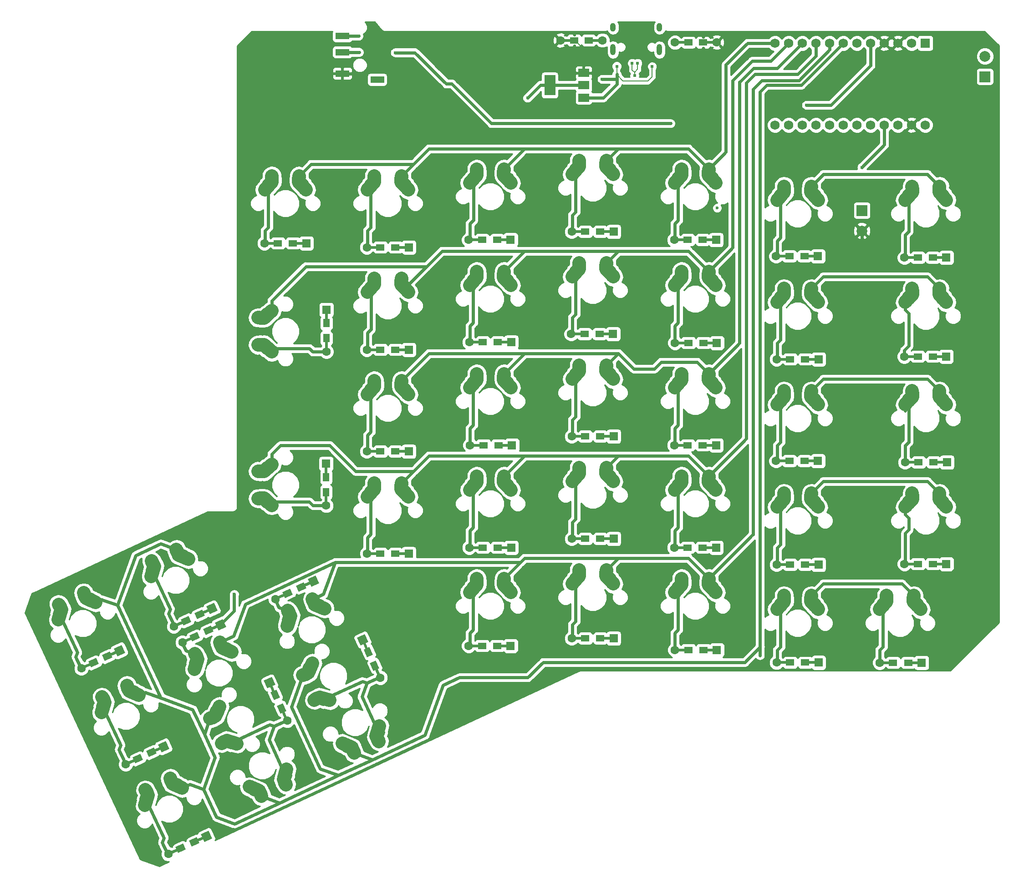
<source format=gbl>
G04 #@! TF.GenerationSoftware,KiCad,Pcbnew,(5.0.2)-1*
G04 #@! TF.CreationDate,2019-03-30T19:47:43+05:30*
G04 #@! TF.ProjectId,ErgodoxBle,4572676f-646f-4784-926c-652e6b696361,rev?*
G04 #@! TF.SameCoordinates,Original*
G04 #@! TF.FileFunction,Copper,L2,Bot*
G04 #@! TF.FilePolarity,Positive*
%FSLAX46Y46*%
G04 Gerber Fmt 4.6, Leading zero omitted, Abs format (unit mm)*
G04 Created by KiCad (PCBNEW (5.0.2)-1) date 3/30/2019 7:47:43 PM*
%MOMM*%
%LPD*%
G01*
G04 APERTURE LIST*
G04 #@! TA.AperFunction,ViaPad*
%ADD10C,0.600000*%
G04 #@! TD*
G04 #@! TA.AperFunction,ComponentPad*
%ADD11R,1.752600X1.752600*%
G04 #@! TD*
G04 #@! TA.AperFunction,ComponentPad*
%ADD12C,1.752600*%
G04 #@! TD*
G04 #@! TA.AperFunction,ComponentPad*
%ADD13O,1.000000X1.600000*%
G04 #@! TD*
G04 #@! TA.AperFunction,ComponentPad*
%ADD14O,1.000000X2.100000*%
G04 #@! TD*
G04 #@! TA.AperFunction,ComponentPad*
%ADD15C,2.000000*%
G04 #@! TD*
G04 #@! TA.AperFunction,SMDPad,CuDef*
%ADD16C,2.500000*%
G04 #@! TD*
G04 #@! TA.AperFunction,Conductor*
%ADD17C,2.500000*%
G04 #@! TD*
G04 #@! TA.AperFunction,ComponentPad*
%ADD18C,1.600000*%
G04 #@! TD*
G04 #@! TA.AperFunction,Conductor*
%ADD19C,0.100000*%
G04 #@! TD*
G04 #@! TA.AperFunction,Conductor*
%ADD20C,0.500000*%
G04 #@! TD*
G04 #@! TA.AperFunction,SMDPad,CuDef*
%ADD21C,1.200000*%
G04 #@! TD*
G04 #@! TA.AperFunction,Conductor*
%ADD22R,2.900000X0.500000*%
G04 #@! TD*
G04 #@! TA.AperFunction,SMDPad,CuDef*
%ADD23R,1.600000X1.200000*%
G04 #@! TD*
G04 #@! TA.AperFunction,ComponentPad*
%ADD24R,1.600000X1.600000*%
G04 #@! TD*
G04 #@! TA.AperFunction,Conductor*
%ADD25R,0.500000X2.900000*%
G04 #@! TD*
G04 #@! TA.AperFunction,SMDPad,CuDef*
%ADD26R,1.200000X1.600000*%
G04 #@! TD*
G04 #@! TA.AperFunction,SMDPad,CuDef*
%ADD27R,1.500000X1.200000*%
G04 #@! TD*
G04 #@! TA.AperFunction,ComponentPad*
%ADD28R,1.998980X1.998980*%
G04 #@! TD*
G04 #@! TA.AperFunction,ComponentPad*
%ADD29C,1.998980*%
G04 #@! TD*
G04 #@! TA.AperFunction,SMDPad,CuDef*
%ADD30R,2.000000X3.800000*%
G04 #@! TD*
G04 #@! TA.AperFunction,SMDPad,CuDef*
%ADD31R,2.000000X1.500000*%
G04 #@! TD*
G04 #@! TA.AperFunction,SMDPad,CuDef*
%ADD32R,2.500000X1.200000*%
G04 #@! TD*
G04 #@! TA.AperFunction,ViaPad*
%ADD33C,0.609600*%
G04 #@! TD*
G04 #@! TA.AperFunction,Conductor*
%ADD34C,0.600000*%
G04 #@! TD*
G04 #@! TA.AperFunction,Conductor*
%ADD35C,0.609600*%
G04 #@! TD*
G04 #@! TA.AperFunction,Conductor*
%ADD36C,1.016000*%
G04 #@! TD*
G04 #@! TA.AperFunction,Conductor*
%ADD37C,0.203200*%
G04 #@! TD*
G04 #@! TA.AperFunction,Conductor*
%ADD38C,0.254000*%
G04 #@! TD*
G04 APERTURE END LIST*
D10*
G04 #@! TO.N,GND*
G04 #@! TO.C,REF\002A\002A*
X132923280Y-38506400D03*
G04 #@! TD*
G04 #@! TO.N,GND*
G04 #@! TO.C,REF\002A\002A*
X168402000Y-37812980D03*
G04 #@! TD*
G04 #@! TO.N,GND*
G04 #@! TO.C,REF\002A\002A*
X141691360Y-38696900D03*
G04 #@! TD*
G04 #@! TO.N,GND*
G04 #@! TO.C,REF\002A\002A*
X176969420Y-47391320D03*
G04 #@! TD*
G04 #@! TO.N,GND*
G04 #@! TO.C,REF\002A\002A*
X166062660Y-48323500D03*
G04 #@! TD*
G04 #@! TO.N,GND*
G04 #@! TO.C,REF\002A\002A*
X162072320Y-48828960D03*
G04 #@! TD*
G04 #@! TO.N,GND*
G04 #@! TO.C,REF\002A\002A*
X159763460Y-36936680D03*
G04 #@! TD*
G04 #@! TO.N,GND*
G04 #@! TO.C,REF\002A\002A*
X164782500Y-44704000D03*
G04 #@! TD*
G04 #@! TO.N,GND*
G04 #@! TO.C,REF\002A\002A*
X195455540Y-35750500D03*
G04 #@! TD*
G04 #@! TO.N,GND*
G04 #@! TO.C,REF\002A\002A*
X171917360Y-57558940D03*
G04 #@! TD*
G04 #@! TO.N,GND*
G04 #@! TO.C,REF\002A\002A*
X150329900Y-49222660D03*
G04 #@! TD*
G04 #@! TO.N,GND*
G04 #@! TO.C,REF\002A\002A*
X135061960Y-86997540D03*
G04 #@! TD*
G04 #@! TO.N,GND*
G04 #@! TO.C,REF\002A\002A*
X142529560Y-60672980D03*
G04 #@! TD*
G04 #@! TO.N,GND*
G04 #@! TO.C,REF\002A\002A*
X61645800Y-175115220D03*
G04 #@! TD*
G04 #@! TO.N,GND*
G04 #@! TO.C,REF\002A\002A*
X91511120Y-145577560D03*
G04 #@! TD*
G04 #@! TO.N,GND*
G04 #@! TO.C,REF\002A\002A*
X162575240Y-136880600D03*
G04 #@! TD*
G04 #@! TO.N,GND*
G04 #@! TO.C,REF\002A\002A*
X95105220Y-159026860D03*
G04 #@! TD*
G04 #@! TO.N,GND*
G04 #@! TO.C,REF\002A\002A*
X121033540Y-125747780D03*
G04 #@! TD*
G04 #@! TO.N,GND*
G04 #@! TO.C,REF\002A\002A*
X153156920Y-105788460D03*
G04 #@! TD*
G04 #@! TO.N,GND*
G04 #@! TO.C,REF\002A\002A*
X76817220Y-170964860D03*
G04 #@! TD*
G04 #@! TO.N,GND*
G04 #@! TO.C,REF\002A\002A*
X167307260Y-91142820D03*
G04 #@! TD*
G04 #@! TO.N,GND*
G04 #@! TO.C,REF\002A\002A*
X67729100Y-146011900D03*
G04 #@! TD*
G04 #@! TO.N,GND*
G04 #@! TO.C,REF\002A\002A*
X91927680Y-108143040D03*
G04 #@! TD*
G04 #@! TO.N,GND*
G04 #@! TO.C,REF\002A\002A*
X153324560Y-125333760D03*
G04 #@! TD*
G04 #@! TO.N,GND*
G04 #@! TO.C,REF\002A\002A*
X155684220Y-144373600D03*
G04 #@! TD*
G04 #@! TO.N,GND*
G04 #@! TO.C,REF\002A\002A*
X120710960Y-70007480D03*
G04 #@! TD*
G04 #@! TO.N,GND*
G04 #@! TO.C,REF\002A\002A*
X167858440Y-128920240D03*
G04 #@! TD*
G04 #@! TO.N,GND*
G04 #@! TO.C,REF\002A\002A*
X139593320Y-117977920D03*
G04 #@! TD*
G04 #@! TO.N,GND*
G04 #@! TO.C,REF\002A\002A*
X148978620Y-69171820D03*
G04 #@! TD*
G04 #@! TO.N,GND*
G04 #@! TO.C,REF\002A\002A*
X120467120Y-103477060D03*
G04 #@! TD*
G04 #@! TO.N,GND*
G04 #@! TO.C,REF\002A\002A*
X137896600Y-57279540D03*
G04 #@! TD*
G04 #@! TO.N,GND*
G04 #@! TO.C,REF\002A\002A*
X142128240Y-146964400D03*
G04 #@! TD*
G04 #@! TO.N,GND*
G04 #@! TO.C,REF\002A\002A*
X167538400Y-110556040D03*
G04 #@! TD*
G04 #@! TO.N,GND*
G04 #@! TO.C,REF\002A\002A*
X92692220Y-55481220D03*
G04 #@! TD*
G04 #@! TO.N,GND*
G04 #@! TO.C,REF\002A\002A*
X147830540Y-88282780D03*
G04 #@! TD*
G04 #@! TO.N,GND*
G04 #@! TO.C,REF\002A\002A*
X167185340Y-72024240D03*
G04 #@! TD*
G04 #@! TO.N,GND*
G04 #@! TO.C,REF\002A\002A*
X91417140Y-69938900D03*
G04 #@! TD*
G04 #@! TO.N,GND*
G04 #@! TO.C,REF\002A\002A*
X101914960Y-118054120D03*
G04 #@! TD*
G04 #@! TO.N,GND*
G04 #@! TO.C,REF\002A\002A*
X91577160Y-126342140D03*
G04 #@! TD*
G04 #@! TO.N,N/C*
G04 #@! TO.C,REF\002A\002A*
X152669240Y-65961260D03*
G04 #@! TD*
G04 #@! TO.N,GND*
G04 #@! TO.C,REF\002A\002A*
X91089480Y-88673940D03*
G04 #@! TD*
D11*
G04 #@! TO.P,proMicro1,1*
G04 #@! TO.N,Net-(proMicro1-Pad1)*
X191366140Y-35278060D03*
D12*
G04 #@! TO.P,proMicro1,2*
G04 #@! TO.N,Net-(proMicro1-Pad2)*
X188826140Y-35278060D03*
G04 #@! TO.P,proMicro1,3*
G04 #@! TO.N,GND*
X186286140Y-35278060D03*
G04 #@! TO.P,proMicro1,4*
X183746140Y-35278060D03*
G04 #@! TO.P,proMicro1,5*
G04 #@! TO.N,/scl*
X181206140Y-35278060D03*
G04 #@! TO.P,proMicro1,6*
G04 #@! TO.N,Net-(proMicro1-Pad6)*
X178666140Y-35278060D03*
G04 #@! TO.P,proMicro1,7*
G04 #@! TO.N,/ROW0*
X176126140Y-35278060D03*
G04 #@! TO.P,proMicro1,8*
G04 #@! TO.N,/ROW1*
X173586140Y-35278060D03*
G04 #@! TO.P,proMicro1,9*
G04 #@! TO.N,/ROW2*
X171046140Y-35278060D03*
G04 #@! TO.P,proMicro1,10*
G04 #@! TO.N,/ROW3*
X168506140Y-35278060D03*
G04 #@! TO.P,proMicro1,11*
G04 #@! TO.N,/ROW4*
X165966140Y-35278060D03*
G04 #@! TO.P,proMicro1,13*
G04 #@! TO.N,Net-(proMicro1-Pad13)*
X163426140Y-50518060D03*
G04 #@! TO.P,proMicro1,14*
G04 #@! TO.N,/COL6*
X165966140Y-50518060D03*
G04 #@! TO.P,proMicro1,15*
G04 #@! TO.N,/COL5*
X168506140Y-50518060D03*
G04 #@! TO.P,proMicro1,16*
G04 #@! TO.N,/COL4*
X171046140Y-50518060D03*
G04 #@! TO.P,proMicro1,17*
G04 #@! TO.N,/COL10*
X173586140Y-50518060D03*
G04 #@! TO.P,proMicro1,18*
G04 #@! TO.N,/COL11*
X176126140Y-50518060D03*
G04 #@! TO.P,proMicro1,19*
G04 #@! TO.N,/COL1*
X178666140Y-50518060D03*
G04 #@! TO.P,proMicro1,20*
G04 #@! TO.N,/COL0*
X181206140Y-50518060D03*
G04 #@! TO.P,proMicro1,21*
G04 #@! TO.N,/Vcc*
X183746140Y-50518060D03*
G04 #@! TO.P,proMicro1,22*
G04 #@! TO.N,Net-(proMicro1-Pad22)*
X186286140Y-50518060D03*
G04 #@! TO.P,proMicro1,23*
G04 #@! TO.N,GND*
X188826140Y-50518060D03*
G04 #@! TO.P,proMicro1,12*
G04 #@! TO.N,/ROW5*
X163426140Y-35278060D03*
G04 #@! TO.P,proMicro1,24*
G04 #@! TO.N,Net-(proMicro1-Pad24)*
X191366140Y-50518060D03*
G04 #@! TD*
D13*
G04 #@! TO.P,USB_C1,13*
G04 #@! TO.N,Net-(USB_C1-Pad13)*
X133297200Y-32343400D03*
X141937200Y-32343400D03*
D14*
X133297200Y-36523400D03*
X141937200Y-36523400D03*
G04 #@! TD*
D15*
G04 #@! TO.P,SW3:13,2*
G04 #@! TO.N,/ROW3*
X193952500Y-100602660D03*
X193992500Y-100022660D03*
G04 #@! TO.P,SW3:13,1*
G04 #@! TO.N,Net-(D3:0-Pad2)*
X188952500Y-101102660D03*
X187642500Y-102562660D03*
D16*
G04 #@! TO.P,SW3:13,2*
G04 #@! TO.N,/ROW3*
X194607500Y-101832660D03*
D17*
G04 #@! TD*
G04 #@! TO.N,/ROW3*
G04 #@! TO.C,SW3:13*
X195262495Y-102562664D02*
X193952505Y-101102656D01*
D16*
G04 #@! TO.P,SW3:13,1*
G04 #@! TO.N,Net-(D3:0-Pad2)*
X188297500Y-101832660D03*
D17*
G04 #@! TD*
G04 #@! TO.N,Net-(D3:0-Pad2)*
G04 #@! TO.C,SW3:13*
X187642505Y-102562664D02*
X188952495Y-101102656D01*
D15*
G04 #@! TO.P,SW3:13,2*
G04 #@! TO.N,/ROW3*
X193952500Y-101102660D03*
X195262500Y-102562660D03*
D16*
G04 #@! TO.P,SW3:13,1*
G04 #@! TO.N,Net-(D3:0-Pad2)*
X188932500Y-100312660D03*
D17*
G04 #@! TD*
G04 #@! TO.N,Net-(D3:0-Pad2)*
G04 #@! TO.C,SW3:13*
X188912501Y-100022660D02*
X188952499Y-100602660D01*
D15*
G04 #@! TO.P,SW3:13,1*
G04 #@! TO.N,Net-(D3:0-Pad2)*
X188952500Y-100602660D03*
X188912500Y-100022660D03*
D16*
G04 #@! TO.P,SW3:13,2*
G04 #@! TO.N,/ROW3*
X193972500Y-100312660D03*
D17*
G04 #@! TD*
G04 #@! TO.N,/ROW3*
G04 #@! TO.C,SW3:13*
X193992499Y-100022660D02*
X193952501Y-100602660D01*
D15*
G04 #@! TO.P,SW2:13,2*
G04 #@! TO.N,/ROW2*
X193952500Y-119652660D03*
X193992500Y-119072660D03*
G04 #@! TO.P,SW2:13,1*
G04 #@! TO.N,Net-(D2:0-Pad2)*
X188952500Y-120152660D03*
X187642500Y-121612660D03*
D16*
G04 #@! TO.P,SW2:13,2*
G04 #@! TO.N,/ROW2*
X194607500Y-120882660D03*
D17*
G04 #@! TD*
G04 #@! TO.N,/ROW2*
G04 #@! TO.C,SW2:13*
X195262495Y-121612664D02*
X193952505Y-120152656D01*
D16*
G04 #@! TO.P,SW2:13,1*
G04 #@! TO.N,Net-(D2:0-Pad2)*
X188297500Y-120882660D03*
D17*
G04 #@! TD*
G04 #@! TO.N,Net-(D2:0-Pad2)*
G04 #@! TO.C,SW2:13*
X187642505Y-121612664D02*
X188952495Y-120152656D01*
D15*
G04 #@! TO.P,SW2:13,2*
G04 #@! TO.N,/ROW2*
X193952500Y-120152660D03*
X195262500Y-121612660D03*
D16*
G04 #@! TO.P,SW2:13,1*
G04 #@! TO.N,Net-(D2:0-Pad2)*
X188932500Y-119362660D03*
D17*
G04 #@! TD*
G04 #@! TO.N,Net-(D2:0-Pad2)*
G04 #@! TO.C,SW2:13*
X188912501Y-119072660D02*
X188952499Y-119652660D01*
D15*
G04 #@! TO.P,SW2:13,1*
G04 #@! TO.N,Net-(D2:0-Pad2)*
X188952500Y-119652660D03*
X188912500Y-119072660D03*
D16*
G04 #@! TO.P,SW2:13,2*
G04 #@! TO.N,/ROW2*
X193972500Y-119362660D03*
D17*
G04 #@! TD*
G04 #@! TO.N,/ROW2*
G04 #@! TO.C,SW2:13*
X193992499Y-119072660D02*
X193952501Y-119652660D01*
D18*
G04 #@! TO.P,D0:1,1*
G04 #@! TO.N,/COL1*
X57705180Y-182900569D03*
D19*
G04 #@! TD*
G04 #@! TO.N,/COL1*
G04 #@! TO.C,D0:1*
G36*
X57318228Y-183963710D02*
X56642039Y-182513617D01*
X58092132Y-181837428D01*
X58768321Y-183287521D01*
X57318228Y-183963710D01*
X57318228Y-183963710D01*
G37*
D18*
G04 #@! TO.P,D0:1,2*
G04 #@! TO.N,Net-(D0:1-Pad2)*
X50635980Y-186196991D03*
D20*
G04 #@! TD*
G04 #@! TO.N,/COL1*
G04 #@! TO.C,D0:1*
X56436349Y-183492233D03*
D19*
G04 #@! TO.N,/COL1*
G04 #@! TO.C,D0:1*
G36*
X55227857Y-184331606D02*
X55016548Y-183878453D01*
X57644841Y-182652860D01*
X57856150Y-183106013D01*
X55227857Y-184331606D01*
X55227857Y-184331606D01*
G37*
D21*
G04 #@! TD*
G04 #@! TO.P,D0:1,1*
G04 #@! TO.N,/COL1*
X55439411Y-183957114D03*
D19*
G04 #@! TO.N,/COL1*
G04 #@! TO.C,D0:1*
G36*
X54967936Y-184838993D02*
X54460794Y-183751424D01*
X55910886Y-183075235D01*
X56418028Y-184162804D01*
X54967936Y-184838993D01*
X54967936Y-184838993D01*
G37*
D21*
G04 #@! TD*
G04 #@! TO.P,D0:1,2*
G04 #@! TO.N,Net-(D0:1-Pad2)*
X52901749Y-185140446D03*
D19*
G04 #@! TO.N,Net-(D0:1-Pad2)*
G04 #@! TO.C,D0:1*
G36*
X52430274Y-186022325D02*
X51923132Y-184934756D01*
X53373224Y-184258567D01*
X53880366Y-185346136D01*
X52430274Y-186022325D01*
X52430274Y-186022325D01*
G37*
D20*
X51904811Y-185605327D03*
D19*
G36*
X50696319Y-186444700D02*
X50485010Y-185991547D01*
X53113303Y-184765954D01*
X53324612Y-185219107D01*
X50696319Y-186444700D01*
X50696319Y-186444700D01*
G37*
G04 #@! TD*
D20*
G04 #@! TO.N,Net-(D0:2-Pad2)*
G04 #@! TO.C,D0:2*
X72136001Y-160121600D03*
D19*
G36*
X72975374Y-161330092D02*
X72522221Y-161541401D01*
X71296628Y-158913108D01*
X71749781Y-158701799D01*
X72975374Y-161330092D01*
X72975374Y-161330092D01*
G37*
D21*
G04 #@! TD*
G04 #@! TO.P,D0:2,2*
G04 #@! TO.N,Net-(D0:2-Pad2)*
X71671120Y-159124662D03*
D19*
G04 #@! TO.N,Net-(D0:2-Pad2)*
G04 #@! TO.C,D0:2*
G36*
X72552999Y-159596137D02*
X71465430Y-160103279D01*
X70789241Y-158653187D01*
X71876810Y-158146045D01*
X72552999Y-159596137D01*
X72552999Y-159596137D01*
G37*
D21*
G04 #@! TD*
G04 #@! TO.P,D0:2,1*
G04 #@! TO.N,/COL11*
X70487788Y-156587000D03*
D19*
G04 #@! TO.N,/COL11*
G04 #@! TO.C,D0:2*
G36*
X71369667Y-157058475D02*
X70282098Y-157565617D01*
X69605909Y-156115525D01*
X70693478Y-155608383D01*
X71369667Y-157058475D01*
X71369667Y-157058475D01*
G37*
D20*
X70022907Y-155590062D03*
D19*
G36*
X70862280Y-156798554D02*
X70409127Y-157009863D01*
X69183534Y-154381570D01*
X69636687Y-154170261D01*
X70862280Y-156798554D01*
X70862280Y-156798554D01*
G37*
D18*
G04 #@! TD*
G04 #@! TO.P,D0:2,2*
G04 #@! TO.N,Net-(D0:2-Pad2)*
X72727665Y-161390431D03*
G04 #@! TO.P,D0:2,1*
G04 #@! TO.N,/COL11*
X69431243Y-154321231D03*
D19*
G04 #@! TD*
G04 #@! TO.N,/COL11*
G04 #@! TO.C,D0:2*
G36*
X70494384Y-154708183D02*
X69044291Y-155384372D01*
X68368102Y-153934279D01*
X69818195Y-153258090D01*
X70494384Y-154708183D01*
X70494384Y-154708183D01*
G37*
D18*
G04 #@! TO.P,D0:3,1*
G04 #@! TO.N,/COL10*
X86743789Y-146325400D03*
D19*
G04 #@! TD*
G04 #@! TO.N,/COL10*
G04 #@! TO.C,D0:3*
G36*
X87806930Y-146712352D02*
X86356837Y-147388541D01*
X85680648Y-145938448D01*
X87130741Y-145262259D01*
X87806930Y-146712352D01*
X87806930Y-146712352D01*
G37*
D18*
G04 #@! TO.P,D0:3,2*
G04 #@! TO.N,Net-(D0:3-Pad2)*
X90040211Y-153394600D03*
D20*
G04 #@! TD*
G04 #@! TO.N,/COL10*
G04 #@! TO.C,D0:3*
X87335453Y-147594231D03*
D19*
G04 #@! TO.N,/COL10*
G04 #@! TO.C,D0:3*
G36*
X88174826Y-148802723D02*
X87721673Y-149014032D01*
X86496080Y-146385739D01*
X86949233Y-146174430D01*
X88174826Y-148802723D01*
X88174826Y-148802723D01*
G37*
D21*
G04 #@! TD*
G04 #@! TO.P,D0:3,1*
G04 #@! TO.N,/COL10*
X87800334Y-148591169D03*
D19*
G04 #@! TO.N,/COL10*
G04 #@! TO.C,D0:3*
G36*
X88682213Y-149062644D02*
X87594644Y-149569786D01*
X86918455Y-148119694D01*
X88006024Y-147612552D01*
X88682213Y-149062644D01*
X88682213Y-149062644D01*
G37*
D21*
G04 #@! TD*
G04 #@! TO.P,D0:3,2*
G04 #@! TO.N,Net-(D0:3-Pad2)*
X88983666Y-151128831D03*
D19*
G04 #@! TO.N,Net-(D0:3-Pad2)*
G04 #@! TO.C,D0:3*
G36*
X89865545Y-151600306D02*
X88777976Y-152107448D01*
X88101787Y-150657356D01*
X89189356Y-150150214D01*
X89865545Y-151600306D01*
X89865545Y-151600306D01*
G37*
D20*
X89448547Y-152125769D03*
D19*
G36*
X90287920Y-153334261D02*
X89834767Y-153545570D01*
X88609174Y-150917277D01*
X89062327Y-150705968D01*
X90287920Y-153334261D01*
X90287920Y-153334261D01*
G37*
G04 #@! TD*
D20*
G04 #@! TO.N,Net-(D0:4-Pad2)*
G04 #@! TO.C,D0:4*
X43942000Y-168910001D03*
D19*
G36*
X42733508Y-169749374D02*
X42522199Y-169296221D01*
X45150492Y-168070628D01*
X45361801Y-168523781D01*
X42733508Y-169749374D01*
X42733508Y-169749374D01*
G37*
D21*
G04 #@! TD*
G04 #@! TO.P,D0:4,2*
G04 #@! TO.N,Net-(D0:4-Pad2)*
X44938938Y-168445120D03*
D19*
G04 #@! TO.N,Net-(D0:4-Pad2)*
G04 #@! TO.C,D0:4*
G36*
X44467463Y-169326999D02*
X43960321Y-168239430D01*
X45410413Y-167563241D01*
X45917555Y-168650810D01*
X44467463Y-169326999D01*
X44467463Y-169326999D01*
G37*
D21*
G04 #@! TD*
G04 #@! TO.P,D0:4,1*
G04 #@! TO.N,/COL4*
X47476600Y-167261788D03*
D19*
G04 #@! TO.N,/COL4*
G04 #@! TO.C,D0:4*
G36*
X47005125Y-168143667D02*
X46497983Y-167056098D01*
X47948075Y-166379909D01*
X48455217Y-167467478D01*
X47005125Y-168143667D01*
X47005125Y-168143667D01*
G37*
D20*
X48473538Y-166796907D03*
D19*
G36*
X47265046Y-167636280D02*
X47053737Y-167183127D01*
X49682030Y-165957534D01*
X49893339Y-166410687D01*
X47265046Y-167636280D01*
X47265046Y-167636280D01*
G37*
D18*
G04 #@! TD*
G04 #@! TO.P,D0:4,2*
G04 #@! TO.N,Net-(D0:4-Pad2)*
X42673169Y-169501665D03*
G04 #@! TO.P,D0:4,1*
G04 #@! TO.N,/COL4*
X49742369Y-166205243D03*
D19*
G04 #@! TD*
G04 #@! TO.N,/COL4*
G04 #@! TO.C,D0:4*
G36*
X49355417Y-167268384D02*
X48679228Y-165818291D01*
X50129321Y-165142102D01*
X50805510Y-166592195D01*
X49355417Y-167268384D01*
X49355417Y-167268384D01*
G37*
D18*
G04 #@! TO.P,D0:5,1*
G04 #@! TO.N,/COL5*
X58708569Y-140525843D03*
D19*
G04 #@! TD*
G04 #@! TO.N,/COL5*
G04 #@! TO.C,D0:5*
G36*
X58321617Y-141588984D02*
X57645428Y-140138891D01*
X59095521Y-139462702D01*
X59771710Y-140912795D01*
X58321617Y-141588984D01*
X58321617Y-141588984D01*
G37*
D18*
G04 #@! TO.P,D0:5,2*
G04 #@! TO.N,Net-(D0:5-Pad2)*
X51639369Y-143822265D03*
D20*
G04 #@! TD*
G04 #@! TO.N,/COL5*
G04 #@! TO.C,D0:5*
X57439738Y-141117507D03*
D19*
G04 #@! TO.N,/COL5*
G04 #@! TO.C,D0:5*
G36*
X56231246Y-141956880D02*
X56019937Y-141503727D01*
X58648230Y-140278134D01*
X58859539Y-140731287D01*
X56231246Y-141956880D01*
X56231246Y-141956880D01*
G37*
D21*
G04 #@! TD*
G04 #@! TO.P,D0:5,1*
G04 #@! TO.N,/COL5*
X56442800Y-141582388D03*
D19*
G04 #@! TO.N,/COL5*
G04 #@! TO.C,D0:5*
G36*
X55971325Y-142464267D02*
X55464183Y-141376698D01*
X56914275Y-140700509D01*
X57421417Y-141788078D01*
X55971325Y-142464267D01*
X55971325Y-142464267D01*
G37*
D21*
G04 #@! TD*
G04 #@! TO.P,D0:5,2*
G04 #@! TO.N,Net-(D0:5-Pad2)*
X53905138Y-142765720D03*
D19*
G04 #@! TO.N,Net-(D0:5-Pad2)*
G04 #@! TO.C,D0:5*
G36*
X53433663Y-143647599D02*
X52926521Y-142560030D01*
X54376613Y-141883841D01*
X54883755Y-142971410D01*
X53433663Y-143647599D01*
X53433663Y-143647599D01*
G37*
D20*
X52908200Y-143230601D03*
D19*
G36*
X51699708Y-144069974D02*
X51488399Y-143616821D01*
X54116692Y-142391228D01*
X54328001Y-142844381D01*
X51699708Y-144069974D01*
X51699708Y-144069974D01*
G37*
G04 #@! TD*
D20*
G04 #@! TO.N,Net-(D0:6-Pad2)*
G04 #@! TO.C,D0:6*
X35707231Y-151043547D03*
D19*
G36*
X34498739Y-151882920D02*
X34287430Y-151429767D01*
X36915723Y-150204174D01*
X37127032Y-150657327D01*
X34498739Y-151882920D01*
X34498739Y-151882920D01*
G37*
D21*
G04 #@! TD*
G04 #@! TO.P,D0:6,2*
G04 #@! TO.N,Net-(D0:6-Pad2)*
X36704169Y-150578666D03*
D19*
G04 #@! TO.N,Net-(D0:6-Pad2)*
G04 #@! TO.C,D0:6*
G36*
X36232694Y-151460545D02*
X35725552Y-150372976D01*
X37175644Y-149696787D01*
X37682786Y-150784356D01*
X36232694Y-151460545D01*
X36232694Y-151460545D01*
G37*
D21*
G04 #@! TD*
G04 #@! TO.P,D0:6,1*
G04 #@! TO.N,/COL6*
X39241831Y-149395334D03*
D19*
G04 #@! TO.N,/COL6*
G04 #@! TO.C,D0:6*
G36*
X38770356Y-150277213D02*
X38263214Y-149189644D01*
X39713306Y-148513455D01*
X40220448Y-149601024D01*
X38770356Y-150277213D01*
X38770356Y-150277213D01*
G37*
D20*
X40238769Y-148930453D03*
D19*
G36*
X39030277Y-149769826D02*
X38818968Y-149316673D01*
X41447261Y-148091080D01*
X41658570Y-148544233D01*
X39030277Y-149769826D01*
X39030277Y-149769826D01*
G37*
D18*
G04 #@! TD*
G04 #@! TO.P,D0:6,2*
G04 #@! TO.N,Net-(D0:6-Pad2)*
X34438400Y-151635211D03*
G04 #@! TO.P,D0:6,1*
G04 #@! TO.N,/COL6*
X41507600Y-148338789D03*
D19*
G04 #@! TD*
G04 #@! TO.N,/COL6*
G04 #@! TO.C,D0:6*
G36*
X41120648Y-149401930D02*
X40444459Y-147951837D01*
X41894552Y-147275648D01*
X42570741Y-148725741D01*
X41120648Y-149401930D01*
X41120648Y-149401930D01*
G37*
D22*
G04 #@! TO.N,Net-(D1:0-Pad2)*
G04 #@! TO.C,D1:0*
X184283980Y-150588980D03*
D23*
G04 #@! TD*
G04 #@! TO.P,D1:0,2*
G04 #@! TO.N,Net-(D1:0-Pad2)*
X185383980Y-150588980D03*
G04 #@! TO.P,D1:0,1*
G04 #@! TO.N,/COL0*
X188183980Y-150588980D03*
D22*
G04 #@! TD*
G04 #@! TO.N,/COL0*
G04 #@! TO.C,D1:0*
X189283980Y-150588980D03*
D18*
G04 #@! TO.P,D1:0,2*
G04 #@! TO.N,Net-(D1:0-Pad2)*
X182883980Y-150588980D03*
D24*
G04 #@! TO.P,D1:0,1*
G04 #@! TO.N,/COL0*
X190683980Y-150588980D03*
G04 #@! TD*
D22*
G04 #@! TO.N,Net-(D1:2-Pad2)*
G04 #@! TO.C,D1:2*
X146217000Y-148209000D03*
D23*
G04 #@! TD*
G04 #@! TO.P,D1:2,2*
G04 #@! TO.N,Net-(D1:2-Pad2)*
X147317000Y-148209000D03*
G04 #@! TO.P,D1:2,1*
G04 #@! TO.N,/COL11*
X150117000Y-148209000D03*
D22*
G04 #@! TD*
G04 #@! TO.N,/COL11*
G04 #@! TO.C,D1:2*
X151217000Y-148209000D03*
D18*
G04 #@! TO.P,D1:2,2*
G04 #@! TO.N,Net-(D1:2-Pad2)*
X144817000Y-148209000D03*
D24*
G04 #@! TO.P,D1:2,1*
G04 #@! TO.N,/COL11*
X152617000Y-148209000D03*
G04 #@! TD*
G04 #@! TO.P,D1:3,1*
G04 #@! TO.N,/COL10*
X133440000Y-146050000D03*
D18*
G04 #@! TO.P,D1:3,2*
G04 #@! TO.N,Net-(D1:3-Pad2)*
X125640000Y-146050000D03*
D22*
G04 #@! TD*
G04 #@! TO.N,/COL10*
G04 #@! TO.C,D1:3*
X132040000Y-146050000D03*
D23*
G04 #@! TO.P,D1:3,1*
G04 #@! TO.N,/COL10*
X130940000Y-146050000D03*
G04 #@! TO.P,D1:3,2*
G04 #@! TO.N,Net-(D1:3-Pad2)*
X128140000Y-146050000D03*
D22*
G04 #@! TD*
G04 #@! TO.N,Net-(D1:3-Pad2)*
G04 #@! TO.C,D1:3*
X127040000Y-146050000D03*
G04 #@! TO.N,Net-(D1:4-Pad2)*
G04 #@! TO.C,D1:4*
X107863000Y-147447000D03*
D23*
G04 #@! TD*
G04 #@! TO.P,D1:4,2*
G04 #@! TO.N,Net-(D1:4-Pad2)*
X108963000Y-147447000D03*
G04 #@! TO.P,D1:4,1*
G04 #@! TO.N,/COL4*
X111763000Y-147447000D03*
D22*
G04 #@! TD*
G04 #@! TO.N,/COL4*
G04 #@! TO.C,D1:4*
X112863000Y-147447000D03*
D18*
G04 #@! TO.P,D1:4,2*
G04 #@! TO.N,Net-(D1:4-Pad2)*
X106463000Y-147447000D03*
D24*
G04 #@! TO.P,D1:4,1*
G04 #@! TO.N,/COL4*
X114263000Y-147447000D03*
G04 #@! TD*
D20*
G04 #@! TO.N,Net-(D1:5-Pad2)*
G04 #@! TO.C,D1:5*
X71775231Y-138132881D03*
D19*
G36*
X70566739Y-138972254D02*
X70355430Y-138519101D01*
X72983723Y-137293508D01*
X73195032Y-137746661D01*
X70566739Y-138972254D01*
X70566739Y-138972254D01*
G37*
D21*
G04 #@! TD*
G04 #@! TO.P,D1:5,2*
G04 #@! TO.N,Net-(D1:5-Pad2)*
X72772169Y-137668000D03*
D19*
G04 #@! TO.N,Net-(D1:5-Pad2)*
G04 #@! TO.C,D1:5*
G36*
X72300694Y-138549879D02*
X71793552Y-137462310D01*
X73243644Y-136786121D01*
X73750786Y-137873690D01*
X72300694Y-138549879D01*
X72300694Y-138549879D01*
G37*
D21*
G04 #@! TD*
G04 #@! TO.P,D1:5,1*
G04 #@! TO.N,/COL5*
X75309831Y-136484668D03*
D19*
G04 #@! TO.N,/COL5*
G04 #@! TO.C,D1:5*
G36*
X74838356Y-137366547D02*
X74331214Y-136278978D01*
X75781306Y-135602789D01*
X76288448Y-136690358D01*
X74838356Y-137366547D01*
X74838356Y-137366547D01*
G37*
D20*
X76306769Y-136019787D03*
D19*
G36*
X75098277Y-136859160D02*
X74886968Y-136406007D01*
X77515261Y-135180414D01*
X77726570Y-135633567D01*
X75098277Y-136859160D01*
X75098277Y-136859160D01*
G37*
D18*
G04 #@! TD*
G04 #@! TO.P,D1:5,2*
G04 #@! TO.N,Net-(D1:5-Pad2)*
X70506400Y-138724545D03*
G04 #@! TO.P,D1:5,1*
G04 #@! TO.N,/COL5*
X77575600Y-135428123D03*
D19*
G04 #@! TD*
G04 #@! TO.N,/COL5*
G04 #@! TO.C,D1:5*
G36*
X77188648Y-136491264D02*
X76512459Y-135041171D01*
X77962552Y-134364982D01*
X78638741Y-135815075D01*
X77188648Y-136491264D01*
X77188648Y-136491264D01*
G37*
D18*
G04 #@! TO.P,D1:6,1*
G04 #@! TO.N,/COL6*
X60303600Y-143512789D03*
D19*
G04 #@! TD*
G04 #@! TO.N,/COL6*
G04 #@! TO.C,D1:6*
G36*
X59916648Y-144575930D02*
X59240459Y-143125837D01*
X60690552Y-142449648D01*
X61366741Y-143899741D01*
X59916648Y-144575930D01*
X59916648Y-144575930D01*
G37*
D18*
G04 #@! TO.P,D1:6,2*
G04 #@! TO.N,Net-(D1:6-Pad2)*
X53234400Y-146809211D03*
D20*
G04 #@! TD*
G04 #@! TO.N,/COL6*
G04 #@! TO.C,D1:6*
X59034769Y-144104453D03*
D19*
G04 #@! TO.N,/COL6*
G04 #@! TO.C,D1:6*
G36*
X57826277Y-144943826D02*
X57614968Y-144490673D01*
X60243261Y-143265080D01*
X60454570Y-143718233D01*
X57826277Y-144943826D01*
X57826277Y-144943826D01*
G37*
D21*
G04 #@! TD*
G04 #@! TO.P,D1:6,1*
G04 #@! TO.N,/COL6*
X58037831Y-144569334D03*
D19*
G04 #@! TO.N,/COL6*
G04 #@! TO.C,D1:6*
G36*
X57566356Y-145451213D02*
X57059214Y-144363644D01*
X58509306Y-143687455D01*
X59016448Y-144775024D01*
X57566356Y-145451213D01*
X57566356Y-145451213D01*
G37*
D21*
G04 #@! TD*
G04 #@! TO.P,D1:6,2*
G04 #@! TO.N,Net-(D1:6-Pad2)*
X55500169Y-145752666D03*
D19*
G04 #@! TO.N,Net-(D1:6-Pad2)*
G04 #@! TO.C,D1:6*
G36*
X55028694Y-146634545D02*
X54521552Y-145546976D01*
X55971644Y-144870787D01*
X56478786Y-145958356D01*
X55028694Y-146634545D01*
X55028694Y-146634545D01*
G37*
D20*
X54503231Y-146217547D03*
D19*
G36*
X53294739Y-147056920D02*
X53083430Y-146603767D01*
X55711723Y-145378174D01*
X55923032Y-145831327D01*
X53294739Y-147056920D01*
X53294739Y-147056920D01*
G37*
G04 #@! TD*
D22*
G04 #@! TO.N,Net-(D1:!1-Pad2)*
G04 #@! TO.C,D1:!1*
X165140000Y-150563580D03*
D23*
G04 #@! TD*
G04 #@! TO.P,D1:!1,2*
G04 #@! TO.N,Net-(D1:!1-Pad2)*
X166240000Y-150563580D03*
G04 #@! TO.P,D1:!1,1*
G04 #@! TO.N,/COL1*
X169040000Y-150563580D03*
D22*
G04 #@! TD*
G04 #@! TO.N,/COL1*
G04 #@! TO.C,D1:!1*
X170140000Y-150563580D03*
D18*
G04 #@! TO.P,D1:!1,2*
G04 #@! TO.N,Net-(D1:!1-Pad2)*
X163740000Y-150563580D03*
D24*
G04 #@! TO.P,D1:!1,1*
G04 #@! TO.N,/COL1*
X171540000Y-150563580D03*
G04 #@! TD*
G04 #@! TO.P,D2:0,1*
G04 #@! TO.N,/COL0*
X195289000Y-132207000D03*
D18*
G04 #@! TO.P,D2:0,2*
G04 #@! TO.N,Net-(D2:0-Pad2)*
X187489000Y-132207000D03*
D22*
G04 #@! TD*
G04 #@! TO.N,/COL0*
G04 #@! TO.C,D2:0*
X193889000Y-132207000D03*
D23*
G04 #@! TO.P,D2:0,1*
G04 #@! TO.N,/COL0*
X192789000Y-132207000D03*
G04 #@! TO.P,D2:0,2*
G04 #@! TO.N,Net-(D2:0-Pad2)*
X189989000Y-132207000D03*
D22*
G04 #@! TD*
G04 #@! TO.N,Net-(D2:0-Pad2)*
G04 #@! TO.C,D2:0*
X188889000Y-132207000D03*
D24*
G04 #@! TO.P,D2:1,1*
G04 #@! TO.N,/COL1*
X171540000Y-132334000D03*
D18*
G04 #@! TO.P,D2:1,2*
G04 #@! TO.N,Net-(D2:1-Pad2)*
X163740000Y-132334000D03*
D22*
G04 #@! TD*
G04 #@! TO.N,/COL1*
G04 #@! TO.C,D2:1*
X170140000Y-132334000D03*
D23*
G04 #@! TO.P,D2:1,1*
G04 #@! TO.N,/COL1*
X169040000Y-132334000D03*
G04 #@! TO.P,D2:1,2*
G04 #@! TO.N,Net-(D2:1-Pad2)*
X166240000Y-132334000D03*
D22*
G04 #@! TD*
G04 #@! TO.N,Net-(D2:1-Pad2)*
G04 #@! TO.C,D2:1*
X165140000Y-132334000D03*
G04 #@! TO.N,Net-(D2:2-Pad2)*
G04 #@! TO.C,D2:2*
X146090000Y-129159000D03*
D23*
G04 #@! TD*
G04 #@! TO.P,D2:2,2*
G04 #@! TO.N,Net-(D2:2-Pad2)*
X147190000Y-129159000D03*
G04 #@! TO.P,D2:2,1*
G04 #@! TO.N,/COL11*
X149990000Y-129159000D03*
D22*
G04 #@! TD*
G04 #@! TO.N,/COL11*
G04 #@! TO.C,D2:2*
X151090000Y-129159000D03*
D18*
G04 #@! TO.P,D2:2,2*
G04 #@! TO.N,Net-(D2:2-Pad2)*
X144690000Y-129159000D03*
D24*
G04 #@! TO.P,D2:2,1*
G04 #@! TO.N,/COL11*
X152490000Y-129159000D03*
G04 #@! TD*
G04 #@! TO.P,D2:3,1*
G04 #@! TO.N,/COL10*
X133440000Y-127508000D03*
D18*
G04 #@! TO.P,D2:3,2*
G04 #@! TO.N,Net-(D2:3-Pad2)*
X125640000Y-127508000D03*
D22*
G04 #@! TD*
G04 #@! TO.N,/COL10*
G04 #@! TO.C,D2:3*
X132040000Y-127508000D03*
D23*
G04 #@! TO.P,D2:3,1*
G04 #@! TO.N,/COL10*
X130940000Y-127508000D03*
G04 #@! TO.P,D2:3,2*
G04 #@! TO.N,Net-(D2:3-Pad2)*
X128140000Y-127508000D03*
D22*
G04 #@! TD*
G04 #@! TO.N,Net-(D2:3-Pad2)*
G04 #@! TO.C,D2:3*
X127040000Y-127508000D03*
G04 #@! TO.N,Net-(D2:4-Pad2)*
G04 #@! TO.C,D2:4*
X107990000Y-129159000D03*
D23*
G04 #@! TD*
G04 #@! TO.P,D2:4,2*
G04 #@! TO.N,Net-(D2:4-Pad2)*
X109090000Y-129159000D03*
G04 #@! TO.P,D2:4,1*
G04 #@! TO.N,/COL4*
X111890000Y-129159000D03*
D22*
G04 #@! TD*
G04 #@! TO.N,/COL4*
G04 #@! TO.C,D2:4*
X112990000Y-129159000D03*
D18*
G04 #@! TO.P,D2:4,2*
G04 #@! TO.N,Net-(D2:4-Pad2)*
X106590000Y-129159000D03*
D24*
G04 #@! TO.P,D2:4,1*
G04 #@! TO.N,/COL4*
X114390000Y-129159000D03*
G04 #@! TD*
G04 #@! TO.P,D2:5,1*
G04 #@! TO.N,/COL5*
X95340000Y-130302000D03*
D18*
G04 #@! TO.P,D2:5,2*
G04 #@! TO.N,Net-(D2:5-Pad2)*
X87540000Y-130302000D03*
D22*
G04 #@! TD*
G04 #@! TO.N,/COL5*
G04 #@! TO.C,D2:5*
X93940000Y-130302000D03*
D23*
G04 #@! TO.P,D2:5,1*
G04 #@! TO.N,/COL5*
X92840000Y-130302000D03*
G04 #@! TO.P,D2:5,2*
G04 #@! TO.N,Net-(D2:5-Pad2)*
X90040000Y-130302000D03*
D22*
G04 #@! TD*
G04 #@! TO.N,Net-(D2:5-Pad2)*
G04 #@! TO.C,D2:5*
X88940000Y-130302000D03*
D25*
G04 #@! TO.N,Net-(D2:6-Pad2)*
G04 #@! TO.C,D2:6*
X79959200Y-119949600D03*
D26*
G04 #@! TD*
G04 #@! TO.P,D2:6,2*
G04 #@! TO.N,Net-(D2:6-Pad2)*
X79959200Y-118849600D03*
G04 #@! TO.P,D2:6,1*
G04 #@! TO.N,/COL6*
X79959200Y-116049600D03*
D25*
G04 #@! TD*
G04 #@! TO.N,/COL6*
G04 #@! TO.C,D2:6*
X79959200Y-114949600D03*
D18*
G04 #@! TO.P,D2:6,2*
G04 #@! TO.N,Net-(D2:6-Pad2)*
X79959200Y-121349600D03*
D24*
G04 #@! TO.P,D2:6,1*
G04 #@! TO.N,/COL6*
X79959200Y-113549600D03*
G04 #@! TD*
D22*
G04 #@! TO.N,Net-(D3:0-Pad2)*
G04 #@! TO.C,D3:0*
X189016000Y-113284000D03*
D23*
G04 #@! TD*
G04 #@! TO.P,D3:0,2*
G04 #@! TO.N,Net-(D3:0-Pad2)*
X190116000Y-113284000D03*
G04 #@! TO.P,D3:0,1*
G04 #@! TO.N,/COL0*
X192916000Y-113284000D03*
D22*
G04 #@! TD*
G04 #@! TO.N,/COL0*
G04 #@! TO.C,D3:0*
X194016000Y-113284000D03*
D18*
G04 #@! TO.P,D3:0,2*
G04 #@! TO.N,Net-(D3:0-Pad2)*
X187616000Y-113284000D03*
D24*
G04 #@! TO.P,D3:0,1*
G04 #@! TO.N,/COL0*
X195416000Y-113284000D03*
G04 #@! TD*
G04 #@! TO.P,D3:1,1*
G04 #@! TO.N,/COL1*
X171413000Y-113030000D03*
D18*
G04 #@! TO.P,D3:1,2*
G04 #@! TO.N,Net-(D3:1-Pad2)*
X163613000Y-113030000D03*
D22*
G04 #@! TD*
G04 #@! TO.N,/COL1*
G04 #@! TO.C,D3:1*
X170013000Y-113030000D03*
D23*
G04 #@! TO.P,D3:1,1*
G04 #@! TO.N,/COL1*
X168913000Y-113030000D03*
G04 #@! TO.P,D3:1,2*
G04 #@! TO.N,Net-(D3:1-Pad2)*
X166113000Y-113030000D03*
D22*
G04 #@! TD*
G04 #@! TO.N,Net-(D3:1-Pad2)*
G04 #@! TO.C,D3:1*
X165013000Y-113030000D03*
G04 #@! TO.N,Net-(D3:2-Pad2)*
G04 #@! TO.C,D3:2*
X146090000Y-110109000D03*
D23*
G04 #@! TD*
G04 #@! TO.P,D3:2,2*
G04 #@! TO.N,Net-(D3:2-Pad2)*
X147190000Y-110109000D03*
G04 #@! TO.P,D3:2,1*
G04 #@! TO.N,/COL11*
X149990000Y-110109000D03*
D22*
G04 #@! TD*
G04 #@! TO.N,/COL11*
G04 #@! TO.C,D3:2*
X151090000Y-110109000D03*
D18*
G04 #@! TO.P,D3:2,2*
G04 #@! TO.N,Net-(D3:2-Pad2)*
X144690000Y-110109000D03*
D24*
G04 #@! TO.P,D3:2,1*
G04 #@! TO.N,/COL11*
X152490000Y-110109000D03*
G04 #@! TD*
G04 #@! TO.P,D3:3,1*
G04 #@! TO.N,/COL10*
X133440000Y-108458000D03*
D18*
G04 #@! TO.P,D3:3,2*
G04 #@! TO.N,Net-(D3:3-Pad2)*
X125640000Y-108458000D03*
D22*
G04 #@! TD*
G04 #@! TO.N,/COL10*
G04 #@! TO.C,D3:3*
X132040000Y-108458000D03*
D23*
G04 #@! TO.P,D3:3,1*
G04 #@! TO.N,/COL10*
X130940000Y-108458000D03*
G04 #@! TO.P,D3:3,2*
G04 #@! TO.N,Net-(D3:3-Pad2)*
X128140000Y-108458000D03*
D22*
G04 #@! TD*
G04 #@! TO.N,Net-(D3:3-Pad2)*
G04 #@! TO.C,D3:3*
X127040000Y-108458000D03*
G04 #@! TO.N,Net-(D3:4-Pad2)*
G04 #@! TO.C,D3:4*
X108117000Y-110109000D03*
D23*
G04 #@! TD*
G04 #@! TO.P,D3:4,2*
G04 #@! TO.N,Net-(D3:4-Pad2)*
X109217000Y-110109000D03*
G04 #@! TO.P,D3:4,1*
G04 #@! TO.N,/COL4*
X112017000Y-110109000D03*
D22*
G04 #@! TD*
G04 #@! TO.N,/COL4*
G04 #@! TO.C,D3:4*
X113117000Y-110109000D03*
D18*
G04 #@! TO.P,D3:4,2*
G04 #@! TO.N,Net-(D3:4-Pad2)*
X106717000Y-110109000D03*
D24*
G04 #@! TO.P,D3:4,1*
G04 #@! TO.N,/COL4*
X114517000Y-110109000D03*
G04 #@! TD*
G04 #@! TO.P,D3:5,1*
G04 #@! TO.N,/COL5*
X95340000Y-111252000D03*
D18*
G04 #@! TO.P,D3:5,2*
G04 #@! TO.N,Net-(D3:5-Pad2)*
X87540000Y-111252000D03*
D22*
G04 #@! TD*
G04 #@! TO.N,/COL5*
G04 #@! TO.C,D3:5*
X93940000Y-111252000D03*
D23*
G04 #@! TO.P,D3:5,1*
G04 #@! TO.N,/COL5*
X92840000Y-111252000D03*
G04 #@! TO.P,D3:5,2*
G04 #@! TO.N,Net-(D3:5-Pad2)*
X90040000Y-111252000D03*
D22*
G04 #@! TD*
G04 #@! TO.N,Net-(D3:5-Pad2)*
G04 #@! TO.C,D3:5*
X88940000Y-111252000D03*
G04 #@! TO.N,Net-(D4:0-Pad2)*
G04 #@! TO.C,D4:0*
X188863600Y-93599000D03*
D23*
G04 #@! TD*
G04 #@! TO.P,D4:0,2*
G04 #@! TO.N,Net-(D4:0-Pad2)*
X189963600Y-93599000D03*
G04 #@! TO.P,D4:0,1*
G04 #@! TO.N,/COL0*
X192763600Y-93599000D03*
D22*
G04 #@! TD*
G04 #@! TO.N,/COL0*
G04 #@! TO.C,D4:0*
X193863600Y-93599000D03*
D18*
G04 #@! TO.P,D4:0,2*
G04 #@! TO.N,Net-(D4:0-Pad2)*
X187463600Y-93599000D03*
D24*
G04 #@! TO.P,D4:0,1*
G04 #@! TO.N,/COL0*
X195263600Y-93599000D03*
G04 #@! TD*
G04 #@! TO.P,D4:1,1*
G04 #@! TO.N,/COL1*
X171540000Y-94107000D03*
D18*
G04 #@! TO.P,D4:1,2*
G04 #@! TO.N,Net-(D4:1-Pad2)*
X163740000Y-94107000D03*
D22*
G04 #@! TD*
G04 #@! TO.N,/COL1*
G04 #@! TO.C,D4:1*
X170140000Y-94107000D03*
D23*
G04 #@! TO.P,D4:1,1*
G04 #@! TO.N,/COL1*
X169040000Y-94107000D03*
G04 #@! TO.P,D4:1,2*
G04 #@! TO.N,Net-(D4:1-Pad2)*
X166240000Y-94107000D03*
D22*
G04 #@! TD*
G04 #@! TO.N,Net-(D4:1-Pad2)*
G04 #@! TO.C,D4:1*
X165140000Y-94107000D03*
G04 #@! TO.N,Net-(D4:2-Pad2)*
G04 #@! TO.C,D4:2*
X146217000Y-91059000D03*
D23*
G04 #@! TD*
G04 #@! TO.P,D4:2,2*
G04 #@! TO.N,Net-(D4:2-Pad2)*
X147317000Y-91059000D03*
G04 #@! TO.P,D4:2,1*
G04 #@! TO.N,/COL11*
X150117000Y-91059000D03*
D22*
G04 #@! TD*
G04 #@! TO.N,/COL11*
G04 #@! TO.C,D4:2*
X151217000Y-91059000D03*
D18*
G04 #@! TO.P,D4:2,2*
G04 #@! TO.N,Net-(D4:2-Pad2)*
X144817000Y-91059000D03*
D24*
G04 #@! TO.P,D4:2,1*
G04 #@! TO.N,/COL11*
X152617000Y-91059000D03*
G04 #@! TD*
G04 #@! TO.P,D4:3,1*
G04 #@! TO.N,/COL10*
X133313000Y-89408000D03*
D18*
G04 #@! TO.P,D4:3,2*
G04 #@! TO.N,Net-(D4:3-Pad2)*
X125513000Y-89408000D03*
D22*
G04 #@! TD*
G04 #@! TO.N,/COL10*
G04 #@! TO.C,D4:3*
X131913000Y-89408000D03*
D23*
G04 #@! TO.P,D4:3,1*
G04 #@! TO.N,/COL10*
X130813000Y-89408000D03*
G04 #@! TO.P,D4:3,2*
G04 #@! TO.N,Net-(D4:3-Pad2)*
X128013000Y-89408000D03*
D22*
G04 #@! TD*
G04 #@! TO.N,Net-(D4:3-Pad2)*
G04 #@! TO.C,D4:3*
X126913000Y-89408000D03*
G04 #@! TO.N,Net-(D4:4-Pad2)*
G04 #@! TO.C,D4:4*
X107990000Y-90932000D03*
D23*
G04 #@! TD*
G04 #@! TO.P,D4:4,2*
G04 #@! TO.N,Net-(D4:4-Pad2)*
X109090000Y-90932000D03*
G04 #@! TO.P,D4:4,1*
G04 #@! TO.N,/COL4*
X111890000Y-90932000D03*
D22*
G04 #@! TD*
G04 #@! TO.N,/COL4*
G04 #@! TO.C,D4:4*
X112990000Y-90932000D03*
D18*
G04 #@! TO.P,D4:4,2*
G04 #@! TO.N,Net-(D4:4-Pad2)*
X106590000Y-90932000D03*
D24*
G04 #@! TO.P,D4:4,1*
G04 #@! TO.N,/COL4*
X114390000Y-90932000D03*
G04 #@! TD*
G04 #@! TO.P,D4:5,1*
G04 #@! TO.N,/COL5*
X95340000Y-92329000D03*
D18*
G04 #@! TO.P,D4:5,2*
G04 #@! TO.N,Net-(D4:5-Pad2)*
X87540000Y-92329000D03*
D22*
G04 #@! TD*
G04 #@! TO.N,/COL5*
G04 #@! TO.C,D4:5*
X93940000Y-92329000D03*
D23*
G04 #@! TO.P,D4:5,1*
G04 #@! TO.N,/COL5*
X92840000Y-92329000D03*
G04 #@! TO.P,D4:5,2*
G04 #@! TO.N,Net-(D4:5-Pad2)*
X90040000Y-92329000D03*
D22*
G04 #@! TD*
G04 #@! TO.N,Net-(D4:5-Pad2)*
G04 #@! TO.C,D4:5*
X88940000Y-92329000D03*
D25*
G04 #@! TO.N,Net-(D4:6-Pad2)*
G04 #@! TO.C,D4:6*
X80010000Y-91298400D03*
D26*
G04 #@! TD*
G04 #@! TO.P,D4:6,2*
G04 #@! TO.N,Net-(D4:6-Pad2)*
X80010000Y-90198400D03*
G04 #@! TO.P,D4:6,1*
G04 #@! TO.N,/COL6*
X80010000Y-87398400D03*
D25*
G04 #@! TD*
G04 #@! TO.N,/COL6*
G04 #@! TO.C,D4:6*
X80010000Y-86298400D03*
D18*
G04 #@! TO.P,D4:6,2*
G04 #@! TO.N,Net-(D4:6-Pad2)*
X80010000Y-92698400D03*
D24*
G04 #@! TO.P,D4:6,1*
G04 #@! TO.N,/COL6*
X80010000Y-84898400D03*
G04 #@! TD*
G04 #@! TO.P,D5:0,1*
G04 #@! TO.N,/COL0*
X195289000Y-75184000D03*
D18*
G04 #@! TO.P,D5:0,2*
G04 #@! TO.N,Net-(D5:0-Pad2)*
X187489000Y-75184000D03*
D22*
G04 #@! TD*
G04 #@! TO.N,/COL0*
G04 #@! TO.C,D5:0*
X193889000Y-75184000D03*
D23*
G04 #@! TO.P,D5:0,1*
G04 #@! TO.N,/COL0*
X192789000Y-75184000D03*
G04 #@! TO.P,D5:0,2*
G04 #@! TO.N,Net-(D5:0-Pad2)*
X189989000Y-75184000D03*
D22*
G04 #@! TD*
G04 #@! TO.N,Net-(D5:0-Pad2)*
G04 #@! TO.C,D5:0*
X188889000Y-75184000D03*
G04 #@! TO.N,Net-(D5:1-Pad2)*
G04 #@! TO.C,D5:1*
X165013000Y-74930000D03*
D23*
G04 #@! TD*
G04 #@! TO.P,D5:1,2*
G04 #@! TO.N,Net-(D5:1-Pad2)*
X166113000Y-74930000D03*
G04 #@! TO.P,D5:1,1*
G04 #@! TO.N,/COL1*
X168913000Y-74930000D03*
D22*
G04 #@! TD*
G04 #@! TO.N,/COL1*
G04 #@! TO.C,D5:1*
X170013000Y-74930000D03*
D18*
G04 #@! TO.P,D5:1,2*
G04 #@! TO.N,Net-(D5:1-Pad2)*
X163613000Y-74930000D03*
D24*
G04 #@! TO.P,D5:1,1*
G04 #@! TO.N,/COL1*
X171413000Y-74930000D03*
G04 #@! TD*
G04 #@! TO.P,D5:2,1*
G04 #@! TO.N,/COL11*
X152490000Y-71882000D03*
D18*
G04 #@! TO.P,D5:2,2*
G04 #@! TO.N,Net-(D5:2-Pad2)*
X144690000Y-71882000D03*
D22*
G04 #@! TD*
G04 #@! TO.N,/COL11*
G04 #@! TO.C,D5:2*
X151090000Y-71882000D03*
D23*
G04 #@! TO.P,D5:2,1*
G04 #@! TO.N,/COL11*
X149990000Y-71882000D03*
G04 #@! TO.P,D5:2,2*
G04 #@! TO.N,Net-(D5:2-Pad2)*
X147190000Y-71882000D03*
D22*
G04 #@! TD*
G04 #@! TO.N,Net-(D5:2-Pad2)*
G04 #@! TO.C,D5:2*
X146090000Y-71882000D03*
G04 #@! TO.N,Net-(D5:3-Pad2)*
G04 #@! TO.C,D5:3*
X127040000Y-70358000D03*
D23*
G04 #@! TD*
G04 #@! TO.P,D5:3,2*
G04 #@! TO.N,Net-(D5:3-Pad2)*
X128140000Y-70358000D03*
G04 #@! TO.P,D5:3,1*
G04 #@! TO.N,/COL10*
X130940000Y-70358000D03*
D22*
G04 #@! TD*
G04 #@! TO.N,/COL10*
G04 #@! TO.C,D5:3*
X132040000Y-70358000D03*
D18*
G04 #@! TO.P,D5:3,2*
G04 #@! TO.N,Net-(D5:3-Pad2)*
X125640000Y-70358000D03*
D24*
G04 #@! TO.P,D5:3,1*
G04 #@! TO.N,/COL10*
X133440000Y-70358000D03*
G04 #@! TD*
G04 #@! TO.P,D5:4,1*
G04 #@! TO.N,/COL4*
X114263000Y-71882000D03*
D18*
G04 #@! TO.P,D5:4,2*
G04 #@! TO.N,Net-(D5:4-Pad2)*
X106463000Y-71882000D03*
D22*
G04 #@! TD*
G04 #@! TO.N,/COL4*
G04 #@! TO.C,D5:4*
X112863000Y-71882000D03*
D23*
G04 #@! TO.P,D5:4,1*
G04 #@! TO.N,/COL4*
X111763000Y-71882000D03*
G04 #@! TO.P,D5:4,2*
G04 #@! TO.N,Net-(D5:4-Pad2)*
X108963000Y-71882000D03*
D22*
G04 #@! TD*
G04 #@! TO.N,Net-(D5:4-Pad2)*
G04 #@! TO.C,D5:4*
X107863000Y-71882000D03*
G04 #@! TO.N,Net-(D5:5-Pad2)*
G04 #@! TO.C,D5:5*
X88940000Y-73279000D03*
D23*
G04 #@! TD*
G04 #@! TO.P,D5:5,2*
G04 #@! TO.N,Net-(D5:5-Pad2)*
X90040000Y-73279000D03*
G04 #@! TO.P,D5:5,1*
G04 #@! TO.N,/COL5*
X92840000Y-73279000D03*
D22*
G04 #@! TD*
G04 #@! TO.N,/COL5*
G04 #@! TO.C,D5:5*
X93940000Y-73279000D03*
D18*
G04 #@! TO.P,D5:5,2*
G04 #@! TO.N,Net-(D5:5-Pad2)*
X87540000Y-73279000D03*
D24*
G04 #@! TO.P,D5:5,1*
G04 #@! TO.N,/COL5*
X95340000Y-73279000D03*
G04 #@! TD*
G04 #@! TO.P,D5:6,1*
G04 #@! TO.N,/COL6*
X76290000Y-72517000D03*
D18*
G04 #@! TO.P,D5:6,2*
G04 #@! TO.N,Net-(D5:6-Pad2)*
X68490000Y-72517000D03*
D22*
G04 #@! TD*
G04 #@! TO.N,/COL6*
G04 #@! TO.C,D5:6*
X74890000Y-72517000D03*
D23*
G04 #@! TO.P,D5:6,1*
G04 #@! TO.N,/COL6*
X73790000Y-72517000D03*
G04 #@! TO.P,D5:6,2*
G04 #@! TO.N,Net-(D5:6-Pad2)*
X70990000Y-72517000D03*
D22*
G04 #@! TD*
G04 #@! TO.N,Net-(D5:6-Pad2)*
G04 #@! TO.C,D5:6*
X69890000Y-72517000D03*
D15*
G04 #@! TO.P,SW0:7,2*
G04 #@! TO.N,/ROW0*
X35062927Y-138133769D03*
X34854061Y-137591206D03*
G04 #@! TO.P,SW0:7,1*
G04 #@! TO.N,Net-(D0:6-Pad2)*
X30742697Y-140700015D03*
X30172457Y-142576854D03*
D16*
G04 #@! TO.P,SW0:7,2*
G04 #@! TO.N,/ROW0*
X36176379Y-138971713D03*
D17*
G04 #@! TD*
G04 #@! TO.N,/ROW0*
G04 #@! TO.C,SW0:7*
X37078520Y-139356509D02*
X35274238Y-138586917D01*
D16*
G04 #@! TO.P,SW0:7,1*
G04 #@! TO.N,Net-(D0:6-Pad2)*
X30457577Y-141638434D03*
D17*
G04 #@! TD*
G04 #@! TO.N,Net-(D0:6-Pad2)*
G04 #@! TO.C,SW0:7*
X30172463Y-142576856D02*
X30742691Y-140700012D01*
D15*
G04 #@! TO.P,SW0:7,2*
G04 #@! TO.N,/ROW0*
X35274236Y-138586923D03*
X37078522Y-139356503D03*
D16*
G04 #@! TO.P,SW0:7,1*
G04 #@! TO.N,Net-(D0:6-Pad2)*
X30390703Y-139992484D03*
D17*
G04 #@! TD*
G04 #@! TO.N,Net-(D0:6-Pad2)*
G04 #@! TO.C,SW0:7*
X30250018Y-139738107D02*
X30531388Y-140246861D01*
D15*
G04 #@! TO.P,SW0:7,1*
G04 #@! TO.N,Net-(D0:6-Pad2)*
X30531388Y-140246861D03*
X30250017Y-139738107D03*
D16*
G04 #@! TO.P,SW0:7,2*
G04 #@! TO.N,/ROW0*
X34958494Y-137862488D03*
D17*
G04 #@! TD*
G04 #@! TO.N,/ROW0*
G04 #@! TO.C,SW0:7*
X34854060Y-137591207D02*
X35062928Y-138133769D01*
D15*
G04 #@! TO.P,SW0:8,2*
G04 #@! TO.N,/ROW0*
X52327307Y-130084509D03*
X52118441Y-129541946D03*
G04 #@! TO.P,SW0:8,1*
G04 #@! TO.N,Net-(D0:5-Pad2)*
X48007077Y-132650755D03*
X47436837Y-134527594D03*
D16*
G04 #@! TO.P,SW0:8,2*
G04 #@! TO.N,/ROW0*
X53440759Y-130922453D03*
D17*
G04 #@! TD*
G04 #@! TO.N,/ROW0*
G04 #@! TO.C,SW0:8*
X54342900Y-131307249D02*
X52538618Y-130537657D01*
D16*
G04 #@! TO.P,SW0:8,1*
G04 #@! TO.N,Net-(D0:5-Pad2)*
X47721957Y-133589174D03*
D17*
G04 #@! TD*
G04 #@! TO.N,Net-(D0:5-Pad2)*
G04 #@! TO.C,SW0:8*
X47436843Y-134527596D02*
X48007071Y-132650752D01*
D15*
G04 #@! TO.P,SW0:8,2*
G04 #@! TO.N,/ROW0*
X52538616Y-130537663D03*
X54342902Y-131307243D03*
D16*
G04 #@! TO.P,SW0:8,1*
G04 #@! TO.N,Net-(D0:5-Pad2)*
X47655083Y-131943224D03*
D17*
G04 #@! TD*
G04 #@! TO.N,Net-(D0:5-Pad2)*
G04 #@! TO.C,SW0:8*
X47514398Y-131688847D02*
X47795768Y-132197601D01*
D15*
G04 #@! TO.P,SW0:8,1*
G04 #@! TO.N,Net-(D0:5-Pad2)*
X47795768Y-132197601D03*
X47514397Y-131688847D03*
D16*
G04 #@! TO.P,SW0:8,2*
G04 #@! TO.N,/ROW0*
X52222874Y-129813228D03*
D17*
G04 #@! TD*
G04 #@! TO.N,/ROW0*
G04 #@! TO.C,SW0:8*
X52118440Y-129541947D02*
X52327308Y-130084509D01*
D16*
G04 #@! TO.P,SW0:9,2*
G04 #@! TO.N,/ROW0*
X43007754Y-155126868D03*
D17*
G04 #@! TD*
G04 #@! TO.N,/ROW0*
G04 #@! TO.C,SW0:9*
X42903320Y-154855587D02*
X43112188Y-155398149D01*
D15*
G04 #@! TO.P,SW0:9,1*
G04 #@! TO.N,Net-(D0:4-Pad2)*
X38299277Y-157002487D03*
X38580648Y-157511241D03*
D16*
X38439963Y-157256864D03*
D17*
G04 #@! TD*
G04 #@! TO.N,Net-(D0:4-Pad2)*
G04 #@! TO.C,SW0:9*
X38299278Y-157002487D02*
X38580648Y-157511241D01*
D15*
G04 #@! TO.P,SW0:9,2*
G04 #@! TO.N,/ROW0*
X45127782Y-156620883D03*
X43323496Y-155851303D03*
D16*
G04 #@! TO.P,SW0:9,1*
G04 #@! TO.N,Net-(D0:4-Pad2)*
X38506837Y-158902814D03*
D17*
G04 #@! TD*
G04 #@! TO.N,Net-(D0:4-Pad2)*
G04 #@! TO.C,SW0:9*
X38221723Y-159841236D02*
X38791951Y-157964392D01*
D16*
G04 #@! TO.P,SW0:9,2*
G04 #@! TO.N,/ROW0*
X44225639Y-156236093D03*
D17*
G04 #@! TD*
G04 #@! TO.N,/ROW0*
G04 #@! TO.C,SW0:9*
X45127780Y-156620889D02*
X43323498Y-155851297D01*
D15*
G04 #@! TO.P,SW0:9,1*
G04 #@! TO.N,Net-(D0:4-Pad2)*
X38221717Y-159841234D03*
X38791957Y-157964395D03*
G04 #@! TO.P,SW0:9,2*
G04 #@! TO.N,/ROW0*
X42903321Y-154855586D03*
X43112187Y-155398149D03*
G04 #@! TD*
D16*
G04 #@! TO.P,SW0:10,2*
G04 #@! TO.N,/ROW0*
X75896648Y-152805926D03*
D17*
G04 #@! TD*
G04 #@! TO.N,/ROW0*
G04 #@! TO.C,SW0:10*
X75625367Y-152910360D02*
X76167929Y-152701492D01*
D15*
G04 #@! TO.P,SW0:10,1*
G04 #@! TO.N,Net-(D0:3-Pad2)*
X77772267Y-157514403D03*
X78281021Y-157233032D03*
D16*
X78026644Y-157373717D03*
D17*
G04 #@! TD*
G04 #@! TO.N,Net-(D0:3-Pad2)*
G04 #@! TO.C,SW0:10*
X77772267Y-157514402D02*
X78281021Y-157233032D01*
D15*
G04 #@! TO.P,SW0:10,2*
G04 #@! TO.N,/ROW0*
X77390663Y-150685898D03*
X76621083Y-152490184D03*
D16*
G04 #@! TO.P,SW0:10,1*
G04 #@! TO.N,Net-(D0:3-Pad2)*
X79672594Y-157306843D03*
D17*
G04 #@! TD*
G04 #@! TO.N,Net-(D0:3-Pad2)*
G04 #@! TO.C,SW0:10*
X80611016Y-157591957D02*
X78734172Y-157021729D01*
D16*
G04 #@! TO.P,SW0:10,2*
G04 #@! TO.N,/ROW0*
X77005873Y-151588041D03*
D17*
G04 #@! TD*
G04 #@! TO.N,/ROW0*
G04 #@! TO.C,SW0:10*
X77390669Y-150685900D02*
X76621077Y-152490182D01*
D15*
G04 #@! TO.P,SW0:10,1*
G04 #@! TO.N,Net-(D0:3-Pad2)*
X80611014Y-157591963D03*
X78734175Y-157021723D03*
G04 #@! TO.P,SW0:10,2*
G04 #@! TO.N,/ROW0*
X75625366Y-152910359D03*
X76167929Y-152701493D03*
G04 #@! TD*
G04 #@! TO.P,SW0:11,2*
G04 #@! TO.N,/ROW0*
X58903549Y-160753293D03*
X58360986Y-160962159D03*
G04 #@! TO.P,SW0:11,1*
G04 #@! TO.N,Net-(D0:2-Pad2)*
X61469795Y-165073523D03*
X63346634Y-165643763D03*
D16*
G04 #@! TO.P,SW0:11,2*
G04 #@! TO.N,/ROW0*
X59741493Y-159639841D03*
D17*
G04 #@! TD*
G04 #@! TO.N,/ROW0*
G04 #@! TO.C,SW0:11*
X60126289Y-158737700D02*
X59356697Y-160541982D01*
D16*
G04 #@! TO.P,SW0:11,1*
G04 #@! TO.N,Net-(D0:2-Pad2)*
X62408214Y-165358643D03*
D17*
G04 #@! TD*
G04 #@! TO.N,Net-(D0:2-Pad2)*
G04 #@! TO.C,SW0:11*
X63346636Y-165643757D02*
X61469792Y-165073529D01*
D15*
G04 #@! TO.P,SW0:11,2*
G04 #@! TO.N,/ROW0*
X59356703Y-160541984D03*
X60126283Y-158737698D03*
D16*
G04 #@! TO.P,SW0:11,1*
G04 #@! TO.N,Net-(D0:2-Pad2)*
X60762264Y-165425517D03*
D17*
G04 #@! TD*
G04 #@! TO.N,Net-(D0:2-Pad2)*
G04 #@! TO.C,SW0:11*
X60507887Y-165566202D02*
X61016641Y-165284832D01*
D15*
G04 #@! TO.P,SW0:11,1*
G04 #@! TO.N,Net-(D0:2-Pad2)*
X61016641Y-165284832D03*
X60507887Y-165566203D03*
D16*
G04 #@! TO.P,SW0:11,2*
G04 #@! TO.N,/ROW0*
X58632268Y-160857726D03*
D17*
G04 #@! TD*
G04 #@! TO.N,/ROW0*
G04 #@! TO.C,SW0:11*
X58360987Y-160962160D02*
X58903549Y-160753292D01*
D16*
G04 #@! TO.P,SW0:12,2*
G04 #@! TO.N,/ROW0*
X51059554Y-172393788D03*
D17*
G04 #@! TD*
G04 #@! TO.N,/ROW0*
G04 #@! TO.C,SW0:12*
X50955120Y-172122507D02*
X51163988Y-172665069D01*
D15*
G04 #@! TO.P,SW0:12,1*
G04 #@! TO.N,Net-(D0:1-Pad2)*
X46351077Y-174269407D03*
X46632448Y-174778161D03*
D16*
X46491763Y-174523784D03*
D17*
G04 #@! TD*
G04 #@! TO.N,Net-(D0:1-Pad2)*
G04 #@! TO.C,SW0:12*
X46351078Y-174269407D02*
X46632448Y-174778161D01*
D15*
G04 #@! TO.P,SW0:12,2*
G04 #@! TO.N,/ROW0*
X53179582Y-173887803D03*
X51375296Y-173118223D03*
D16*
G04 #@! TO.P,SW0:12,1*
G04 #@! TO.N,Net-(D0:1-Pad2)*
X46558637Y-176169734D03*
D17*
G04 #@! TD*
G04 #@! TO.N,Net-(D0:1-Pad2)*
G04 #@! TO.C,SW0:12*
X46273523Y-177108156D02*
X46843751Y-175231312D01*
D16*
G04 #@! TO.P,SW0:12,2*
G04 #@! TO.N,/ROW0*
X52277439Y-173503013D03*
D17*
G04 #@! TD*
G04 #@! TO.N,/ROW0*
G04 #@! TO.C,SW0:12*
X53179580Y-173887809D02*
X51375298Y-173118217D01*
D15*
G04 #@! TO.P,SW0:12,1*
G04 #@! TO.N,Net-(D0:1-Pad2)*
X46273517Y-177108154D03*
X46843757Y-175231315D03*
G04 #@! TO.P,SW0:12,2*
G04 #@! TO.N,/ROW0*
X50955121Y-172122506D03*
X51163987Y-172665069D03*
G04 #@! TD*
G04 #@! TO.P,SW1:9,2*
G04 #@! TO.N,/ROW1*
X112990000Y-135527660D03*
X113030000Y-134947660D03*
G04 #@! TO.P,SW1:9,1*
G04 #@! TO.N,Net-(D1:4-Pad2)*
X107990000Y-136027660D03*
X106680000Y-137487660D03*
D16*
G04 #@! TO.P,SW1:9,2*
G04 #@! TO.N,/ROW1*
X113645000Y-136757660D03*
D17*
G04 #@! TD*
G04 #@! TO.N,/ROW1*
G04 #@! TO.C,SW1:9*
X114299995Y-137487664D02*
X112990005Y-136027656D01*
D16*
G04 #@! TO.P,SW1:9,1*
G04 #@! TO.N,Net-(D1:4-Pad2)*
X107335000Y-136757660D03*
D17*
G04 #@! TD*
G04 #@! TO.N,Net-(D1:4-Pad2)*
G04 #@! TO.C,SW1:9*
X106680005Y-137487664D02*
X107989995Y-136027656D01*
D15*
G04 #@! TO.P,SW1:9,2*
G04 #@! TO.N,/ROW1*
X112990000Y-136027660D03*
X114300000Y-137487660D03*
D16*
G04 #@! TO.P,SW1:9,1*
G04 #@! TO.N,Net-(D1:4-Pad2)*
X107970000Y-135237660D03*
D17*
G04 #@! TD*
G04 #@! TO.N,Net-(D1:4-Pad2)*
G04 #@! TO.C,SW1:9*
X107950001Y-134947660D02*
X107989999Y-135527660D01*
D15*
G04 #@! TO.P,SW1:9,1*
G04 #@! TO.N,Net-(D1:4-Pad2)*
X107990000Y-135527660D03*
X107950000Y-134947660D03*
D16*
G04 #@! TO.P,SW1:9,2*
G04 #@! TO.N,/ROW1*
X113010000Y-135237660D03*
D17*
G04 #@! TD*
G04 #@! TO.N,/ROW1*
G04 #@! TO.C,SW1:9*
X113029999Y-134947660D02*
X112990001Y-135527660D01*
D16*
G04 #@! TO.P,SW1:10,2*
G04 #@! TO.N,/ROW1*
X132060000Y-133640000D03*
D17*
G04 #@! TD*
G04 #@! TO.N,/ROW1*
G04 #@! TO.C,SW1:10*
X132079999Y-133350000D02*
X132040001Y-133930000D01*
D15*
G04 #@! TO.P,SW1:10,1*
G04 #@! TO.N,Net-(D1:3-Pad2)*
X127000000Y-133350000D03*
X127040000Y-133930000D03*
D16*
X127020000Y-133640000D03*
D17*
G04 #@! TD*
G04 #@! TO.N,Net-(D1:3-Pad2)*
G04 #@! TO.C,SW1:10*
X127000001Y-133350000D02*
X127039999Y-133930000D01*
D15*
G04 #@! TO.P,SW1:10,2*
G04 #@! TO.N,/ROW1*
X133350000Y-135890000D03*
X132040000Y-134430000D03*
D16*
G04 #@! TO.P,SW1:10,1*
G04 #@! TO.N,Net-(D1:3-Pad2)*
X126385000Y-135160000D03*
D17*
G04 #@! TD*
G04 #@! TO.N,Net-(D1:3-Pad2)*
G04 #@! TO.C,SW1:10*
X125730005Y-135890004D02*
X127039995Y-134429996D01*
D16*
G04 #@! TO.P,SW1:10,2*
G04 #@! TO.N,/ROW1*
X132695000Y-135160000D03*
D17*
G04 #@! TD*
G04 #@! TO.N,/ROW1*
G04 #@! TO.C,SW1:10*
X133349995Y-135890004D02*
X132040005Y-134429996D01*
D15*
G04 #@! TO.P,SW1:10,1*
G04 #@! TO.N,Net-(D1:3-Pad2)*
X125730000Y-135890000D03*
X127040000Y-134430000D03*
G04 #@! TO.P,SW1:10,2*
G04 #@! TO.N,/ROW1*
X132080000Y-133350000D03*
X132040000Y-133930000D03*
G04 #@! TD*
G04 #@! TO.P,SW1:11,2*
G04 #@! TO.N,/ROW1*
X151090000Y-135527660D03*
X151130000Y-134947660D03*
G04 #@! TO.P,SW1:11,1*
G04 #@! TO.N,Net-(D1:2-Pad2)*
X146090000Y-136027660D03*
X144780000Y-137487660D03*
D16*
G04 #@! TO.P,SW1:11,2*
G04 #@! TO.N,/ROW1*
X151745000Y-136757660D03*
D17*
G04 #@! TD*
G04 #@! TO.N,/ROW1*
G04 #@! TO.C,SW1:11*
X152399995Y-137487664D02*
X151090005Y-136027656D01*
D16*
G04 #@! TO.P,SW1:11,1*
G04 #@! TO.N,Net-(D1:2-Pad2)*
X145435000Y-136757660D03*
D17*
G04 #@! TD*
G04 #@! TO.N,Net-(D1:2-Pad2)*
G04 #@! TO.C,SW1:11*
X144780005Y-137487664D02*
X146089995Y-136027656D01*
D15*
G04 #@! TO.P,SW1:11,2*
G04 #@! TO.N,/ROW1*
X151090000Y-136027660D03*
X152400000Y-137487660D03*
D16*
G04 #@! TO.P,SW1:11,1*
G04 #@! TO.N,Net-(D1:2-Pad2)*
X146070000Y-135237660D03*
D17*
G04 #@! TD*
G04 #@! TO.N,Net-(D1:2-Pad2)*
G04 #@! TO.C,SW1:11*
X146050001Y-134947660D02*
X146089999Y-135527660D01*
D15*
G04 #@! TO.P,SW1:11,1*
G04 #@! TO.N,Net-(D1:2-Pad2)*
X146090000Y-135527660D03*
X146050000Y-134947660D03*
D16*
G04 #@! TO.P,SW1:11,2*
G04 #@! TO.N,/ROW1*
X151110000Y-135237660D03*
D17*
G04 #@! TD*
G04 #@! TO.N,/ROW1*
G04 #@! TO.C,SW1:11*
X151129999Y-134947660D02*
X151090001Y-135527660D01*
D16*
G04 #@! TO.P,SW1:12,2*
G04 #@! TO.N,/ROW1*
X170160000Y-138412660D03*
D17*
G04 #@! TD*
G04 #@! TO.N,/ROW1*
G04 #@! TO.C,SW1:12*
X170179999Y-138122660D02*
X170140001Y-138702660D01*
D15*
G04 #@! TO.P,SW1:12,1*
G04 #@! TO.N,Net-(D1:!1-Pad2)*
X165100000Y-138122660D03*
X165140000Y-138702660D03*
D16*
X165120000Y-138412660D03*
D17*
G04 #@! TD*
G04 #@! TO.N,Net-(D1:!1-Pad2)*
G04 #@! TO.C,SW1:12*
X165100001Y-138122660D02*
X165139999Y-138702660D01*
D15*
G04 #@! TO.P,SW1:12,2*
G04 #@! TO.N,/ROW1*
X171450000Y-140662660D03*
X170140000Y-139202660D03*
D16*
G04 #@! TO.P,SW1:12,1*
G04 #@! TO.N,Net-(D1:!1-Pad2)*
X164485000Y-139932660D03*
D17*
G04 #@! TD*
G04 #@! TO.N,Net-(D1:!1-Pad2)*
G04 #@! TO.C,SW1:12*
X163830005Y-140662664D02*
X165139995Y-139202656D01*
D16*
G04 #@! TO.P,SW1:12,2*
G04 #@! TO.N,/ROW1*
X170795000Y-139932660D03*
D17*
G04 #@! TD*
G04 #@! TO.N,/ROW1*
G04 #@! TO.C,SW1:12*
X171449995Y-140662664D02*
X170140005Y-139202656D01*
D15*
G04 #@! TO.P,SW1:12,1*
G04 #@! TO.N,Net-(D1:!1-Pad2)*
X163830000Y-140662660D03*
X165140000Y-139202660D03*
G04 #@! TO.P,SW1:12,2*
G04 #@! TO.N,/ROW1*
X170180000Y-138122660D03*
X170140000Y-138702660D03*
G04 #@! TD*
D16*
G04 #@! TO.P,SW1:13,2*
G04 #@! TO.N,/ROW1*
X189210000Y-138412660D03*
D17*
G04 #@! TD*
G04 #@! TO.N,/ROW1*
G04 #@! TO.C,SW1:13*
X189229999Y-138122660D02*
X189190001Y-138702660D01*
D15*
G04 #@! TO.P,SW1:13,1*
G04 #@! TO.N,Net-(D1:0-Pad2)*
X184150000Y-138122660D03*
X184190000Y-138702660D03*
D16*
X184170000Y-138412660D03*
D17*
G04 #@! TD*
G04 #@! TO.N,Net-(D1:0-Pad2)*
G04 #@! TO.C,SW1:13*
X184150001Y-138122660D02*
X184189999Y-138702660D01*
D15*
G04 #@! TO.P,SW1:13,2*
G04 #@! TO.N,/ROW1*
X190500000Y-140662660D03*
X189190000Y-139202660D03*
D16*
G04 #@! TO.P,SW1:13,1*
G04 #@! TO.N,Net-(D1:0-Pad2)*
X183535000Y-139932660D03*
D17*
G04 #@! TD*
G04 #@! TO.N,Net-(D1:0-Pad2)*
G04 #@! TO.C,SW1:13*
X182880005Y-140662664D02*
X184189995Y-139202656D01*
D16*
G04 #@! TO.P,SW1:13,2*
G04 #@! TO.N,/ROW1*
X189845000Y-139932660D03*
D17*
G04 #@! TD*
G04 #@! TO.N,/ROW1*
G04 #@! TO.C,SW1:13*
X190499995Y-140662664D02*
X189190005Y-139202656D01*
D15*
G04 #@! TO.P,SW1:13,1*
G04 #@! TO.N,Net-(D1:0-Pad2)*
X182880000Y-140662660D03*
X184190000Y-139202660D03*
G04 #@! TO.P,SW1:13,2*
G04 #@! TO.N,/ROW1*
X189230000Y-138122660D03*
X189190000Y-138702660D03*
G04 #@! TD*
D16*
G04 #@! TO.P,SW2:7,2*
G04 #@! TO.N,/ROW2*
X67600000Y-114965160D03*
D17*
G04 #@! TD*
G04 #@! TO.N,/ROW2*
G04 #@! TO.C,SW2:7*
X67310000Y-114945161D02*
X67890000Y-114985159D01*
D15*
G04 #@! TO.P,SW2:7,1*
G04 #@! TO.N,Net-(D2:6-Pad2)*
X67310000Y-120025160D03*
X67890000Y-119985160D03*
D16*
X67600000Y-120005160D03*
D17*
G04 #@! TD*
G04 #@! TO.N,Net-(D2:6-Pad2)*
G04 #@! TO.C,SW2:7*
X67310000Y-120025159D02*
X67890000Y-119985161D01*
D15*
G04 #@! TO.P,SW2:7,2*
G04 #@! TO.N,/ROW2*
X69850000Y-113675160D03*
X68390000Y-114985160D03*
D16*
G04 #@! TO.P,SW2:7,1*
G04 #@! TO.N,Net-(D2:6-Pad2)*
X69120000Y-120640160D03*
D17*
G04 #@! TD*
G04 #@! TO.N,Net-(D2:6-Pad2)*
G04 #@! TO.C,SW2:7*
X69850004Y-121295155D02*
X68389996Y-119985165D01*
D16*
G04 #@! TO.P,SW2:7,2*
G04 #@! TO.N,/ROW2*
X69120000Y-114330160D03*
D17*
G04 #@! TD*
G04 #@! TO.N,/ROW2*
G04 #@! TO.C,SW2:7*
X69850004Y-113675165D02*
X68389996Y-114985155D01*
D15*
G04 #@! TO.P,SW2:7,1*
G04 #@! TO.N,Net-(D2:6-Pad2)*
X69850000Y-121295160D03*
X68390000Y-119985160D03*
G04 #@! TO.P,SW2:7,2*
G04 #@! TO.N,/ROW2*
X67310000Y-114945160D03*
X67890000Y-114985160D03*
G04 #@! TD*
D16*
G04 #@! TO.P,SW2:8,2*
G04 #@! TO.N,/ROW2*
X93960000Y-117457660D03*
D17*
G04 #@! TD*
G04 #@! TO.N,/ROW2*
G04 #@! TO.C,SW2:8*
X93979999Y-117167660D02*
X93940001Y-117747660D01*
D15*
G04 #@! TO.P,SW2:8,1*
G04 #@! TO.N,Net-(D2:5-Pad2)*
X88900000Y-117167660D03*
X88940000Y-117747660D03*
D16*
X88920000Y-117457660D03*
D17*
G04 #@! TD*
G04 #@! TO.N,Net-(D2:5-Pad2)*
G04 #@! TO.C,SW2:8*
X88900001Y-117167660D02*
X88939999Y-117747660D01*
D15*
G04 #@! TO.P,SW2:8,2*
G04 #@! TO.N,/ROW2*
X95250000Y-119707660D03*
X93940000Y-118247660D03*
D16*
G04 #@! TO.P,SW2:8,1*
G04 #@! TO.N,Net-(D2:5-Pad2)*
X88285000Y-118977660D03*
D17*
G04 #@! TD*
G04 #@! TO.N,Net-(D2:5-Pad2)*
G04 #@! TO.C,SW2:8*
X87630005Y-119707664D02*
X88939995Y-118247656D01*
D16*
G04 #@! TO.P,SW2:8,2*
G04 #@! TO.N,/ROW2*
X94595000Y-118977660D03*
D17*
G04 #@! TD*
G04 #@! TO.N,/ROW2*
G04 #@! TO.C,SW2:8*
X95249995Y-119707664D02*
X93940005Y-118247656D01*
D15*
G04 #@! TO.P,SW2:8,1*
G04 #@! TO.N,Net-(D2:5-Pad2)*
X87630000Y-119707660D03*
X88940000Y-118247660D03*
G04 #@! TO.P,SW2:8,2*
G04 #@! TO.N,/ROW2*
X93980000Y-117167660D03*
X93940000Y-117747660D03*
G04 #@! TD*
G04 #@! TO.P,SW2:9,2*
G04 #@! TO.N,/ROW2*
X112990000Y-116477660D03*
X113030000Y-115897660D03*
G04 #@! TO.P,SW2:9,1*
G04 #@! TO.N,Net-(D2:4-Pad2)*
X107990000Y-116977660D03*
X106680000Y-118437660D03*
D16*
G04 #@! TO.P,SW2:9,2*
G04 #@! TO.N,/ROW2*
X113645000Y-117707660D03*
D17*
G04 #@! TD*
G04 #@! TO.N,/ROW2*
G04 #@! TO.C,SW2:9*
X114299995Y-118437664D02*
X112990005Y-116977656D01*
D16*
G04 #@! TO.P,SW2:9,1*
G04 #@! TO.N,Net-(D2:4-Pad2)*
X107335000Y-117707660D03*
D17*
G04 #@! TD*
G04 #@! TO.N,Net-(D2:4-Pad2)*
G04 #@! TO.C,SW2:9*
X106680005Y-118437664D02*
X107989995Y-116977656D01*
D15*
G04 #@! TO.P,SW2:9,2*
G04 #@! TO.N,/ROW2*
X112990000Y-116977660D03*
X114300000Y-118437660D03*
D16*
G04 #@! TO.P,SW2:9,1*
G04 #@! TO.N,Net-(D2:4-Pad2)*
X107970000Y-116187660D03*
D17*
G04 #@! TD*
G04 #@! TO.N,Net-(D2:4-Pad2)*
G04 #@! TO.C,SW2:9*
X107950001Y-115897660D02*
X107989999Y-116477660D01*
D15*
G04 #@! TO.P,SW2:9,1*
G04 #@! TO.N,Net-(D2:4-Pad2)*
X107990000Y-116477660D03*
X107950000Y-115897660D03*
D16*
G04 #@! TO.P,SW2:9,2*
G04 #@! TO.N,/ROW2*
X113010000Y-116187660D03*
D17*
G04 #@! TD*
G04 #@! TO.N,/ROW2*
G04 #@! TO.C,SW2:9*
X113029999Y-115897660D02*
X112990001Y-116477660D01*
D16*
G04 #@! TO.P,SW2:10,2*
G04 #@! TO.N,/ROW2*
X132060000Y-114590000D03*
D17*
G04 #@! TD*
G04 #@! TO.N,/ROW2*
G04 #@! TO.C,SW2:10*
X132079999Y-114300000D02*
X132040001Y-114880000D01*
D15*
G04 #@! TO.P,SW2:10,1*
G04 #@! TO.N,Net-(D2:3-Pad2)*
X127000000Y-114300000D03*
X127040000Y-114880000D03*
D16*
X127020000Y-114590000D03*
D17*
G04 #@! TD*
G04 #@! TO.N,Net-(D2:3-Pad2)*
G04 #@! TO.C,SW2:10*
X127000001Y-114300000D02*
X127039999Y-114880000D01*
D15*
G04 #@! TO.P,SW2:10,2*
G04 #@! TO.N,/ROW2*
X133350000Y-116840000D03*
X132040000Y-115380000D03*
D16*
G04 #@! TO.P,SW2:10,1*
G04 #@! TO.N,Net-(D2:3-Pad2)*
X126385000Y-116110000D03*
D17*
G04 #@! TD*
G04 #@! TO.N,Net-(D2:3-Pad2)*
G04 #@! TO.C,SW2:10*
X125730005Y-116840004D02*
X127039995Y-115379996D01*
D16*
G04 #@! TO.P,SW2:10,2*
G04 #@! TO.N,/ROW2*
X132695000Y-116110000D03*
D17*
G04 #@! TD*
G04 #@! TO.N,/ROW2*
G04 #@! TO.C,SW2:10*
X133349995Y-116840004D02*
X132040005Y-115379996D01*
D15*
G04 #@! TO.P,SW2:10,1*
G04 #@! TO.N,Net-(D2:3-Pad2)*
X125730000Y-116840000D03*
X127040000Y-115380000D03*
G04 #@! TO.P,SW2:10,2*
G04 #@! TO.N,/ROW2*
X132080000Y-114300000D03*
X132040000Y-114880000D03*
G04 #@! TD*
D16*
G04 #@! TO.P,SW2:11,2*
G04 #@! TO.N,/ROW2*
X151110000Y-116187660D03*
D17*
G04 #@! TD*
G04 #@! TO.N,/ROW2*
G04 #@! TO.C,SW2:11*
X151129999Y-115897660D02*
X151090001Y-116477660D01*
D15*
G04 #@! TO.P,SW2:11,1*
G04 #@! TO.N,Net-(D2:2-Pad2)*
X146050000Y-115897660D03*
X146090000Y-116477660D03*
D16*
X146070000Y-116187660D03*
D17*
G04 #@! TD*
G04 #@! TO.N,Net-(D2:2-Pad2)*
G04 #@! TO.C,SW2:11*
X146050001Y-115897660D02*
X146089999Y-116477660D01*
D15*
G04 #@! TO.P,SW2:11,2*
G04 #@! TO.N,/ROW2*
X152400000Y-118437660D03*
X151090000Y-116977660D03*
D16*
G04 #@! TO.P,SW2:11,1*
G04 #@! TO.N,Net-(D2:2-Pad2)*
X145435000Y-117707660D03*
D17*
G04 #@! TD*
G04 #@! TO.N,Net-(D2:2-Pad2)*
G04 #@! TO.C,SW2:11*
X144780005Y-118437664D02*
X146089995Y-116977656D01*
D16*
G04 #@! TO.P,SW2:11,2*
G04 #@! TO.N,/ROW2*
X151745000Y-117707660D03*
D17*
G04 #@! TD*
G04 #@! TO.N,/ROW2*
G04 #@! TO.C,SW2:11*
X152399995Y-118437664D02*
X151090005Y-116977656D01*
D15*
G04 #@! TO.P,SW2:11,1*
G04 #@! TO.N,Net-(D2:2-Pad2)*
X144780000Y-118437660D03*
X146090000Y-116977660D03*
G04 #@! TO.P,SW2:11,2*
G04 #@! TO.N,/ROW2*
X151130000Y-115897660D03*
X151090000Y-116477660D03*
G04 #@! TD*
D16*
G04 #@! TO.P,SW2:12,2*
G04 #@! TO.N,/ROW2*
X170160000Y-119362660D03*
D17*
G04 #@! TD*
G04 #@! TO.N,/ROW2*
G04 #@! TO.C,SW2:12*
X170179999Y-119072660D02*
X170140001Y-119652660D01*
D15*
G04 #@! TO.P,SW2:12,1*
G04 #@! TO.N,Net-(D2:1-Pad2)*
X165100000Y-119072660D03*
X165140000Y-119652660D03*
D16*
X165120000Y-119362660D03*
D17*
G04 #@! TD*
G04 #@! TO.N,Net-(D2:1-Pad2)*
G04 #@! TO.C,SW2:12*
X165100001Y-119072660D02*
X165139999Y-119652660D01*
D15*
G04 #@! TO.P,SW2:12,2*
G04 #@! TO.N,/ROW2*
X171450000Y-121612660D03*
X170140000Y-120152660D03*
D16*
G04 #@! TO.P,SW2:12,1*
G04 #@! TO.N,Net-(D2:1-Pad2)*
X164485000Y-120882660D03*
D17*
G04 #@! TD*
G04 #@! TO.N,Net-(D2:1-Pad2)*
G04 #@! TO.C,SW2:12*
X163830005Y-121612664D02*
X165139995Y-120152656D01*
D16*
G04 #@! TO.P,SW2:12,2*
G04 #@! TO.N,/ROW2*
X170795000Y-120882660D03*
D17*
G04 #@! TD*
G04 #@! TO.N,/ROW2*
G04 #@! TO.C,SW2:12*
X171449995Y-121612664D02*
X170140005Y-120152656D01*
D15*
G04 #@! TO.P,SW2:12,1*
G04 #@! TO.N,Net-(D2:1-Pad2)*
X163830000Y-121612660D03*
X165140000Y-120152660D03*
G04 #@! TO.P,SW2:12,2*
G04 #@! TO.N,/ROW2*
X170180000Y-119072660D03*
X170140000Y-119652660D03*
G04 #@! TD*
G04 #@! TO.P,SW3:8,2*
G04 #@! TO.N,/ROW3*
X93940000Y-98697660D03*
X93980000Y-98117660D03*
G04 #@! TO.P,SW3:8,1*
G04 #@! TO.N,Net-(D3:5-Pad2)*
X88940000Y-99197660D03*
X87630000Y-100657660D03*
D16*
G04 #@! TO.P,SW3:8,2*
G04 #@! TO.N,/ROW3*
X94595000Y-99927660D03*
D17*
G04 #@! TD*
G04 #@! TO.N,/ROW3*
G04 #@! TO.C,SW3:8*
X95249995Y-100657664D02*
X93940005Y-99197656D01*
D16*
G04 #@! TO.P,SW3:8,1*
G04 #@! TO.N,Net-(D3:5-Pad2)*
X88285000Y-99927660D03*
D17*
G04 #@! TD*
G04 #@! TO.N,Net-(D3:5-Pad2)*
G04 #@! TO.C,SW3:8*
X87630005Y-100657664D02*
X88939995Y-99197656D01*
D15*
G04 #@! TO.P,SW3:8,2*
G04 #@! TO.N,/ROW3*
X93940000Y-99197660D03*
X95250000Y-100657660D03*
D16*
G04 #@! TO.P,SW3:8,1*
G04 #@! TO.N,Net-(D3:5-Pad2)*
X88920000Y-98407660D03*
D17*
G04 #@! TD*
G04 #@! TO.N,Net-(D3:5-Pad2)*
G04 #@! TO.C,SW3:8*
X88900001Y-98117660D02*
X88939999Y-98697660D01*
D15*
G04 #@! TO.P,SW3:8,1*
G04 #@! TO.N,Net-(D3:5-Pad2)*
X88940000Y-98697660D03*
X88900000Y-98117660D03*
D16*
G04 #@! TO.P,SW3:8,2*
G04 #@! TO.N,/ROW3*
X93960000Y-98407660D03*
D17*
G04 #@! TD*
G04 #@! TO.N,/ROW3*
G04 #@! TO.C,SW3:8*
X93979999Y-98117660D02*
X93940001Y-98697660D01*
D15*
G04 #@! TO.P,SW3:9,2*
G04 #@! TO.N,/ROW3*
X112990000Y-97427660D03*
X113030000Y-96847660D03*
G04 #@! TO.P,SW3:9,1*
G04 #@! TO.N,Net-(D3:4-Pad2)*
X107990000Y-97927660D03*
X106680000Y-99387660D03*
D16*
G04 #@! TO.P,SW3:9,2*
G04 #@! TO.N,/ROW3*
X113645000Y-98657660D03*
D17*
G04 #@! TD*
G04 #@! TO.N,/ROW3*
G04 #@! TO.C,SW3:9*
X114299995Y-99387664D02*
X112990005Y-97927656D01*
D16*
G04 #@! TO.P,SW3:9,1*
G04 #@! TO.N,Net-(D3:4-Pad2)*
X107335000Y-98657660D03*
D17*
G04 #@! TD*
G04 #@! TO.N,Net-(D3:4-Pad2)*
G04 #@! TO.C,SW3:9*
X106680005Y-99387664D02*
X107989995Y-97927656D01*
D15*
G04 #@! TO.P,SW3:9,2*
G04 #@! TO.N,/ROW3*
X112990000Y-97927660D03*
X114300000Y-99387660D03*
D16*
G04 #@! TO.P,SW3:9,1*
G04 #@! TO.N,Net-(D3:4-Pad2)*
X107970000Y-97137660D03*
D17*
G04 #@! TD*
G04 #@! TO.N,Net-(D3:4-Pad2)*
G04 #@! TO.C,SW3:9*
X107950001Y-96847660D02*
X107989999Y-97427660D01*
D15*
G04 #@! TO.P,SW3:9,1*
G04 #@! TO.N,Net-(D3:4-Pad2)*
X107990000Y-97427660D03*
X107950000Y-96847660D03*
D16*
G04 #@! TO.P,SW3:9,2*
G04 #@! TO.N,/ROW3*
X113010000Y-97137660D03*
D17*
G04 #@! TD*
G04 #@! TO.N,/ROW3*
G04 #@! TO.C,SW3:9*
X113029999Y-96847660D02*
X112990001Y-97427660D01*
D15*
G04 #@! TO.P,SW3:10,2*
G04 #@! TO.N,/ROW3*
X132040000Y-95830000D03*
X132080000Y-95250000D03*
G04 #@! TO.P,SW3:10,1*
G04 #@! TO.N,Net-(D3:3-Pad2)*
X127040000Y-96330000D03*
X125730000Y-97790000D03*
D16*
G04 #@! TO.P,SW3:10,2*
G04 #@! TO.N,/ROW3*
X132695000Y-97060000D03*
D17*
G04 #@! TD*
G04 #@! TO.N,/ROW3*
G04 #@! TO.C,SW3:10*
X133349995Y-97790004D02*
X132040005Y-96329996D01*
D16*
G04 #@! TO.P,SW3:10,1*
G04 #@! TO.N,Net-(D3:3-Pad2)*
X126385000Y-97060000D03*
D17*
G04 #@! TD*
G04 #@! TO.N,Net-(D3:3-Pad2)*
G04 #@! TO.C,SW3:10*
X125730005Y-97790004D02*
X127039995Y-96329996D01*
D15*
G04 #@! TO.P,SW3:10,2*
G04 #@! TO.N,/ROW3*
X132040000Y-96330000D03*
X133350000Y-97790000D03*
D16*
G04 #@! TO.P,SW3:10,1*
G04 #@! TO.N,Net-(D3:3-Pad2)*
X127020000Y-95540000D03*
D17*
G04 #@! TD*
G04 #@! TO.N,Net-(D3:3-Pad2)*
G04 #@! TO.C,SW3:10*
X127000001Y-95250000D02*
X127039999Y-95830000D01*
D15*
G04 #@! TO.P,SW3:10,1*
G04 #@! TO.N,Net-(D3:3-Pad2)*
X127040000Y-95830000D03*
X127000000Y-95250000D03*
D16*
G04 #@! TO.P,SW3:10,2*
G04 #@! TO.N,/ROW3*
X132060000Y-95540000D03*
D17*
G04 #@! TD*
G04 #@! TO.N,/ROW3*
G04 #@! TO.C,SW3:10*
X132079999Y-95250000D02*
X132040001Y-95830000D01*
D16*
G04 #@! TO.P,SW3:11,2*
G04 #@! TO.N,/ROW3*
X151110000Y-97137660D03*
D17*
G04 #@! TD*
G04 #@! TO.N,/ROW3*
G04 #@! TO.C,SW3:11*
X151129999Y-96847660D02*
X151090001Y-97427660D01*
D15*
G04 #@! TO.P,SW3:11,1*
G04 #@! TO.N,Net-(D3:2-Pad2)*
X146050000Y-96847660D03*
X146090000Y-97427660D03*
D16*
X146070000Y-97137660D03*
D17*
G04 #@! TD*
G04 #@! TO.N,Net-(D3:2-Pad2)*
G04 #@! TO.C,SW3:11*
X146050001Y-96847660D02*
X146089999Y-97427660D01*
D15*
G04 #@! TO.P,SW3:11,2*
G04 #@! TO.N,/ROW3*
X152400000Y-99387660D03*
X151090000Y-97927660D03*
D16*
G04 #@! TO.P,SW3:11,1*
G04 #@! TO.N,Net-(D3:2-Pad2)*
X145435000Y-98657660D03*
D17*
G04 #@! TD*
G04 #@! TO.N,Net-(D3:2-Pad2)*
G04 #@! TO.C,SW3:11*
X144780005Y-99387664D02*
X146089995Y-97927656D01*
D16*
G04 #@! TO.P,SW3:11,2*
G04 #@! TO.N,/ROW3*
X151745000Y-98657660D03*
D17*
G04 #@! TD*
G04 #@! TO.N,/ROW3*
G04 #@! TO.C,SW3:11*
X152399995Y-99387664D02*
X151090005Y-97927656D01*
D15*
G04 #@! TO.P,SW3:11,1*
G04 #@! TO.N,Net-(D3:2-Pad2)*
X144780000Y-99387660D03*
X146090000Y-97927660D03*
G04 #@! TO.P,SW3:11,2*
G04 #@! TO.N,/ROW3*
X151130000Y-96847660D03*
X151090000Y-97427660D03*
G04 #@! TD*
G04 #@! TO.P,SW3:12,2*
G04 #@! TO.N,/ROW3*
X170140000Y-100602660D03*
X170180000Y-100022660D03*
G04 #@! TO.P,SW3:12,1*
G04 #@! TO.N,Net-(D3:1-Pad2)*
X165140000Y-101102660D03*
X163830000Y-102562660D03*
D16*
G04 #@! TO.P,SW3:12,2*
G04 #@! TO.N,/ROW3*
X170795000Y-101832660D03*
D17*
G04 #@! TD*
G04 #@! TO.N,/ROW3*
G04 #@! TO.C,SW3:12*
X171449995Y-102562664D02*
X170140005Y-101102656D01*
D16*
G04 #@! TO.P,SW3:12,1*
G04 #@! TO.N,Net-(D3:1-Pad2)*
X164485000Y-101832660D03*
D17*
G04 #@! TD*
G04 #@! TO.N,Net-(D3:1-Pad2)*
G04 #@! TO.C,SW3:12*
X163830005Y-102562664D02*
X165139995Y-101102656D01*
D15*
G04 #@! TO.P,SW3:12,2*
G04 #@! TO.N,/ROW3*
X170140000Y-101102660D03*
X171450000Y-102562660D03*
D16*
G04 #@! TO.P,SW3:12,1*
G04 #@! TO.N,Net-(D3:1-Pad2)*
X165120000Y-100312660D03*
D17*
G04 #@! TD*
G04 #@! TO.N,Net-(D3:1-Pad2)*
G04 #@! TO.C,SW3:12*
X165100001Y-100022660D02*
X165139999Y-100602660D01*
D15*
G04 #@! TO.P,SW3:12,1*
G04 #@! TO.N,Net-(D3:1-Pad2)*
X165140000Y-100602660D03*
X165100000Y-100022660D03*
D16*
G04 #@! TO.P,SW3:12,2*
G04 #@! TO.N,/ROW3*
X170160000Y-100312660D03*
D17*
G04 #@! TD*
G04 #@! TO.N,/ROW3*
G04 #@! TO.C,SW3:12*
X170179999Y-100022660D02*
X170140001Y-100602660D01*
D16*
G04 #@! TO.P,SW4:7,2*
G04 #@! TO.N,/ROW4*
X67600000Y-86390160D03*
D17*
G04 #@! TD*
G04 #@! TO.N,/ROW4*
G04 #@! TO.C,SW4:7*
X67310000Y-86370161D02*
X67890000Y-86410159D01*
D15*
G04 #@! TO.P,SW4:7,1*
G04 #@! TO.N,Net-(D4:6-Pad2)*
X67310000Y-91450160D03*
X67890000Y-91410160D03*
D16*
X67600000Y-91430160D03*
D17*
G04 #@! TD*
G04 #@! TO.N,Net-(D4:6-Pad2)*
G04 #@! TO.C,SW4:7*
X67310000Y-91450159D02*
X67890000Y-91410161D01*
D15*
G04 #@! TO.P,SW4:7,2*
G04 #@! TO.N,/ROW4*
X69850000Y-85100160D03*
X68390000Y-86410160D03*
D16*
G04 #@! TO.P,SW4:7,1*
G04 #@! TO.N,Net-(D4:6-Pad2)*
X69120000Y-92065160D03*
D17*
G04 #@! TD*
G04 #@! TO.N,Net-(D4:6-Pad2)*
G04 #@! TO.C,SW4:7*
X69850004Y-92720155D02*
X68389996Y-91410165D01*
D16*
G04 #@! TO.P,SW4:7,2*
G04 #@! TO.N,/ROW4*
X69120000Y-85755160D03*
D17*
G04 #@! TD*
G04 #@! TO.N,/ROW4*
G04 #@! TO.C,SW4:7*
X69850004Y-85100165D02*
X68389996Y-86410155D01*
D15*
G04 #@! TO.P,SW4:7,1*
G04 #@! TO.N,Net-(D4:6-Pad2)*
X69850000Y-92720160D03*
X68390000Y-91410160D03*
G04 #@! TO.P,SW4:7,2*
G04 #@! TO.N,/ROW4*
X67310000Y-86370160D03*
X67890000Y-86410160D03*
G04 #@! TD*
G04 #@! TO.P,SW4:8,2*
G04 #@! TO.N,/ROW4*
X93940000Y-79647660D03*
X93980000Y-79067660D03*
G04 #@! TO.P,SW4:8,1*
G04 #@! TO.N,Net-(D4:5-Pad2)*
X88940000Y-80147660D03*
X87630000Y-81607660D03*
D16*
G04 #@! TO.P,SW4:8,2*
G04 #@! TO.N,/ROW4*
X94595000Y-80877660D03*
D17*
G04 #@! TD*
G04 #@! TO.N,/ROW4*
G04 #@! TO.C,SW4:8*
X95249995Y-81607664D02*
X93940005Y-80147656D01*
D16*
G04 #@! TO.P,SW4:8,1*
G04 #@! TO.N,Net-(D4:5-Pad2)*
X88285000Y-80877660D03*
D17*
G04 #@! TD*
G04 #@! TO.N,Net-(D4:5-Pad2)*
G04 #@! TO.C,SW4:8*
X87630005Y-81607664D02*
X88939995Y-80147656D01*
D15*
G04 #@! TO.P,SW4:8,2*
G04 #@! TO.N,/ROW4*
X93940000Y-80147660D03*
X95250000Y-81607660D03*
D16*
G04 #@! TO.P,SW4:8,1*
G04 #@! TO.N,Net-(D4:5-Pad2)*
X88920000Y-79357660D03*
D17*
G04 #@! TD*
G04 #@! TO.N,Net-(D4:5-Pad2)*
G04 #@! TO.C,SW4:8*
X88900001Y-79067660D02*
X88939999Y-79647660D01*
D15*
G04 #@! TO.P,SW4:8,1*
G04 #@! TO.N,Net-(D4:5-Pad2)*
X88940000Y-79647660D03*
X88900000Y-79067660D03*
D16*
G04 #@! TO.P,SW4:8,2*
G04 #@! TO.N,/ROW4*
X93960000Y-79357660D03*
D17*
G04 #@! TD*
G04 #@! TO.N,/ROW4*
G04 #@! TO.C,SW4:8*
X93979999Y-79067660D02*
X93940001Y-79647660D01*
D16*
G04 #@! TO.P,SW4:9,2*
G04 #@! TO.N,/ROW4*
X113010000Y-78087660D03*
D17*
G04 #@! TD*
G04 #@! TO.N,/ROW4*
G04 #@! TO.C,SW4:9*
X113029999Y-77797660D02*
X112990001Y-78377660D01*
D15*
G04 #@! TO.P,SW4:9,1*
G04 #@! TO.N,Net-(D4:4-Pad2)*
X107950000Y-77797660D03*
X107990000Y-78377660D03*
D16*
X107970000Y-78087660D03*
D17*
G04 #@! TD*
G04 #@! TO.N,Net-(D4:4-Pad2)*
G04 #@! TO.C,SW4:9*
X107950001Y-77797660D02*
X107989999Y-78377660D01*
D15*
G04 #@! TO.P,SW4:9,2*
G04 #@! TO.N,/ROW4*
X114300000Y-80337660D03*
X112990000Y-78877660D03*
D16*
G04 #@! TO.P,SW4:9,1*
G04 #@! TO.N,Net-(D4:4-Pad2)*
X107335000Y-79607660D03*
D17*
G04 #@! TD*
G04 #@! TO.N,Net-(D4:4-Pad2)*
G04 #@! TO.C,SW4:9*
X106680005Y-80337664D02*
X107989995Y-78877656D01*
D16*
G04 #@! TO.P,SW4:9,2*
G04 #@! TO.N,/ROW4*
X113645000Y-79607660D03*
D17*
G04 #@! TD*
G04 #@! TO.N,/ROW4*
G04 #@! TO.C,SW4:9*
X114299995Y-80337664D02*
X112990005Y-78877656D01*
D15*
G04 #@! TO.P,SW4:9,1*
G04 #@! TO.N,Net-(D4:4-Pad2)*
X106680000Y-80337660D03*
X107990000Y-78877660D03*
G04 #@! TO.P,SW4:9,2*
G04 #@! TO.N,/ROW4*
X113030000Y-77797660D03*
X112990000Y-78377660D03*
G04 #@! TD*
D16*
G04 #@! TO.P,SW4:10,2*
G04 #@! TO.N,/ROW4*
X132060000Y-76490000D03*
D17*
G04 #@! TD*
G04 #@! TO.N,/ROW4*
G04 #@! TO.C,SW4:10*
X132079999Y-76200000D02*
X132040001Y-76780000D01*
D15*
G04 #@! TO.P,SW4:10,1*
G04 #@! TO.N,Net-(D4:3-Pad2)*
X127000000Y-76200000D03*
X127040000Y-76780000D03*
D16*
X127020000Y-76490000D03*
D17*
G04 #@! TD*
G04 #@! TO.N,Net-(D4:3-Pad2)*
G04 #@! TO.C,SW4:10*
X127000001Y-76200000D02*
X127039999Y-76780000D01*
D15*
G04 #@! TO.P,SW4:10,2*
G04 #@! TO.N,/ROW4*
X133350000Y-78740000D03*
X132040000Y-77280000D03*
D16*
G04 #@! TO.P,SW4:10,1*
G04 #@! TO.N,Net-(D4:3-Pad2)*
X126385000Y-78010000D03*
D17*
G04 #@! TD*
G04 #@! TO.N,Net-(D4:3-Pad2)*
G04 #@! TO.C,SW4:10*
X125730005Y-78740004D02*
X127039995Y-77279996D01*
D16*
G04 #@! TO.P,SW4:10,2*
G04 #@! TO.N,/ROW4*
X132695000Y-78010000D03*
D17*
G04 #@! TD*
G04 #@! TO.N,/ROW4*
G04 #@! TO.C,SW4:10*
X133349995Y-78740004D02*
X132040005Y-77279996D01*
D15*
G04 #@! TO.P,SW4:10,1*
G04 #@! TO.N,Net-(D4:3-Pad2)*
X125730000Y-78740000D03*
X127040000Y-77280000D03*
G04 #@! TO.P,SW4:10,2*
G04 #@! TO.N,/ROW4*
X132080000Y-76200000D03*
X132040000Y-76780000D03*
G04 #@! TD*
G04 #@! TO.P,SW4:11,2*
G04 #@! TO.N,/ROW4*
X151090000Y-78377660D03*
X151130000Y-77797660D03*
G04 #@! TO.P,SW4:11,1*
G04 #@! TO.N,Net-(D4:2-Pad2)*
X146090000Y-78877660D03*
X144780000Y-80337660D03*
D16*
G04 #@! TO.P,SW4:11,2*
G04 #@! TO.N,/ROW4*
X151745000Y-79607660D03*
D17*
G04 #@! TD*
G04 #@! TO.N,/ROW4*
G04 #@! TO.C,SW4:11*
X152399995Y-80337664D02*
X151090005Y-78877656D01*
D16*
G04 #@! TO.P,SW4:11,1*
G04 #@! TO.N,Net-(D4:2-Pad2)*
X145435000Y-79607660D03*
D17*
G04 #@! TD*
G04 #@! TO.N,Net-(D4:2-Pad2)*
G04 #@! TO.C,SW4:11*
X144780005Y-80337664D02*
X146089995Y-78877656D01*
D15*
G04 #@! TO.P,SW4:11,2*
G04 #@! TO.N,/ROW4*
X151090000Y-78877660D03*
X152400000Y-80337660D03*
D16*
G04 #@! TO.P,SW4:11,1*
G04 #@! TO.N,Net-(D4:2-Pad2)*
X146070000Y-78087660D03*
D17*
G04 #@! TD*
G04 #@! TO.N,Net-(D4:2-Pad2)*
G04 #@! TO.C,SW4:11*
X146050001Y-77797660D02*
X146089999Y-78377660D01*
D15*
G04 #@! TO.P,SW4:11,1*
G04 #@! TO.N,Net-(D4:2-Pad2)*
X146090000Y-78377660D03*
X146050000Y-77797660D03*
D16*
G04 #@! TO.P,SW4:11,2*
G04 #@! TO.N,/ROW4*
X151110000Y-78087660D03*
D17*
G04 #@! TD*
G04 #@! TO.N,/ROW4*
G04 #@! TO.C,SW4:11*
X151129999Y-77797660D02*
X151090001Y-78377660D01*
D16*
G04 #@! TO.P,SW4:12,2*
G04 #@! TO.N,/ROW4*
X170160000Y-81262660D03*
D17*
G04 #@! TD*
G04 #@! TO.N,/ROW4*
G04 #@! TO.C,SW4:12*
X170179999Y-80972660D02*
X170140001Y-81552660D01*
D15*
G04 #@! TO.P,SW4:12,1*
G04 #@! TO.N,Net-(D4:1-Pad2)*
X165100000Y-80972660D03*
X165140000Y-81552660D03*
D16*
X165120000Y-81262660D03*
D17*
G04 #@! TD*
G04 #@! TO.N,Net-(D4:1-Pad2)*
G04 #@! TO.C,SW4:12*
X165100001Y-80972660D02*
X165139999Y-81552660D01*
D15*
G04 #@! TO.P,SW4:12,2*
G04 #@! TO.N,/ROW4*
X171450000Y-83512660D03*
X170140000Y-82052660D03*
D16*
G04 #@! TO.P,SW4:12,1*
G04 #@! TO.N,Net-(D4:1-Pad2)*
X164485000Y-82782660D03*
D17*
G04 #@! TD*
G04 #@! TO.N,Net-(D4:1-Pad2)*
G04 #@! TO.C,SW4:12*
X163830005Y-83512664D02*
X165139995Y-82052656D01*
D16*
G04 #@! TO.P,SW4:12,2*
G04 #@! TO.N,/ROW4*
X170795000Y-82782660D03*
D17*
G04 #@! TD*
G04 #@! TO.N,/ROW4*
G04 #@! TO.C,SW4:12*
X171449995Y-83512664D02*
X170140005Y-82052656D01*
D15*
G04 #@! TO.P,SW4:12,1*
G04 #@! TO.N,Net-(D4:1-Pad2)*
X163830000Y-83512660D03*
X165140000Y-82052660D03*
G04 #@! TO.P,SW4:12,2*
G04 #@! TO.N,/ROW4*
X170180000Y-80972660D03*
X170140000Y-81552660D03*
G04 #@! TD*
D16*
G04 #@! TO.P,SW4:13,2*
G04 #@! TO.N,/ROW4*
X193972500Y-81262660D03*
D17*
G04 #@! TD*
G04 #@! TO.N,/ROW4*
G04 #@! TO.C,SW4:13*
X193992499Y-80972660D02*
X193952501Y-81552660D01*
D15*
G04 #@! TO.P,SW4:13,1*
G04 #@! TO.N,Net-(D4:0-Pad2)*
X188912500Y-80972660D03*
X188952500Y-81552660D03*
D16*
X188932500Y-81262660D03*
D17*
G04 #@! TD*
G04 #@! TO.N,Net-(D4:0-Pad2)*
G04 #@! TO.C,SW4:13*
X188912501Y-80972660D02*
X188952499Y-81552660D01*
D15*
G04 #@! TO.P,SW4:13,2*
G04 #@! TO.N,/ROW4*
X195262500Y-83512660D03*
X193952500Y-82052660D03*
D16*
G04 #@! TO.P,SW4:13,1*
G04 #@! TO.N,Net-(D4:0-Pad2)*
X188297500Y-82782660D03*
D17*
G04 #@! TD*
G04 #@! TO.N,Net-(D4:0-Pad2)*
G04 #@! TO.C,SW4:13*
X187642505Y-83512664D02*
X188952495Y-82052656D01*
D16*
G04 #@! TO.P,SW4:13,2*
G04 #@! TO.N,/ROW4*
X194607500Y-82782660D03*
D17*
G04 #@! TD*
G04 #@! TO.N,/ROW4*
G04 #@! TO.C,SW4:13*
X195262495Y-83512664D02*
X193952505Y-82052656D01*
D15*
G04 #@! TO.P,SW4:13,1*
G04 #@! TO.N,Net-(D4:0-Pad2)*
X187642500Y-83512660D03*
X188952500Y-82052660D03*
G04 #@! TO.P,SW4:13,2*
G04 #@! TO.N,/ROW4*
X193992500Y-80972660D03*
X193952500Y-81552660D03*
G04 #@! TD*
D16*
G04 #@! TO.P,SW5:7,2*
G04 #@! TO.N,/ROW5*
X74910000Y-60310200D03*
D17*
G04 #@! TD*
G04 #@! TO.N,/ROW5*
G04 #@! TO.C,SW5:7*
X74929999Y-60020200D02*
X74890001Y-60600200D01*
D15*
G04 #@! TO.P,SW5:7,1*
G04 #@! TO.N,Net-(D5:6-Pad2)*
X69850000Y-60020200D03*
X69890000Y-60600200D03*
D16*
X69870000Y-60310200D03*
D17*
G04 #@! TD*
G04 #@! TO.N,Net-(D5:6-Pad2)*
G04 #@! TO.C,SW5:7*
X69850001Y-60020200D02*
X69889999Y-60600200D01*
D15*
G04 #@! TO.P,SW5:7,2*
G04 #@! TO.N,/ROW5*
X76200000Y-62560200D03*
X74890000Y-61100200D03*
D16*
G04 #@! TO.P,SW5:7,1*
G04 #@! TO.N,Net-(D5:6-Pad2)*
X69235000Y-61830200D03*
D17*
G04 #@! TD*
G04 #@! TO.N,Net-(D5:6-Pad2)*
G04 #@! TO.C,SW5:7*
X68580005Y-62560204D02*
X69889995Y-61100196D01*
D16*
G04 #@! TO.P,SW5:7,2*
G04 #@! TO.N,/ROW5*
X75545000Y-61830200D03*
D17*
G04 #@! TD*
G04 #@! TO.N,/ROW5*
G04 #@! TO.C,SW5:7*
X76199995Y-62560204D02*
X74890005Y-61100196D01*
D15*
G04 #@! TO.P,SW5:7,1*
G04 #@! TO.N,Net-(D5:6-Pad2)*
X68580000Y-62560200D03*
X69890000Y-61100200D03*
G04 #@! TO.P,SW5:7,2*
G04 #@! TO.N,/ROW5*
X74930000Y-60020200D03*
X74890000Y-60600200D03*
G04 #@! TD*
G04 #@! TO.P,SW5:8,2*
G04 #@! TO.N,/ROW5*
X93940000Y-60600200D03*
X93980000Y-60020200D03*
G04 #@! TO.P,SW5:8,1*
G04 #@! TO.N,Net-(D5:5-Pad2)*
X88940000Y-61100200D03*
X87630000Y-62560200D03*
D16*
G04 #@! TO.P,SW5:8,2*
G04 #@! TO.N,/ROW5*
X94595000Y-61830200D03*
D17*
G04 #@! TD*
G04 #@! TO.N,/ROW5*
G04 #@! TO.C,SW5:8*
X95249995Y-62560204D02*
X93940005Y-61100196D01*
D16*
G04 #@! TO.P,SW5:8,1*
G04 #@! TO.N,Net-(D5:5-Pad2)*
X88285000Y-61830200D03*
D17*
G04 #@! TD*
G04 #@! TO.N,Net-(D5:5-Pad2)*
G04 #@! TO.C,SW5:8*
X87630005Y-62560204D02*
X88939995Y-61100196D01*
D15*
G04 #@! TO.P,SW5:8,2*
G04 #@! TO.N,/ROW5*
X93940000Y-61100200D03*
X95250000Y-62560200D03*
D16*
G04 #@! TO.P,SW5:8,1*
G04 #@! TO.N,Net-(D5:5-Pad2)*
X88920000Y-60310200D03*
D17*
G04 #@! TD*
G04 #@! TO.N,Net-(D5:5-Pad2)*
G04 #@! TO.C,SW5:8*
X88900001Y-60020200D02*
X88939999Y-60600200D01*
D15*
G04 #@! TO.P,SW5:8,1*
G04 #@! TO.N,Net-(D5:5-Pad2)*
X88940000Y-60600200D03*
X88900000Y-60020200D03*
D16*
G04 #@! TO.P,SW5:8,2*
G04 #@! TO.N,/ROW5*
X93960000Y-60310200D03*
D17*
G04 #@! TD*
G04 #@! TO.N,/ROW5*
G04 #@! TO.C,SW5:8*
X93979999Y-60020200D02*
X93940001Y-60600200D01*
D16*
G04 #@! TO.P,SW5:9,2*
G04 #@! TO.N,/ROW5*
X113010000Y-59037660D03*
D17*
G04 #@! TD*
G04 #@! TO.N,/ROW5*
G04 #@! TO.C,SW5:9*
X113029999Y-58747660D02*
X112990001Y-59327660D01*
D15*
G04 #@! TO.P,SW5:9,1*
G04 #@! TO.N,Net-(D5:4-Pad2)*
X107950000Y-58747660D03*
X107990000Y-59327660D03*
D16*
X107970000Y-59037660D03*
D17*
G04 #@! TD*
G04 #@! TO.N,Net-(D5:4-Pad2)*
G04 #@! TO.C,SW5:9*
X107950001Y-58747660D02*
X107989999Y-59327660D01*
D15*
G04 #@! TO.P,SW5:9,2*
G04 #@! TO.N,/ROW5*
X114300000Y-61287660D03*
X112990000Y-59827660D03*
D16*
G04 #@! TO.P,SW5:9,1*
G04 #@! TO.N,Net-(D5:4-Pad2)*
X107335000Y-60557660D03*
D17*
G04 #@! TD*
G04 #@! TO.N,Net-(D5:4-Pad2)*
G04 #@! TO.C,SW5:9*
X106680005Y-61287664D02*
X107989995Y-59827656D01*
D16*
G04 #@! TO.P,SW5:9,2*
G04 #@! TO.N,/ROW5*
X113645000Y-60557660D03*
D17*
G04 #@! TD*
G04 #@! TO.N,/ROW5*
G04 #@! TO.C,SW5:9*
X114299995Y-61287664D02*
X112990005Y-59827656D01*
D15*
G04 #@! TO.P,SW5:9,1*
G04 #@! TO.N,Net-(D5:4-Pad2)*
X106680000Y-61287660D03*
X107990000Y-59827660D03*
G04 #@! TO.P,SW5:9,2*
G04 #@! TO.N,/ROW5*
X113030000Y-58747660D03*
X112990000Y-59327660D03*
G04 #@! TD*
G04 #@! TO.P,SW5:10,2*
G04 #@! TO.N,/ROW5*
X132040000Y-57730000D03*
X132080000Y-57150000D03*
G04 #@! TO.P,SW5:10,1*
G04 #@! TO.N,Net-(D5:3-Pad2)*
X127040000Y-58230000D03*
X125730000Y-59690000D03*
D16*
G04 #@! TO.P,SW5:10,2*
G04 #@! TO.N,/ROW5*
X132695000Y-58960000D03*
D17*
G04 #@! TD*
G04 #@! TO.N,/ROW5*
G04 #@! TO.C,SW5:10*
X133349995Y-59690004D02*
X132040005Y-58229996D01*
D16*
G04 #@! TO.P,SW5:10,1*
G04 #@! TO.N,Net-(D5:3-Pad2)*
X126385000Y-58960000D03*
D17*
G04 #@! TD*
G04 #@! TO.N,Net-(D5:3-Pad2)*
G04 #@! TO.C,SW5:10*
X125730005Y-59690004D02*
X127039995Y-58229996D01*
D15*
G04 #@! TO.P,SW5:10,2*
G04 #@! TO.N,/ROW5*
X132040000Y-58230000D03*
X133350000Y-59690000D03*
D16*
G04 #@! TO.P,SW5:10,1*
G04 #@! TO.N,Net-(D5:3-Pad2)*
X127020000Y-57440000D03*
D17*
G04 #@! TD*
G04 #@! TO.N,Net-(D5:3-Pad2)*
G04 #@! TO.C,SW5:10*
X127000001Y-57150000D02*
X127039999Y-57730000D01*
D15*
G04 #@! TO.P,SW5:10,1*
G04 #@! TO.N,Net-(D5:3-Pad2)*
X127040000Y-57730000D03*
X127000000Y-57150000D03*
D16*
G04 #@! TO.P,SW5:10,2*
G04 #@! TO.N,/ROW5*
X132060000Y-57440000D03*
D17*
G04 #@! TD*
G04 #@! TO.N,/ROW5*
G04 #@! TO.C,SW5:10*
X132079999Y-57150000D02*
X132040001Y-57730000D01*
D15*
G04 #@! TO.P,SW5:11,2*
G04 #@! TO.N,/ROW5*
X151090000Y-59327660D03*
X151130000Y-58747660D03*
G04 #@! TO.P,SW5:11,1*
G04 #@! TO.N,Net-(D5:2-Pad2)*
X146090000Y-59827660D03*
X144780000Y-61287660D03*
D16*
G04 #@! TO.P,SW5:11,2*
G04 #@! TO.N,/ROW5*
X151745000Y-60557660D03*
D17*
G04 #@! TD*
G04 #@! TO.N,/ROW5*
G04 #@! TO.C,SW5:11*
X152399995Y-61287664D02*
X151090005Y-59827656D01*
D16*
G04 #@! TO.P,SW5:11,1*
G04 #@! TO.N,Net-(D5:2-Pad2)*
X145435000Y-60557660D03*
D17*
G04 #@! TD*
G04 #@! TO.N,Net-(D5:2-Pad2)*
G04 #@! TO.C,SW5:11*
X144780005Y-61287664D02*
X146089995Y-59827656D01*
D15*
G04 #@! TO.P,SW5:11,2*
G04 #@! TO.N,/ROW5*
X151090000Y-59827660D03*
X152400000Y-61287660D03*
D16*
G04 #@! TO.P,SW5:11,1*
G04 #@! TO.N,Net-(D5:2-Pad2)*
X146070000Y-59037660D03*
D17*
G04 #@! TD*
G04 #@! TO.N,Net-(D5:2-Pad2)*
G04 #@! TO.C,SW5:11*
X146050001Y-58747660D02*
X146089999Y-59327660D01*
D15*
G04 #@! TO.P,SW5:11,1*
G04 #@! TO.N,Net-(D5:2-Pad2)*
X146090000Y-59327660D03*
X146050000Y-58747660D03*
D16*
G04 #@! TO.P,SW5:11,2*
G04 #@! TO.N,/ROW5*
X151110000Y-59037660D03*
D17*
G04 #@! TD*
G04 #@! TO.N,/ROW5*
G04 #@! TO.C,SW5:11*
X151129999Y-58747660D02*
X151090001Y-59327660D01*
D15*
G04 #@! TO.P,SW5:12,2*
G04 #@! TO.N,/ROW5*
X170140000Y-62505200D03*
X170180000Y-61925200D03*
G04 #@! TO.P,SW5:12,1*
G04 #@! TO.N,Net-(D5:1-Pad2)*
X165140000Y-63005200D03*
X163830000Y-64465200D03*
D16*
G04 #@! TO.P,SW5:12,2*
G04 #@! TO.N,/ROW5*
X170795000Y-63735200D03*
D17*
G04 #@! TD*
G04 #@! TO.N,/ROW5*
G04 #@! TO.C,SW5:12*
X171449995Y-64465204D02*
X170140005Y-63005196D01*
D16*
G04 #@! TO.P,SW5:12,1*
G04 #@! TO.N,Net-(D5:1-Pad2)*
X164485000Y-63735200D03*
D17*
G04 #@! TD*
G04 #@! TO.N,Net-(D5:1-Pad2)*
G04 #@! TO.C,SW5:12*
X163830005Y-64465204D02*
X165139995Y-63005196D01*
D15*
G04 #@! TO.P,SW5:12,2*
G04 #@! TO.N,/ROW5*
X170140000Y-63005200D03*
X171450000Y-64465200D03*
D16*
G04 #@! TO.P,SW5:12,1*
G04 #@! TO.N,Net-(D5:1-Pad2)*
X165120000Y-62215200D03*
D17*
G04 #@! TD*
G04 #@! TO.N,Net-(D5:1-Pad2)*
G04 #@! TO.C,SW5:12*
X165100001Y-61925200D02*
X165139999Y-62505200D01*
D15*
G04 #@! TO.P,SW5:12,1*
G04 #@! TO.N,Net-(D5:1-Pad2)*
X165140000Y-62505200D03*
X165100000Y-61925200D03*
D16*
G04 #@! TO.P,SW5:12,2*
G04 #@! TO.N,/ROW5*
X170160000Y-62215200D03*
D17*
G04 #@! TD*
G04 #@! TO.N,/ROW5*
G04 #@! TO.C,SW5:12*
X170179999Y-61925200D02*
X170140001Y-62505200D01*
D15*
G04 #@! TO.P,SW5:13,2*
G04 #@! TO.N,/ROW5*
X193952500Y-62505200D03*
X193992500Y-61925200D03*
G04 #@! TO.P,SW5:13,1*
G04 #@! TO.N,Net-(D5:0-Pad2)*
X188952500Y-63005200D03*
X187642500Y-64465200D03*
D16*
G04 #@! TO.P,SW5:13,2*
G04 #@! TO.N,/ROW5*
X194607500Y-63735200D03*
D17*
G04 #@! TD*
G04 #@! TO.N,/ROW5*
G04 #@! TO.C,SW5:13*
X195262495Y-64465204D02*
X193952505Y-63005196D01*
D16*
G04 #@! TO.P,SW5:13,1*
G04 #@! TO.N,Net-(D5:0-Pad2)*
X188297500Y-63735200D03*
D17*
G04 #@! TD*
G04 #@! TO.N,Net-(D5:0-Pad2)*
G04 #@! TO.C,SW5:13*
X187642505Y-64465204D02*
X188952495Y-63005196D01*
D15*
G04 #@! TO.P,SW5:13,2*
G04 #@! TO.N,/ROW5*
X193952500Y-63005200D03*
X195262500Y-64465200D03*
D16*
G04 #@! TO.P,SW5:13,1*
G04 #@! TO.N,Net-(D5:0-Pad2)*
X188932500Y-62215200D03*
D17*
G04 #@! TD*
G04 #@! TO.N,Net-(D5:0-Pad2)*
G04 #@! TO.C,SW5:13*
X188912501Y-61925200D02*
X188952499Y-62505200D01*
D15*
G04 #@! TO.P,SW5:13,1*
G04 #@! TO.N,Net-(D5:0-Pad2)*
X188952500Y-62505200D03*
X188912500Y-61925200D03*
D16*
G04 #@! TO.P,SW5:13,2*
G04 #@! TO.N,/ROW5*
X193972500Y-62215200D03*
D17*
G04 #@! TD*
G04 #@! TO.N,/ROW5*
G04 #@! TO.C,SW5:13*
X193992499Y-61925200D02*
X193952501Y-62505200D01*
D15*
G04 #@! TO.P,SX0:10,2*
G04 #@! TO.N,/ROW0*
X84967313Y-166833871D03*
X85176179Y-167376434D03*
G04 #@! TO.P,SX0:10,1*
G04 #@! TO.N,Net-(D0:3-Pad2)*
X89287543Y-164267625D03*
X89857783Y-162390786D03*
D16*
G04 #@! TO.P,SX0:10,2*
G04 #@! TO.N,/ROW0*
X83853861Y-165995927D03*
D17*
G04 #@! TD*
G04 #@! TO.N,/ROW0*
G04 #@! TO.C,SX0:10*
X82951720Y-165611131D02*
X84756002Y-166380723D01*
D16*
G04 #@! TO.P,SX0:10,1*
G04 #@! TO.N,Net-(D0:3-Pad2)*
X89572663Y-163329206D03*
D17*
G04 #@! TD*
G04 #@! TO.N,Net-(D0:3-Pad2)*
G04 #@! TO.C,SX0:10*
X89857777Y-162390784D02*
X89287549Y-164267628D01*
D15*
G04 #@! TO.P,SX0:10,2*
G04 #@! TO.N,/ROW0*
X84756004Y-166380717D03*
X82951718Y-165611137D03*
D16*
G04 #@! TO.P,SX0:10,1*
G04 #@! TO.N,Net-(D0:3-Pad2)*
X89639537Y-164975156D03*
D17*
G04 #@! TD*
G04 #@! TO.N,Net-(D0:3-Pad2)*
G04 #@! TO.C,SX0:10*
X89780222Y-165229533D02*
X89498852Y-164720779D01*
D15*
G04 #@! TO.P,SX0:10,1*
G04 #@! TO.N,Net-(D0:3-Pad2)*
X89498852Y-164720779D03*
X89780223Y-165229533D03*
D16*
G04 #@! TO.P,SX0:10,2*
G04 #@! TO.N,/ROW0*
X85071746Y-167105152D03*
D17*
G04 #@! TD*
G04 #@! TO.N,/ROW0*
G04 #@! TO.C,SX0:10*
X85176180Y-167376433D02*
X84967312Y-166833871D01*
D16*
G04 #@! TO.P,SX0:11,2*
G04 #@! TO.N,/ROW0*
X67804826Y-175154412D03*
D17*
G04 #@! TD*
G04 #@! TO.N,/ROW0*
G04 #@! TO.C,SX0:11*
X67909260Y-175425693D02*
X67700392Y-174883131D01*
D15*
G04 #@! TO.P,SX0:11,1*
G04 #@! TO.N,Net-(D0:2-Pad2)*
X72513303Y-173278793D03*
X72231932Y-172770039D03*
D16*
X72372617Y-173024416D03*
D17*
G04 #@! TD*
G04 #@! TO.N,Net-(D0:2-Pad2)*
G04 #@! TO.C,SX0:11*
X72513302Y-173278793D02*
X72231932Y-172770039D01*
D15*
G04 #@! TO.P,SX0:11,2*
G04 #@! TO.N,/ROW0*
X65684798Y-173660397D03*
X67489084Y-174429977D03*
D16*
G04 #@! TO.P,SX0:11,1*
G04 #@! TO.N,Net-(D0:2-Pad2)*
X72305743Y-171378466D03*
D17*
G04 #@! TD*
G04 #@! TO.N,Net-(D0:2-Pad2)*
G04 #@! TO.C,SX0:11*
X72590857Y-170440044D02*
X72020629Y-172316888D01*
D16*
G04 #@! TO.P,SX0:11,2*
G04 #@! TO.N,/ROW0*
X66586941Y-174045187D03*
D17*
G04 #@! TD*
G04 #@! TO.N,/ROW0*
G04 #@! TO.C,SX0:11*
X65684800Y-173660391D02*
X67489082Y-174429983D01*
D15*
G04 #@! TO.P,SX0:11,1*
G04 #@! TO.N,Net-(D0:2-Pad2)*
X72590863Y-170440046D03*
X72020623Y-172316885D03*
G04 #@! TO.P,SX0:11,2*
G04 #@! TO.N,/ROW0*
X67909259Y-175425694D03*
X67700393Y-174883131D03*
G04 #@! TD*
D16*
G04 #@! TO.P,SX1:7,2*
G04 #@! TO.N,/ROW1*
X60274674Y-147077608D03*
D17*
G04 #@! TD*
G04 #@! TO.N,/ROW1*
G04 #@! TO.C,SX1:7*
X60170240Y-146806327D02*
X60379108Y-147348889D01*
D15*
G04 #@! TO.P,SX1:7,1*
G04 #@! TO.N,Net-(D1:6-Pad2)*
X55566197Y-148953227D03*
X55847568Y-149461981D03*
D16*
X55706883Y-149207604D03*
D17*
G04 #@! TD*
G04 #@! TO.N,Net-(D1:6-Pad2)*
G04 #@! TO.C,SX1:7*
X55566198Y-148953227D02*
X55847568Y-149461981D01*
D15*
G04 #@! TO.P,SX1:7,2*
G04 #@! TO.N,/ROW1*
X62394702Y-148571623D03*
X60590416Y-147802043D03*
D16*
G04 #@! TO.P,SX1:7,1*
G04 #@! TO.N,Net-(D1:6-Pad2)*
X55773757Y-150853554D03*
D17*
G04 #@! TD*
G04 #@! TO.N,Net-(D1:6-Pad2)*
G04 #@! TO.C,SX1:7*
X55488643Y-151791976D02*
X56058871Y-149915132D01*
D16*
G04 #@! TO.P,SX1:7,2*
G04 #@! TO.N,/ROW1*
X61492559Y-148186833D03*
D17*
G04 #@! TD*
G04 #@! TO.N,/ROW1*
G04 #@! TO.C,SX1:7*
X62394700Y-148571629D02*
X60590418Y-147802037D01*
D15*
G04 #@! TO.P,SX1:7,1*
G04 #@! TO.N,Net-(D1:6-Pad2)*
X55488637Y-151791974D03*
X56058877Y-149915135D03*
G04 #@! TO.P,SX1:7,2*
G04 #@! TO.N,/ROW1*
X60170241Y-146806326D03*
X60379107Y-147348889D03*
G04 #@! TD*
G04 #@! TO.P,SX1:8,2*
G04 #@! TO.N,/ROW1*
X77643487Y-139297089D03*
X77434621Y-138754526D03*
G04 #@! TO.P,SX1:8,1*
G04 #@! TO.N,Net-(D1:5-Pad2)*
X73323257Y-141863335D03*
X72753017Y-143740174D03*
D16*
G04 #@! TO.P,SX1:8,2*
G04 #@! TO.N,/ROW1*
X78756939Y-140135033D03*
D17*
G04 #@! TD*
G04 #@! TO.N,/ROW1*
G04 #@! TO.C,SX1:8*
X79659080Y-140519829D02*
X77854798Y-139750237D01*
D16*
G04 #@! TO.P,SX1:8,1*
G04 #@! TO.N,Net-(D1:5-Pad2)*
X73038137Y-142801754D03*
D17*
G04 #@! TD*
G04 #@! TO.N,Net-(D1:5-Pad2)*
G04 #@! TO.C,SX1:8*
X72753023Y-143740176D02*
X73323251Y-141863332D01*
D15*
G04 #@! TO.P,SX1:8,2*
G04 #@! TO.N,/ROW1*
X77854796Y-139750243D03*
X79659082Y-140519823D03*
D16*
G04 #@! TO.P,SX1:8,1*
G04 #@! TO.N,Net-(D1:5-Pad2)*
X72971263Y-141155804D03*
D17*
G04 #@! TD*
G04 #@! TO.N,Net-(D1:5-Pad2)*
G04 #@! TO.C,SX1:8*
X72830578Y-140901427D02*
X73111948Y-141410181D01*
D15*
G04 #@! TO.P,SX1:8,1*
G04 #@! TO.N,Net-(D1:5-Pad2)*
X73111948Y-141410181D03*
X72830577Y-140901427D03*
D16*
G04 #@! TO.P,SX1:8,2*
G04 #@! TO.N,/ROW1*
X77539054Y-139025808D03*
D17*
G04 #@! TD*
G04 #@! TO.N,/ROW1*
G04 #@! TO.C,SX1:8*
X77434620Y-138754527D02*
X77643488Y-139297089D01*
D22*
G04 #@! TO.N,/CC1*
G04 #@! TO.C,R_cc1*
X146199220Y-35148520D03*
D27*
G04 #@! TD*
G04 #@! TO.P,R_cc1,2*
G04 #@! TO.N,/CC1*
X147349220Y-35148520D03*
G04 #@! TO.P,R_cc1,1*
G04 #@! TO.N,GND*
X150049220Y-35148520D03*
D22*
G04 #@! TD*
G04 #@! TO.N,GND*
G04 #@! TO.C,R_cc1*
X151199220Y-35148520D03*
D18*
G04 #@! TO.P,R_cc1,2*
G04 #@! TO.N,/CC1*
X144799220Y-35148520D03*
G04 #@! TO.P,R_cc1,1*
G04 #@! TO.N,GND*
X152599220Y-35148520D03*
G04 #@! TD*
G04 #@! TO.P,R_cc2,1*
G04 #@! TO.N,GND*
X123531800Y-34747200D03*
G04 #@! TO.P,R_cc2,2*
G04 #@! TO.N,/CC2*
X131331800Y-34747200D03*
D22*
G04 #@! TD*
G04 #@! TO.N,GND*
G04 #@! TO.C,R_cc2*
X124931800Y-34747200D03*
D27*
G04 #@! TO.P,R_cc2,1*
G04 #@! TO.N,GND*
X126081800Y-34747200D03*
G04 #@! TO.P,R_cc2,2*
G04 #@! TO.N,/CC2*
X128781800Y-34747200D03*
D22*
G04 #@! TD*
G04 #@! TO.N,/CC2*
G04 #@! TO.C,R_cc2*
X129931800Y-34747200D03*
D28*
G04 #@! TO.P,J_USB_PAD1,1*
G04 #@! TO.N,/D+*
X202463400Y-41529000D03*
D29*
G04 #@! TO.P,J_USB_PAD1,2*
G04 #@! TO.N,/D-*
X202463400Y-37719000D03*
G04 #@! TD*
D30*
G04 #@! TO.P,U_VR_IC1,2*
G04 #@! TO.N,/Vcc*
X121553840Y-43113960D03*
D31*
X127853840Y-43113960D03*
G04 #@! TO.P,U_VR_IC1,3*
G04 #@! TO.N,/VccR*
X127853840Y-45413960D03*
G04 #@! TO.P,U_VR_IC1,1*
G04 #@! TO.N,GND*
X127853840Y-40813960D03*
G04 #@! TD*
D32*
G04 #@! TO.P,J_Audio_F1,R2*
G04 #@! TO.N,Net-(J_Audio_F1-PadR2)*
X89465220Y-42052180D03*
G04 #@! TO.P,J_Audio_F1,T*
G04 #@! TO.N,GND*
X82965220Y-40952180D03*
G04 #@! TO.P,J_Audio_F1,R1*
G04 #@! TO.N,/scl*
X82965220Y-36952180D03*
G04 #@! TO.P,J_Audio_F1,S*
G04 #@! TO.N,/Vcc*
X82965220Y-33952180D03*
G04 #@! TD*
D28*
G04 #@! TO.P,J_CR2032,1*
G04 #@! TO.N,/Vcc*
X179588160Y-66421000D03*
D29*
G04 #@! TO.P,J_CR2032,2*
G04 #@! TO.N,GND*
X179588160Y-70231000D03*
G04 #@! TD*
D33*
G04 #@! TO.N,/COL6*
X62865000Y-137845800D03*
G04 #@! TO.N,GND*
X86113620Y-40932100D03*
G04 #@! TO.N,/Vcc*
X117401340Y-45488860D03*
X86001860Y-33944560D03*
X179565300Y-58389520D03*
G04 #@! TO.N,/D+*
X137876280Y-39009320D03*
X136862820Y-39006780D03*
X137299700Y-41341040D03*
G04 #@! TO.N,/scl*
X144018000Y-50215800D03*
X169240200Y-46812200D03*
X86085680Y-36979860D03*
X92786200Y-37033200D03*
G04 #@! TO.N,/VccR*
X133997700Y-39573200D03*
X140573760Y-39613840D03*
X131226560Y-41983660D03*
G04 #@! TD*
D34*
G04 #@! TO.N,/COL6*
X60976300Y-142840089D02*
X60976300Y-142807900D01*
X60303600Y-143512789D02*
X60976300Y-142840089D01*
X60976300Y-142807900D02*
X62865000Y-140919200D01*
X62865000Y-140919200D02*
X62865000Y-137845800D01*
D35*
G04 #@! TO.N,/ROW0*
X73477120Y-158818580D02*
X78844140Y-170327320D01*
X53179980Y-173888400D02*
X54617620Y-173217840D01*
X78844140Y-170327320D02*
X82219800Y-171556680D01*
D36*
X34853880Y-137591800D02*
X36540440Y-138206480D01*
X42903140Y-154856180D02*
X44592240Y-155470860D01*
D35*
X55140860Y-159311340D02*
X49232820Y-157159960D01*
X49164240Y-128465580D02*
X44561760Y-130614420D01*
D36*
X52644040Y-172737780D02*
X53179980Y-173888400D01*
D35*
X75628500Y-152910540D02*
X73477120Y-158818580D01*
D36*
X76240640Y-151223980D02*
X77393800Y-150685500D01*
X75628500Y-152910540D02*
X76240640Y-151223980D01*
X58976260Y-159273240D02*
X60126880Y-158737300D01*
D35*
X82219800Y-171556680D02*
X88549480Y-168605200D01*
X71285100Y-176654460D02*
X82219800Y-171556680D01*
D36*
X50954940Y-172123100D02*
X52644040Y-172737780D01*
D35*
X67909440Y-175427640D02*
X71285100Y-176654460D01*
X38229540Y-138821160D02*
X41183560Y-139895580D01*
X37078920Y-139357100D02*
X38229540Y-138821160D01*
X46278800Y-156085540D02*
X49232820Y-157159960D01*
X45128180Y-156621480D02*
X46278800Y-156085540D01*
X59565540Y-179318920D02*
X57150000Y-174137320D01*
X62941200Y-180545740D02*
X59565540Y-179318920D01*
X71285100Y-176654460D02*
X62941200Y-180545740D01*
X54617620Y-173217840D02*
X57150000Y-174137320D01*
X52118260Y-129542540D02*
X49164240Y-128465580D01*
X41183560Y-139895580D02*
X49232820Y-157159960D01*
D36*
X58361580Y-160962340D02*
X58976260Y-159273240D01*
D35*
X59298840Y-168231820D02*
X57287160Y-163913820D01*
X57287160Y-163913820D02*
X55140860Y-159311340D01*
D36*
X44592240Y-155470860D02*
X45128180Y-156621480D01*
D35*
X58361580Y-160962340D02*
X57287160Y-163913820D01*
X85176360Y-167375840D02*
X88549480Y-168605200D01*
D36*
X67909440Y-175427640D02*
X66222880Y-174812960D01*
X53807360Y-130154680D02*
X54343300Y-131307840D01*
X52118260Y-129542540D02*
X53807360Y-130154680D01*
D35*
X57150000Y-174137320D02*
X59298840Y-168231820D01*
D36*
X85176360Y-167375840D02*
X83487260Y-166761160D01*
X66222880Y-174812960D02*
X65684400Y-173662340D01*
X83487260Y-166761160D02*
X82951320Y-165610540D01*
D35*
X44561760Y-130614420D02*
X41183560Y-139895580D01*
D36*
X36540440Y-138206480D02*
X37078920Y-139357100D01*
D35*
X160632140Y-149237700D02*
X160632140Y-44373800D01*
X98333560Y-164043360D02*
X101711760Y-154759660D01*
X101711760Y-154759660D02*
X104729280Y-153352500D01*
X157797500Y-150495000D02*
X160655000Y-147637500D01*
X104729280Y-153352500D02*
X117475000Y-153352500D01*
X117475000Y-153352500D02*
X120332500Y-150495000D01*
X88549480Y-168605200D02*
X98333560Y-164043360D01*
X120332500Y-150495000D02*
X157797500Y-150495000D01*
D34*
X160632140Y-44373800D02*
X160632140Y-44330620D01*
X160632140Y-44330620D02*
X161874200Y-43088560D01*
X168315640Y-43088560D02*
X176126140Y-35278060D01*
X161874200Y-43088560D02*
X168315640Y-43088560D01*
D36*
G04 #@! TO.N,/ROW1*
X114300000Y-136217660D02*
X114300000Y-137487660D01*
X190500000Y-139392660D02*
X190500000Y-140662660D01*
D35*
X172402500Y-135890000D02*
X186997340Y-135890000D01*
D36*
X152400000Y-136217660D02*
X152400000Y-137487660D01*
D35*
X186997340Y-135890000D02*
X189230000Y-138122660D01*
X115892580Y-132085080D02*
X113030000Y-134947660D01*
X116067840Y-131909820D02*
X115892580Y-132085080D01*
D36*
X132080000Y-133350000D02*
X133350000Y-134620000D01*
D35*
X81600040Y-131909820D02*
X116067840Y-131909820D01*
D36*
X77434440Y-138755120D02*
X79123540Y-139369800D01*
D35*
X60170060Y-146806920D02*
X62758320Y-145597880D01*
X170180000Y-138122660D02*
X170180000Y-138112500D01*
D36*
X60170060Y-146806920D02*
X61856620Y-147421600D01*
X79123540Y-139369800D02*
X79659480Y-140520420D01*
D35*
X170180000Y-138112500D02*
X172402500Y-135890000D01*
X134302500Y-131127500D02*
X147309840Y-131127500D01*
X77434440Y-138755120D02*
X79448660Y-137815320D01*
X147309840Y-131127500D02*
X151130000Y-134947660D01*
X64909700Y-139692380D02*
X81600040Y-131909820D01*
D36*
X61856620Y-147421600D02*
X62395100Y-148572220D01*
D35*
X134302500Y-131127500D02*
X116850160Y-131127500D01*
X116850160Y-131127500D02*
X116067840Y-131909820D01*
X79448660Y-137815320D02*
X81600040Y-131909820D01*
D36*
X189230000Y-138122660D02*
X190500000Y-139392660D01*
X133350000Y-134620000D02*
X133350000Y-135890000D01*
D35*
X151130000Y-134947660D02*
X159385000Y-126692660D01*
D36*
X170180000Y-138122660D02*
X171450000Y-139392660D01*
X151130000Y-134947660D02*
X152400000Y-136217660D01*
X113030000Y-134947660D02*
X114300000Y-136217660D01*
D35*
X132080000Y-133350000D02*
X134302500Y-131127500D01*
D36*
X171450000Y-139392660D02*
X171450000Y-140662660D01*
D35*
X62758320Y-145597880D02*
X64909700Y-139692380D01*
X159346900Y-126728220D02*
X159346900Y-43850560D01*
D34*
X173586140Y-36517335D02*
X167898835Y-42204640D01*
X173586140Y-35278060D02*
X173586140Y-36517335D01*
X160992820Y-42204640D02*
X159346900Y-43850560D01*
X167898835Y-42204640D02*
X160992820Y-42204640D01*
D35*
G04 #@! TO.N,/ROW2*
X85407500Y-114935000D02*
X96212660Y-114935000D01*
D36*
X152400000Y-117167660D02*
X152400000Y-118437660D01*
D35*
X116850160Y-112077500D02*
X134302500Y-112077500D01*
D36*
X193992500Y-119072660D02*
X195262500Y-120342660D01*
D35*
X172402500Y-116840000D02*
X181917340Y-116840000D01*
D36*
X170180000Y-119072660D02*
X171450000Y-120342660D01*
X113030000Y-115897660D02*
X114300000Y-117167660D01*
D35*
X191759840Y-116840000D02*
X193992500Y-119072660D01*
X71437500Y-110172500D02*
X80645000Y-110172500D01*
X181917340Y-116840000D02*
X191759840Y-116840000D01*
X147309840Y-112077500D02*
X151130000Y-115897660D01*
D36*
X171450000Y-120342660D02*
X171450000Y-121612660D01*
D35*
X69850000Y-113675160D02*
X69850000Y-111760000D01*
D36*
X93980000Y-117167660D02*
X95250000Y-118437660D01*
D35*
X134302500Y-112077500D02*
X147309840Y-112077500D01*
X99070160Y-112077500D02*
X116850160Y-112077500D01*
D36*
X95250000Y-118437660D02*
X95250000Y-119707660D01*
D35*
X93980000Y-117167660D02*
X96212660Y-114935000D01*
X80645000Y-110172500D02*
X85407500Y-114935000D01*
D36*
X114300000Y-117167660D02*
X114300000Y-118437660D01*
D35*
X96212660Y-114935000D02*
X99070160Y-112077500D01*
X170180000Y-119072660D02*
X170180000Y-119062500D01*
X132080000Y-114300000D02*
X134302500Y-112077500D01*
D36*
X195262500Y-120342660D02*
X195262500Y-121612660D01*
X151130000Y-115897660D02*
X152400000Y-117167660D01*
D35*
X69850000Y-111760000D02*
X71437500Y-110172500D01*
D36*
X132080000Y-114300000D02*
X133350000Y-115570000D01*
X68580000Y-113675160D02*
X69850000Y-113675160D01*
D35*
X113030000Y-115897660D02*
X116850160Y-112077500D01*
X151130000Y-115897660D02*
X158115000Y-108912660D01*
D36*
X67310000Y-114945160D02*
X68580000Y-113675160D01*
D35*
X170180000Y-119062500D02*
X172402500Y-116840000D01*
D36*
X133350000Y-115570000D02*
X133350000Y-116840000D01*
D35*
X158115000Y-108912660D02*
X158115000Y-43307000D01*
D34*
X158115000Y-43307000D02*
X158115000Y-42621200D01*
X171046140Y-35278060D02*
X171046140Y-37652960D01*
X171046140Y-37652960D02*
X167660320Y-41038780D01*
X159697420Y-41038780D02*
X158115000Y-42621200D01*
X167660320Y-41038780D02*
X159697420Y-41038780D01*
D35*
G04 #@! TO.N,/ROW3*
X113030000Y-96847660D02*
X116850160Y-93027500D01*
D36*
X113030000Y-96847660D02*
X114300000Y-98117660D01*
X170180000Y-100022660D02*
X171450000Y-101292660D01*
X151130000Y-96847660D02*
X152400000Y-98117660D01*
X95250000Y-99387660D02*
X95250000Y-100657660D01*
X132080000Y-95250000D02*
X133350000Y-96520000D01*
X152400000Y-98117660D02*
X152400000Y-99387660D01*
D35*
X170180000Y-100022660D02*
X170180000Y-100012500D01*
X134302500Y-93027500D02*
X137160000Y-95885000D01*
X132080000Y-95250000D02*
X134302500Y-93027500D01*
X151130000Y-96837500D02*
X148907500Y-94615000D01*
X99070160Y-93027500D02*
X116850160Y-93027500D01*
D36*
X93980000Y-98117660D02*
X95250000Y-99387660D01*
D35*
X151130000Y-96847660D02*
X156845000Y-91132660D01*
X170180000Y-100012500D02*
X172402500Y-97790000D01*
X172402500Y-97790000D02*
X181917340Y-97790000D01*
D36*
X171450000Y-101292660D02*
X171450000Y-102562660D01*
X133350000Y-96520000D02*
X133350000Y-97790000D01*
D35*
X137160000Y-95885000D02*
X140970000Y-95885000D01*
D36*
X114300000Y-98117660D02*
X114300000Y-99387660D01*
D35*
X181917340Y-97790000D02*
X191759840Y-97790000D01*
X142240000Y-94615000D02*
X148907500Y-94615000D01*
X93980000Y-98117660D02*
X99070160Y-93027500D01*
X191759840Y-97790000D02*
X193992500Y-100022660D01*
X116850160Y-93027500D02*
X134302500Y-93027500D01*
X140970000Y-95885000D02*
X142240000Y-94615000D01*
D36*
X193992500Y-100022660D02*
X195262500Y-101292660D01*
X195262500Y-101292660D02*
X195262500Y-102562660D01*
D35*
X151130000Y-96847660D02*
X151130000Y-96837500D01*
X156845000Y-91132660D02*
X156845000Y-42862500D01*
X156845000Y-42545000D02*
X156845000Y-42862500D01*
D34*
X156845000Y-42545000D02*
X156845000Y-42481500D01*
X168506140Y-35278060D02*
X163817300Y-39966900D01*
X159423100Y-39966900D02*
X156845000Y-42545000D01*
X163817300Y-39966900D02*
X159423100Y-39966900D01*
D35*
G04 #@! TO.N,/ROW4*
X191759840Y-78740000D02*
X193992500Y-80972660D01*
X170180000Y-80972660D02*
X170180000Y-80962500D01*
D36*
X114300000Y-79067660D02*
X114300000Y-80337660D01*
X195262500Y-82242660D02*
X195262500Y-83512660D01*
X67310000Y-86370160D02*
X68580000Y-85100160D01*
D35*
X151130000Y-77797660D02*
X155575000Y-73352660D01*
D36*
X132080000Y-76200000D02*
X133350000Y-77470000D01*
X193992500Y-80972660D02*
X195262500Y-82242660D01*
X151130000Y-77797660D02*
X152400000Y-79067660D01*
D35*
X147309840Y-73977500D02*
X151130000Y-77797660D01*
X69850000Y-85100160D02*
X69850000Y-83185000D01*
X132080000Y-76200000D02*
X134302500Y-73977500D01*
X134302500Y-73977500D02*
X147309840Y-73977500D01*
D36*
X133350000Y-77470000D02*
X133350000Y-78740000D01*
X113030000Y-77797660D02*
X114300000Y-79067660D01*
D35*
X181917340Y-78740000D02*
X191759840Y-78740000D01*
D36*
X171450000Y-82242660D02*
X171450000Y-83512660D01*
D35*
X113030000Y-77797660D02*
X116850160Y-73977500D01*
X69850000Y-83185000D02*
X76200000Y-76835000D01*
D36*
X170180000Y-80972660D02*
X171450000Y-82242660D01*
X152400000Y-79067660D02*
X152400000Y-80337660D01*
X95250000Y-80337660D02*
X95250000Y-81607660D01*
X93980000Y-79067660D02*
X95250000Y-80337660D01*
D35*
X170180000Y-80962500D02*
X172402500Y-78740000D01*
D36*
X68580000Y-85100160D02*
X69850000Y-85100160D01*
D35*
X172402500Y-78740000D02*
X181917340Y-78740000D01*
X116850160Y-73977500D02*
X134302500Y-73977500D01*
D34*
X116850160Y-73977500D02*
X101495160Y-73977500D01*
X98466340Y-76835000D02*
X98552000Y-76920660D01*
X76200000Y-76835000D02*
X98466340Y-76835000D01*
X101495160Y-73977500D02*
X98552000Y-76920660D01*
X98552000Y-76920660D02*
X94595000Y-80877660D01*
D35*
X155575000Y-73352660D02*
X155575000Y-42227500D01*
D34*
X162651440Y-38592760D02*
X165966140Y-35278060D01*
X155575000Y-42227500D02*
X159209740Y-38592760D01*
X159209740Y-38592760D02*
X162651440Y-38592760D01*
D35*
G04 #@! TO.N,/ROW5*
X77165200Y-57785000D02*
X96202500Y-57785000D01*
X172415200Y-59690000D02*
X181914800Y-59690000D01*
D36*
X152400000Y-60017660D02*
X152400000Y-61287660D01*
X193992500Y-61925200D02*
X195262500Y-63195200D01*
X132080000Y-57150000D02*
X133350000Y-58420000D01*
X195262500Y-63195200D02*
X195262500Y-64465200D01*
D35*
X181914800Y-59690000D02*
X191757300Y-59690000D01*
X147309840Y-54927500D02*
X151130000Y-58747660D01*
X170180000Y-61925200D02*
X172415200Y-59690000D01*
X132080000Y-57150000D02*
X134302500Y-54927500D01*
X191757300Y-59690000D02*
X193992500Y-61925200D01*
X96202500Y-57785000D02*
X99060000Y-54927500D01*
D36*
X170180000Y-61925200D02*
X171450000Y-63195200D01*
X93980000Y-60020200D02*
X95250000Y-61290200D01*
D35*
X74930000Y-60020200D02*
X77165200Y-57785000D01*
D36*
X151130000Y-58747660D02*
X152400000Y-60017660D01*
X95250000Y-61290200D02*
X95250000Y-62560200D01*
D35*
X154305000Y-55572660D02*
X151130000Y-58747660D01*
X93980000Y-60020200D02*
X93980000Y-60007500D01*
D36*
X133350000Y-58420000D02*
X133350000Y-59690000D01*
X171450000Y-63195200D02*
X171450000Y-64465200D01*
D35*
X93980000Y-60007500D02*
X96202500Y-57785000D01*
X134302500Y-54927500D02*
X147309840Y-54927500D01*
D36*
X114300000Y-60017660D02*
X114300000Y-61287660D01*
X76200000Y-61290200D02*
X76200000Y-62560200D01*
X74930000Y-60020200D02*
X76200000Y-61290200D01*
D34*
X120967500Y-54927500D02*
X134302500Y-54927500D01*
X114029999Y-57737501D02*
X116840000Y-54927500D01*
X114029999Y-57747661D02*
X114029999Y-57737501D01*
X113030000Y-58747660D02*
X114029999Y-57747661D01*
X99060000Y-54927500D02*
X116840000Y-54927500D01*
X116840000Y-54927500D02*
X120967500Y-54927500D01*
D35*
X154305000Y-41592500D02*
X154305000Y-55572660D01*
D34*
X158313120Y-35278060D02*
X163426140Y-35278060D01*
X154305000Y-41592500D02*
X154305000Y-39286180D01*
X154305000Y-39286180D02*
X158313120Y-35278060D01*
D35*
G04 #@! TO.N,Net-(D0:1-Pad2)*
X46273720Y-177109120D02*
X47117000Y-177416460D01*
X47117000Y-177416460D02*
X49801780Y-183169560D01*
X49801780Y-183169560D02*
X49494440Y-184015380D01*
X49494440Y-184015380D02*
X50566320Y-186316620D01*
D36*
X46349920Y-174269400D02*
X45737780Y-175955960D01*
X45737780Y-175955960D02*
X46273720Y-177109120D01*
D35*
G04 #@! TO.N,Net-(D0:2-Pad2)*
X63654940Y-164800280D02*
X69410580Y-162115500D01*
X69410580Y-162115500D02*
X70253860Y-162422840D01*
X70253860Y-162422840D02*
X72555100Y-161348420D01*
D36*
X62196980Y-166179500D02*
X63347600Y-165643560D01*
X72514460Y-173278800D02*
X73129140Y-171592240D01*
X73129140Y-171592240D02*
X72590660Y-170441620D01*
X60507880Y-165564820D02*
X62196980Y-166179500D01*
D35*
X63347600Y-165643560D02*
X63654940Y-164800280D01*
X70253860Y-162422840D02*
X69331840Y-164955220D01*
X71747380Y-170134280D02*
X72590660Y-170441620D01*
X69331840Y-164955220D02*
X71747380Y-170134280D01*
D36*
G04 #@! TO.N,Net-(D0:3-Pad2)*
X77774800Y-157515560D02*
X79461360Y-158127700D01*
D35*
X80919320Y-156748480D02*
X86674960Y-154063700D01*
D36*
X89778840Y-165229540D02*
X90393520Y-163540440D01*
D35*
X89011760Y-162082480D02*
X89857580Y-162389820D01*
X87518240Y-154371040D02*
X86598760Y-156903420D01*
D36*
X90393520Y-163540440D02*
X89857580Y-162389820D01*
D35*
X86674960Y-154063700D02*
X87518240Y-154371040D01*
X86598760Y-156903420D02*
X89011760Y-162082480D01*
D36*
X79461360Y-158127700D02*
X80611980Y-157591760D01*
D35*
X80611980Y-157591760D02*
X80919320Y-156748480D01*
X87518240Y-154371040D02*
X89822020Y-153299160D01*
G04 #@! TO.N,Net-(D0:4-Pad2)*
X38221920Y-159842200D02*
X39067740Y-160149540D01*
X39067740Y-160149540D02*
X41749980Y-165905180D01*
D36*
X37685980Y-158691580D02*
X38221920Y-159842200D01*
X38300660Y-157005020D02*
X37685980Y-158691580D01*
D35*
X41442640Y-166748460D02*
X42517060Y-169052240D01*
X41749980Y-165905180D02*
X41442640Y-166748460D01*
D36*
G04 #@! TO.N,Net-(D0:5-Pad2)*
X46901100Y-133375400D02*
X47437040Y-134526020D01*
X47513240Y-131688840D02*
X46901100Y-133375400D01*
D35*
X50965100Y-140589000D02*
X50657760Y-141432280D01*
X47437040Y-134526020D02*
X48280320Y-134833360D01*
X48280320Y-134833360D02*
X50965100Y-140589000D01*
X50657760Y-141432280D02*
X51729640Y-143736060D01*
G04 #@! TO.N,Net-(D0:6-Pad2)*
X31015940Y-142885160D02*
X33698180Y-148640800D01*
X33393380Y-149484080D02*
X34465260Y-151785320D01*
D36*
X30248860Y-139738100D02*
X29634180Y-141427200D01*
D35*
X33698180Y-148640800D02*
X33393380Y-149484080D01*
X30172660Y-142577820D02*
X31015940Y-142885160D01*
D36*
X29634180Y-141427200D02*
X30172660Y-142577820D01*
G04 #@! TO.N,Net-(D1:0-Pad2)*
X182880000Y-139392660D02*
X182880000Y-140662660D01*
D35*
X183515000Y-141297660D02*
X183515000Y-147647660D01*
D36*
X184150000Y-138122660D02*
X182880000Y-139392660D01*
D35*
X183515000Y-147647660D02*
X182880000Y-148282660D01*
X182880000Y-140662660D02*
X183515000Y-141297660D01*
X182880000Y-148282660D02*
X182880000Y-150822660D01*
D36*
G04 #@! TO.N,Net-(D1:2-Pad2)*
X146050000Y-134947660D02*
X144780000Y-136217660D01*
D35*
X144780000Y-145107660D02*
X144780000Y-147647660D01*
X145415000Y-138122660D02*
X145415000Y-144472660D01*
X145415000Y-144472660D02*
X144780000Y-145107660D01*
X144780000Y-137487660D02*
X145415000Y-138122660D01*
D36*
X144780000Y-136217660D02*
X144780000Y-137487660D01*
G04 #@! TO.N,Net-(D1:3-Pad2)*
X125730000Y-134620000D02*
X125730000Y-135890000D01*
X127000000Y-133350000D02*
X125730000Y-134620000D01*
D35*
X126365000Y-136525000D02*
X126365000Y-142875000D01*
X126365000Y-142875000D02*
X125730000Y-143510000D01*
X125730000Y-135890000D02*
X126365000Y-136525000D01*
X125730000Y-143510000D02*
X125730000Y-146050000D01*
G04 #@! TO.N,Net-(D1:4-Pad2)*
X107315000Y-138122660D02*
X107315000Y-144472660D01*
D36*
X106680000Y-136217660D02*
X106680000Y-137487660D01*
X107950000Y-134947660D02*
X106680000Y-136217660D01*
D35*
X106680000Y-145107660D02*
X106680000Y-147647660D01*
X106680000Y-137487660D02*
X107315000Y-138122660D01*
X107315000Y-144472660D02*
X106680000Y-145107660D01*
G04 #@! TO.N,Net-(D1:5-Pad2)*
X70606920Y-139136120D02*
X71142860Y-140289280D01*
X71142860Y-140289280D02*
X72829420Y-140901420D01*
D36*
X72217280Y-142590520D02*
X72753220Y-143741140D01*
X72829420Y-140901420D02*
X72217280Y-142590520D01*
G04 #@! TO.N,Net-(D1:6-Pad2)*
X55565040Y-148953220D02*
X54950360Y-150642320D01*
D35*
X53878480Y-148338540D02*
X55565040Y-148953220D01*
X53340000Y-147187920D02*
X53878480Y-148338540D01*
D36*
X54950360Y-150642320D02*
X55488840Y-151792940D01*
G04 #@! TO.N,Net-(D1:!1-Pad2)*
X165100000Y-138122660D02*
X163830000Y-139392660D01*
D35*
X164465000Y-147647660D02*
X163830000Y-148282660D01*
D36*
X163830000Y-139392660D02*
X163830000Y-140662660D01*
D35*
X164465000Y-141297660D02*
X164465000Y-147647660D01*
X163830000Y-140662660D02*
X164465000Y-141297660D01*
X163830000Y-148282660D02*
X163830000Y-150822660D01*
D34*
G04 #@! TO.N,Net-(D2:0-Pad2)*
X187642500Y-121612660D02*
X187642500Y-122725180D01*
D35*
X187642500Y-129232660D02*
X187642500Y-131772660D01*
X187314840Y-121285000D02*
X187642500Y-121612660D01*
D36*
X188912500Y-119072660D02*
X187642500Y-120342660D01*
X187642500Y-120342660D02*
X187642500Y-121612660D01*
D34*
X187642500Y-129232660D02*
X187642500Y-126479300D01*
X187642500Y-123026873D02*
X187642500Y-121612660D01*
X188297500Y-123681873D02*
X187642500Y-123026873D01*
X188297500Y-125824300D02*
X188297500Y-123681873D01*
X187642500Y-126479300D02*
X188297500Y-125824300D01*
D36*
G04 #@! TO.N,Net-(D2:1-Pad2)*
X163830000Y-120342660D02*
X163830000Y-121612660D01*
D35*
X164465000Y-128597660D02*
X163830000Y-129232660D01*
X164465000Y-122247660D02*
X164465000Y-128597660D01*
X163830000Y-129232660D02*
X163830000Y-131772660D01*
X163830000Y-121612660D02*
X164465000Y-122247660D01*
D36*
X165100000Y-119072660D02*
X163830000Y-120342660D01*
D35*
G04 #@! TO.N,Net-(D2:2-Pad2)*
X144780000Y-126057660D02*
X144780000Y-128597660D01*
X145415000Y-119072660D02*
X145415000Y-125422660D01*
X145415000Y-125422660D02*
X144780000Y-126057660D01*
D36*
X146050000Y-115897660D02*
X144780000Y-117167660D01*
D35*
X144780000Y-118437660D02*
X145415000Y-119072660D01*
D36*
X144780000Y-117167660D02*
X144780000Y-118437660D01*
G04 #@! TO.N,Net-(D2:3-Pad2)*
X125730000Y-115570000D02*
X125730000Y-116840000D01*
D35*
X126365000Y-117475000D02*
X126365000Y-123825000D01*
X126365000Y-123825000D02*
X125730000Y-124460000D01*
D36*
X127000000Y-114300000D02*
X125730000Y-115570000D01*
D35*
X125730000Y-124460000D02*
X125730000Y-127000000D01*
X125730000Y-116840000D02*
X126365000Y-117475000D01*
D36*
G04 #@! TO.N,Net-(D2:4-Pad2)*
X106680000Y-117167660D02*
X106680000Y-118437660D01*
D35*
X106680000Y-118437660D02*
X107315000Y-119072660D01*
X107315000Y-119072660D02*
X107315000Y-125422660D01*
X107315000Y-125422660D02*
X106680000Y-126057660D01*
D36*
X107950000Y-115897660D02*
X106680000Y-117167660D01*
D35*
X106680000Y-126057660D02*
X106680000Y-128597660D01*
D36*
G04 #@! TO.N,Net-(D2:5-Pad2)*
X87630000Y-118437660D02*
X87630000Y-119707660D01*
D35*
X88265000Y-120342660D02*
X88265000Y-126692660D01*
X87630000Y-119707660D02*
X88265000Y-120342660D01*
X87630000Y-127327660D02*
X88265000Y-126692660D01*
D36*
X88900000Y-117167660D02*
X87630000Y-118437660D01*
D35*
X87630000Y-127327660D02*
X87630000Y-129867660D01*
G04 #@! TO.N,Net-(D2:6-Pad2)*
X77470000Y-121295160D02*
X80010000Y-121295160D01*
D36*
X68580000Y-121295160D02*
X69850000Y-121295160D01*
D35*
X69850000Y-121295160D02*
X70495160Y-120650000D01*
D36*
X67310000Y-120025160D02*
X68580000Y-121295160D01*
D35*
X76824840Y-120650000D02*
X77470000Y-121295160D01*
X70495160Y-120650000D02*
X76824840Y-120650000D01*
D34*
G04 #@! TO.N,Net-(D3:0-Pad2)*
X187642500Y-102562660D02*
X187642500Y-103675180D01*
D35*
X187642500Y-110182660D02*
X187642500Y-112722660D01*
X187314840Y-102235000D02*
X187642500Y-102562660D01*
D36*
X188912500Y-100022660D02*
X187642500Y-101292660D01*
X187642500Y-101292660D02*
X187642500Y-102562660D01*
D34*
X188297500Y-109527660D02*
X187642500Y-110182660D01*
X188297500Y-101832660D02*
X188297500Y-109527660D01*
D36*
G04 #@! TO.N,Net-(D3:1-Pad2)*
X163830000Y-101292660D02*
X163830000Y-102562660D01*
D35*
X163830000Y-102562660D02*
X164465000Y-103197660D01*
X163830000Y-110182660D02*
X163830000Y-112722660D01*
X164465000Y-109547660D02*
X163830000Y-110182660D01*
D36*
X165100000Y-100022660D02*
X163830000Y-101292660D01*
D35*
X164465000Y-103197660D02*
X164465000Y-109547660D01*
G04 #@! TO.N,Net-(D3:2-Pad2)*
X145415000Y-100022660D02*
X145415000Y-106372660D01*
X145415000Y-106372660D02*
X144780000Y-107007660D01*
D36*
X144780000Y-98117660D02*
X144780000Y-99387660D01*
X146050000Y-96847660D02*
X144780000Y-98117660D01*
D35*
X144780000Y-107007660D02*
X144780000Y-109547660D01*
X144780000Y-99387660D02*
X145415000Y-100022660D01*
D36*
G04 #@! TO.N,Net-(D3:3-Pad2)*
X127000000Y-95250000D02*
X125730000Y-96520000D01*
D35*
X125730000Y-105410000D02*
X125730000Y-107950000D01*
X126365000Y-104775000D02*
X125730000Y-105410000D01*
X125730000Y-97790000D02*
X126365000Y-98425000D01*
X126365000Y-98425000D02*
X126365000Y-104775000D01*
D36*
X125730000Y-96520000D02*
X125730000Y-97790000D01*
D35*
G04 #@! TO.N,Net-(D3:4-Pad2)*
X107315000Y-106372660D02*
X106680000Y-107007660D01*
X106680000Y-99387660D02*
X107315000Y-100022660D01*
D36*
X106680000Y-98117660D02*
X106680000Y-99387660D01*
X107950000Y-96847660D02*
X106680000Y-98117660D01*
D35*
X107315000Y-100022660D02*
X107315000Y-106372660D01*
X106680000Y-107007660D02*
X106680000Y-109547660D01*
D36*
G04 #@! TO.N,Net-(D3:5-Pad2)*
X88900000Y-98117660D02*
X87630000Y-99387660D01*
D35*
X87630000Y-108277660D02*
X87630000Y-110817660D01*
X87630000Y-100657660D02*
X88265000Y-101292660D01*
D36*
X87630000Y-99387660D02*
X87630000Y-100657660D01*
D35*
X88265000Y-101292660D02*
X88265000Y-107642660D01*
X88265000Y-107642660D02*
X87630000Y-108277660D01*
D34*
G04 #@! TO.N,Net-(D4:0-Pad2)*
X187642500Y-83512660D02*
X187642500Y-84625180D01*
D36*
X188912500Y-80972660D02*
X187642500Y-82242660D01*
X187642500Y-82242660D02*
X187642500Y-83512660D01*
D35*
X187314840Y-83185000D02*
X187642500Y-83512660D01*
D34*
X187642500Y-84926873D02*
X187642500Y-83512660D01*
X188297500Y-85581873D02*
X187642500Y-84926873D01*
X188297500Y-91633730D02*
X188297500Y-85581873D01*
X187463600Y-92467630D02*
X188297500Y-91633730D01*
X187463600Y-93599000D02*
X187463600Y-92467630D01*
D36*
G04 #@! TO.N,Net-(D4:1-Pad2)*
X163830000Y-82242660D02*
X163830000Y-83512660D01*
X165100000Y-80972660D02*
X163830000Y-82242660D01*
D35*
X164465000Y-90497660D02*
X163830000Y-91132660D01*
X163830000Y-83512660D02*
X164465000Y-84147660D01*
X163830000Y-91132660D02*
X163830000Y-93672660D01*
X164465000Y-84147660D02*
X164465000Y-90497660D01*
G04 #@! TO.N,Net-(D4:2-Pad2)*
X144780000Y-80337660D02*
X145415000Y-80972660D01*
D36*
X144780000Y-79067660D02*
X144780000Y-80337660D01*
D35*
X145415000Y-87322660D02*
X144780000Y-87957660D01*
D36*
X146050000Y-77797660D02*
X144780000Y-79067660D01*
D35*
X145415000Y-80972660D02*
X145415000Y-87322660D01*
X144780000Y-87957660D02*
X144780000Y-90497660D01*
D36*
G04 #@! TO.N,Net-(D4:3-Pad2)*
X127000000Y-76200000D02*
X125730000Y-77470000D01*
D35*
X125730000Y-78740000D02*
X126365000Y-79375000D01*
X126365000Y-85725000D02*
X125730000Y-86360000D01*
X125730000Y-86360000D02*
X125730000Y-88900000D01*
X126365000Y-79375000D02*
X126365000Y-85725000D01*
D36*
X125730000Y-77470000D02*
X125730000Y-78740000D01*
G04 #@! TO.N,Net-(D4:4-Pad2)*
X107950000Y-77797660D02*
X106680000Y-79067660D01*
X106680000Y-79067660D02*
X106680000Y-80337660D01*
D35*
X106680000Y-87957660D02*
X106680000Y-90497660D01*
X106680000Y-80337660D02*
X107315000Y-80972660D01*
X107315000Y-80972660D02*
X107315000Y-87322660D01*
X107315000Y-87322660D02*
X106680000Y-87957660D01*
G04 #@! TO.N,Net-(D4:5-Pad2)*
X87630000Y-89227660D02*
X87630000Y-91767660D01*
X88265000Y-88592660D02*
X87630000Y-89227660D01*
D34*
X88285000Y-88572660D02*
X88285000Y-80877660D01*
X88265000Y-88592660D02*
X88285000Y-88572660D01*
D35*
G04 #@! TO.N,Net-(D4:6-Pad2)*
X76824840Y-92075000D02*
X77470000Y-92720160D01*
X70495160Y-92075000D02*
X76824840Y-92075000D01*
D36*
X67310000Y-91450160D02*
X68580000Y-92720160D01*
X68580000Y-92720160D02*
X69850000Y-92720160D01*
D35*
X69850000Y-92720160D02*
X70495160Y-92075000D01*
X77470000Y-92720160D02*
X80010000Y-92720160D01*
D34*
G04 #@! TO.N,Net-(D5:0-Pad2)*
X187642500Y-72085200D02*
X187642500Y-70982500D01*
D35*
X187642500Y-72085200D02*
X187642500Y-74625200D01*
D36*
X188912500Y-61925200D02*
X187642500Y-63195200D01*
X187642500Y-63195200D02*
X187642500Y-64465200D01*
D35*
X187312300Y-64135000D02*
X187642500Y-64465200D01*
D34*
X188297500Y-70327500D02*
X188297500Y-63735200D01*
X187642500Y-70982500D02*
X188297500Y-70327500D01*
D35*
G04 #@! TO.N,Net-(D5:1-Pad2)*
X163830000Y-72085200D02*
X163830000Y-74625200D01*
D36*
X163830000Y-63195200D02*
X163830000Y-64465200D01*
D35*
X163830000Y-64465200D02*
X164465000Y-65100200D01*
D36*
X165100000Y-61925200D02*
X163830000Y-63195200D01*
D35*
X164465000Y-65100200D02*
X164465000Y-71450200D01*
X164465000Y-71450200D02*
X163830000Y-72085200D01*
G04 #@! TO.N,Net-(D5:2-Pad2)*
X145415000Y-68272660D02*
X144780000Y-68907660D01*
X144780000Y-68907660D02*
X144780000Y-71447660D01*
D36*
X146050000Y-58747660D02*
X144780000Y-60017660D01*
X144780000Y-60017660D02*
X144780000Y-61287660D01*
D35*
X144780000Y-61287660D02*
X145415000Y-61922660D01*
X145415000Y-61922660D02*
X145415000Y-68272660D01*
D36*
G04 #@! TO.N,Net-(D5:3-Pad2)*
X127000000Y-57150000D02*
X125730000Y-58420000D01*
D35*
X125730000Y-67310000D02*
X125730000Y-69850000D01*
X126365000Y-60325000D02*
X126365000Y-66675000D01*
X126365000Y-66675000D02*
X125730000Y-67310000D01*
X125730000Y-59690000D02*
X126365000Y-60325000D01*
D36*
X125730000Y-58420000D02*
X125730000Y-59690000D01*
D35*
G04 #@! TO.N,Net-(D5:4-Pad2)*
X106680000Y-68907660D02*
X106680000Y-71447660D01*
X107315000Y-68272660D02*
X106680000Y-68907660D01*
D34*
X107335000Y-68252660D02*
X107335000Y-60557660D01*
X107315000Y-68272660D02*
X107335000Y-68252660D01*
D36*
G04 #@! TO.N,Net-(D5:5-Pad2)*
X88900000Y-60020200D02*
X87630000Y-61290200D01*
D35*
X88265000Y-63195200D02*
X88265000Y-69545200D01*
X87630000Y-62560200D02*
X88265000Y-63195200D01*
D36*
X87630000Y-61290200D02*
X87630000Y-62560200D01*
D35*
X88265000Y-69545200D02*
X87630000Y-70180200D01*
X87630000Y-70180200D02*
X87630000Y-72720200D01*
G04 #@! TO.N,Net-(D5:6-Pad2)*
X69215000Y-69545200D02*
X68580000Y-70180200D01*
D36*
X69850000Y-60020200D02*
X68580000Y-61290200D01*
D35*
X68580000Y-70180200D02*
X68580000Y-72720200D01*
X68580000Y-62560200D02*
X69215000Y-63195200D01*
X69215000Y-63195200D02*
X69215000Y-69545200D01*
D36*
X68580000Y-61290200D02*
X68580000Y-62560200D01*
D37*
G04 #@! TO.N,GND*
X126231800Y-34747200D02*
X126081800Y-34747200D01*
X127853840Y-36369240D02*
X126231800Y-34747200D01*
X127853840Y-40813960D02*
X127853840Y-36369240D01*
D35*
X82965220Y-40952180D02*
X86093540Y-40952180D01*
X86093540Y-40952180D02*
X86113620Y-40932100D01*
D34*
X179588160Y-71644492D02*
X185159668Y-77216000D01*
X179588160Y-70231000D02*
X179588160Y-71644492D01*
X185159668Y-77216000D02*
X199824340Y-77216000D01*
X199824340Y-77216000D02*
X202237340Y-74803000D01*
X202237340Y-74803000D02*
X202237340Y-62616080D01*
X202237340Y-62616080D02*
X193481960Y-53860700D01*
X192168780Y-53860700D02*
X188826140Y-50518060D01*
X193481960Y-53860700D02*
X192168780Y-53860700D01*
D35*
G04 #@! TO.N,/Vcc*
X121553840Y-43113960D02*
X127853840Y-43113960D01*
X121553840Y-43113960D02*
X119776240Y-43113960D01*
X119776240Y-43113960D02*
X117401340Y-45488860D01*
X82965220Y-33952180D02*
X85994240Y-33952180D01*
X85994240Y-33952180D02*
X86001860Y-33944560D01*
D34*
X183746140Y-50518060D02*
X183746140Y-54208680D01*
X183746140Y-54208680D02*
X179565300Y-58389520D01*
D37*
G04 #@! TO.N,/D+*
X137876280Y-39440372D02*
X137876280Y-39009320D01*
X137878820Y-39442912D02*
X137876280Y-39440372D01*
X137878820Y-40154860D02*
X137878820Y-39442912D01*
X137299700Y-40733980D02*
X137878820Y-40154860D01*
X136862820Y-39006780D02*
X136862820Y-40297100D01*
X136862820Y-40297100D02*
X137299700Y-40733980D01*
X137299700Y-40733980D02*
X137299700Y-41341040D01*
D34*
G04 #@! TO.N,/scl*
X103339000Y-42860600D02*
X110694200Y-50215800D01*
X110694200Y-50215800D02*
X144018000Y-50215800D01*
D35*
X82965220Y-36952180D02*
X86058000Y-36952180D01*
X86058000Y-36952180D02*
X86085680Y-36979860D01*
X103339000Y-42860600D02*
X102296600Y-42860600D01*
X102296600Y-42860600D02*
X96469200Y-37033200D01*
X96469200Y-37033200D02*
X92786200Y-37033200D01*
D34*
X181206140Y-39428420D02*
X181206140Y-35278060D01*
X169240200Y-46812200D02*
X173822360Y-46812200D01*
X173822360Y-46812200D02*
X181206140Y-39428420D01*
D37*
G04 #@! TO.N,/VccR*
X133997700Y-41087040D02*
X133997700Y-39573200D01*
X133997700Y-41173400D02*
X133997700Y-41087040D01*
X135161020Y-42336720D02*
X133997700Y-41173400D01*
X139758420Y-42336720D02*
X135161020Y-42336720D01*
X140573760Y-39613840D02*
X140573760Y-41521380D01*
X140573760Y-41521380D02*
X139758420Y-42336720D01*
D35*
X131476720Y-45413960D02*
X127853840Y-45413960D01*
X133997700Y-42892980D02*
X131476720Y-45413960D01*
D34*
X131657612Y-41983660D02*
X133997700Y-41983660D01*
X131226560Y-41983660D02*
X131657612Y-41983660D01*
D35*
X133997700Y-41087040D02*
X133997700Y-41983660D01*
X133997700Y-41983660D02*
X133997700Y-42892980D01*
G04 #@! TD*
D38*
G04 #@! TO.N,GND*
G36*
X140868054Y-31600545D02*
X140802200Y-31931617D01*
X140802200Y-32755182D01*
X140868054Y-33086254D01*
X141118911Y-33461689D01*
X141494345Y-33712546D01*
X141937200Y-33800635D01*
X142380054Y-33712546D01*
X142755489Y-33461689D01*
X143006346Y-33086255D01*
X143024620Y-32994386D01*
X143086306Y-33035604D01*
X143408400Y-33099672D01*
X143489702Y-33083500D01*
X202402808Y-33083500D01*
X205092301Y-35751478D01*
X205092300Y-143041067D01*
X196050868Y-152082500D01*
X127215584Y-152082500D01*
X127115745Y-152067126D01*
X126973720Y-152101869D01*
X126830306Y-152130396D01*
X126746312Y-152186519D01*
X59303275Y-183629986D01*
X59376716Y-183508959D01*
X59415145Y-183259280D01*
X59355101Y-183013901D01*
X58678912Y-181563808D01*
X58529536Y-181360085D01*
X58313570Y-181229033D01*
X58063891Y-181190604D01*
X57818512Y-181250648D01*
X56368419Y-181926837D01*
X56164696Y-182076213D01*
X56033644Y-182292179D01*
X56009667Y-182447961D01*
X55882645Y-182428411D01*
X55637266Y-182488455D01*
X54187174Y-183164644D01*
X53983451Y-183314020D01*
X53852399Y-183529987D01*
X53813970Y-183779665D01*
X53816217Y-183788846D01*
X53810628Y-183781224D01*
X53594662Y-183650172D01*
X53344983Y-183611743D01*
X53099604Y-183671787D01*
X51649512Y-184347976D01*
X51445789Y-184497352D01*
X51314737Y-184713319D01*
X51285396Y-184903950D01*
X51275396Y-184908613D01*
X50921419Y-184761991D01*
X50878945Y-184761991D01*
X50510498Y-183970965D01*
X50653426Y-183577616D01*
X50702299Y-183497022D01*
X50716645Y-183403635D01*
X50716685Y-183403524D01*
X50731156Y-183309166D01*
X50759066Y-183127480D01*
X50759038Y-183127367D01*
X50759056Y-183127252D01*
X50715091Y-182947998D01*
X50692552Y-182856007D01*
X50692502Y-182855901D01*
X50669996Y-182764138D01*
X50614222Y-182688158D01*
X49388054Y-180060654D01*
X50277079Y-180428900D01*
X51322921Y-180428900D01*
X52289152Y-180028674D01*
X53028674Y-179289152D01*
X53428900Y-178322921D01*
X53428900Y-177277079D01*
X53028674Y-176310848D01*
X52289152Y-175571326D01*
X51322921Y-175171100D01*
X50277079Y-175171100D01*
X49310848Y-175571326D01*
X48571326Y-176310848D01*
X48250573Y-177085213D01*
X48701314Y-175601649D01*
X48756507Y-175043765D01*
X48539135Y-174326061D01*
X48420758Y-174181690D01*
X48371832Y-174028339D01*
X47910759Y-173194658D01*
X47548947Y-172766438D01*
X46882603Y-172422439D01*
X46135339Y-172359625D01*
X45420920Y-172587558D01*
X44848109Y-173071538D01*
X44504110Y-173737882D01*
X44441296Y-174485146D01*
X44611694Y-175019229D01*
X44762707Y-175292280D01*
X44702197Y-175458997D01*
X44643178Y-175555978D01*
X44625380Y-175670642D01*
X44624954Y-175671816D01*
X44608156Y-175781608D01*
X44573434Y-176005310D01*
X44573739Y-176006564D01*
X44573544Y-176007840D01*
X44602246Y-176124679D01*
X44415959Y-176737821D01*
X44360767Y-177295703D01*
X44578139Y-178013408D01*
X45053617Y-178593295D01*
X45265417Y-178706623D01*
X44894646Y-179077394D01*
X44660956Y-179641571D01*
X44660956Y-180252231D01*
X44894646Y-180816408D01*
X45326449Y-181248211D01*
X45890626Y-181481901D01*
X46501286Y-181481901D01*
X47065463Y-181248211D01*
X47497266Y-180816408D01*
X47576866Y-180624237D01*
X48785586Y-183214351D01*
X48642910Y-183607003D01*
X48594159Y-183687266D01*
X48579693Y-183780982D01*
X48579535Y-183781417D01*
X48565514Y-183872839D01*
X48537123Y-184056765D01*
X48537235Y-184057225D01*
X48537164Y-184057689D01*
X48581499Y-184238450D01*
X48603441Y-184328286D01*
X48603635Y-184328702D01*
X48626224Y-184420802D01*
X48681796Y-184496507D01*
X49266840Y-185752552D01*
X49200980Y-185911552D01*
X49200980Y-186482430D01*
X49419446Y-187009853D01*
X49823118Y-187413525D01*
X50350541Y-187631991D01*
X50719382Y-187631991D01*
X48944829Y-188459328D01*
X45368553Y-187158864D01*
X32717827Y-160028783D01*
X36308967Y-160028783D01*
X36526339Y-160746488D01*
X37001817Y-161326375D01*
X37213617Y-161439703D01*
X36842846Y-161810474D01*
X36609156Y-162374651D01*
X36609156Y-162985311D01*
X36842846Y-163549488D01*
X37274649Y-163981291D01*
X37838826Y-164214981D01*
X38449486Y-164214981D01*
X39013663Y-163981291D01*
X39445466Y-163549488D01*
X39525405Y-163356498D01*
X40733661Y-165949214D01*
X40591270Y-166339907D01*
X40542200Y-166420781D01*
X40514163Y-166603002D01*
X40485323Y-166789843D01*
X40485380Y-166790075D01*
X40485344Y-166790308D01*
X40529917Y-166972420D01*
X40574033Y-167153043D01*
X40629936Y-167229355D01*
X41387934Y-168854661D01*
X41238169Y-169216226D01*
X41238169Y-169787104D01*
X41456635Y-170314527D01*
X41860307Y-170718199D01*
X42387730Y-170936665D01*
X42958608Y-170936665D01*
X43486031Y-170718199D01*
X43889703Y-170314527D01*
X44086773Y-169838757D01*
X44246025Y-169935394D01*
X44495704Y-169973823D01*
X44741083Y-169913779D01*
X46191175Y-169237590D01*
X46394898Y-169088214D01*
X46525950Y-168872247D01*
X46564379Y-168622569D01*
X46562132Y-168613388D01*
X46567721Y-168621010D01*
X46783687Y-168752062D01*
X47033366Y-168790491D01*
X47278745Y-168730447D01*
X48728837Y-168054258D01*
X48932560Y-167904882D01*
X48999231Y-167795012D01*
X49133979Y-167876779D01*
X49383658Y-167915208D01*
X49629037Y-167855164D01*
X51079130Y-167178975D01*
X51282853Y-167029599D01*
X51413905Y-166813633D01*
X51452334Y-166563954D01*
X51392290Y-166318575D01*
X50716101Y-164868482D01*
X50566725Y-164664759D01*
X50350759Y-164533707D01*
X50101080Y-164495278D01*
X49855701Y-164555322D01*
X48405608Y-165231511D01*
X48201885Y-165380887D01*
X48070833Y-165596853D01*
X48046856Y-165752635D01*
X47919834Y-165733085D01*
X47674455Y-165793129D01*
X46224363Y-166469318D01*
X46020640Y-166618694D01*
X45889588Y-166834661D01*
X45851159Y-167084339D01*
X45853406Y-167093520D01*
X45847817Y-167085898D01*
X45631851Y-166954846D01*
X45382172Y-166916417D01*
X45136793Y-166976461D01*
X43686701Y-167652650D01*
X43482978Y-167802026D01*
X43351926Y-168017993D01*
X43322585Y-168208624D01*
X43312585Y-168213287D01*
X43126906Y-168136377D01*
X42459014Y-166704277D01*
X42601303Y-166313862D01*
X42650325Y-166233120D01*
X42678267Y-166051868D01*
X42707297Y-165863796D01*
X42707274Y-165863704D01*
X42707289Y-165863609D01*
X42661979Y-165678252D01*
X42618587Y-165500597D01*
X42562766Y-165424397D01*
X41336962Y-162794027D01*
X42225279Y-163161980D01*
X43271121Y-163161980D01*
X44237352Y-162761754D01*
X44976874Y-162022232D01*
X45377100Y-161056001D01*
X45377100Y-160010159D01*
X44976874Y-159043928D01*
X44237352Y-158304406D01*
X43271121Y-157904180D01*
X42225279Y-157904180D01*
X41259048Y-158304406D01*
X40519526Y-159043928D01*
X40198773Y-159818293D01*
X40649514Y-158334729D01*
X40704707Y-157776845D01*
X40487335Y-157059141D01*
X40368958Y-156914770D01*
X40320032Y-156761419D01*
X39858959Y-155927738D01*
X39497147Y-155499518D01*
X38830803Y-155155519D01*
X38083539Y-155092705D01*
X37369120Y-155320638D01*
X36796309Y-155804618D01*
X36452310Y-156470962D01*
X36389496Y-157218226D01*
X36559894Y-157752309D01*
X36711713Y-158026818D01*
X36650630Y-158194418D01*
X36591041Y-158292521D01*
X36531012Y-158681428D01*
X36521676Y-158741912D01*
X36550182Y-158858626D01*
X36364159Y-159470901D01*
X36308967Y-160028783D01*
X32717827Y-160028783D01*
X24667465Y-142764403D01*
X28259707Y-142764403D01*
X28477079Y-143482108D01*
X28952557Y-144061995D01*
X29164357Y-144175323D01*
X28793586Y-144546094D01*
X28559896Y-145110271D01*
X28559896Y-145720931D01*
X28793586Y-146285108D01*
X29225389Y-146716911D01*
X29789566Y-146950601D01*
X30400226Y-146950601D01*
X30964403Y-146716911D01*
X31396206Y-146285108D01*
X31474950Y-146095004D01*
X32682479Y-148686162D01*
X32541433Y-149076390D01*
X32493099Y-149155966D01*
X32478510Y-149250478D01*
X32478080Y-149251668D01*
X32464375Y-149342047D01*
X32436063Y-149525465D01*
X32436372Y-149526728D01*
X32436177Y-149528011D01*
X32480657Y-149708044D01*
X32502381Y-149796986D01*
X32502915Y-149798133D01*
X32525853Y-149890973D01*
X32581074Y-149965935D01*
X33108010Y-151097223D01*
X33003400Y-151349772D01*
X33003400Y-151920650D01*
X33221866Y-152448073D01*
X33625538Y-152851745D01*
X34152961Y-153070211D01*
X34723839Y-153070211D01*
X35251262Y-152851745D01*
X35654934Y-152448073D01*
X35852004Y-151972303D01*
X36011256Y-152068940D01*
X36260935Y-152107369D01*
X36506314Y-152047325D01*
X37956406Y-151371136D01*
X38160129Y-151221760D01*
X38291181Y-151005793D01*
X38329610Y-150756115D01*
X38327363Y-150746934D01*
X38332952Y-150754556D01*
X38548918Y-150885608D01*
X38798597Y-150924037D01*
X39043976Y-150863993D01*
X40494068Y-150187804D01*
X40697791Y-150038428D01*
X40764462Y-149928558D01*
X40899210Y-150010325D01*
X41148889Y-150048754D01*
X41394268Y-149988710D01*
X42844361Y-149312521D01*
X43048084Y-149163145D01*
X43179136Y-148947179D01*
X43217565Y-148697500D01*
X43157521Y-148452121D01*
X42481332Y-147002028D01*
X42331956Y-146798305D01*
X42115990Y-146667253D01*
X41866311Y-146628824D01*
X41620932Y-146688868D01*
X40170839Y-147365057D01*
X39967116Y-147514433D01*
X39836064Y-147730399D01*
X39812087Y-147886181D01*
X39685065Y-147866631D01*
X39439686Y-147926675D01*
X37989594Y-148602864D01*
X37785871Y-148752240D01*
X37654819Y-148968207D01*
X37616390Y-149217885D01*
X37618637Y-149227066D01*
X37613048Y-149219444D01*
X37397082Y-149088392D01*
X37147403Y-149049963D01*
X36902024Y-149110007D01*
X35451932Y-149786196D01*
X35248209Y-149935572D01*
X35117157Y-150151539D01*
X35087816Y-150342170D01*
X35077816Y-150346833D01*
X34773214Y-150220663D01*
X34409044Y-149438820D01*
X34550158Y-149048404D01*
X34598525Y-148968740D01*
X34613082Y-148874315D01*
X34613480Y-148873213D01*
X34627192Y-148782787D01*
X34655489Y-148599229D01*
X34655203Y-148598058D01*
X34655383Y-148596869D01*
X34610937Y-148416976D01*
X34589119Y-148327721D01*
X34588622Y-148326654D01*
X34565707Y-148233907D01*
X34510433Y-148158874D01*
X33284554Y-145528343D01*
X34176019Y-145897600D01*
X35221861Y-145897600D01*
X36188092Y-145497374D01*
X36927614Y-144757852D01*
X37327840Y-143791621D01*
X37327840Y-142745779D01*
X36927614Y-141779548D01*
X36188092Y-141040026D01*
X35221861Y-140639800D01*
X34176019Y-140639800D01*
X33209788Y-141040026D01*
X32470266Y-141779548D01*
X32149513Y-142553913D01*
X32600254Y-141070349D01*
X32655447Y-140512465D01*
X32438075Y-139794761D01*
X32319698Y-139650390D01*
X32270772Y-139497039D01*
X31809699Y-138663358D01*
X31447887Y-138235138D01*
X30781543Y-137891139D01*
X30034279Y-137828325D01*
X29319860Y-138056258D01*
X28747049Y-138540238D01*
X28403050Y-139206582D01*
X28340236Y-139953846D01*
X28510634Y-140487929D01*
X28660830Y-140759504D01*
X28598326Y-140931262D01*
X28538520Y-141030127D01*
X28504322Y-141254376D01*
X28469900Y-141478095D01*
X28470088Y-141478863D01*
X28469969Y-141479642D01*
X28499408Y-141599232D01*
X28314899Y-142206521D01*
X28259707Y-142764403D01*
X24667465Y-142764403D01*
X23973691Y-141276574D01*
X25276343Y-137700200D01*
X25614013Y-137542743D01*
X32932743Y-137542743D01*
X33028212Y-138095160D01*
X33370478Y-138984241D01*
X33456499Y-139120286D01*
X33491003Y-139303772D01*
X33901073Y-139931620D01*
X34363913Y-140247940D01*
X36509733Y-141163211D01*
X37058393Y-141278332D01*
X37767984Y-141144895D01*
X37767984Y-141427129D01*
X38001674Y-141991306D01*
X38433477Y-142423109D01*
X38997654Y-142656799D01*
X39608314Y-142656799D01*
X40172491Y-142423109D01*
X40604294Y-141991306D01*
X40837984Y-141427129D01*
X40837984Y-141378413D01*
X47422689Y-155501557D01*
X46687301Y-155234086D01*
X46606914Y-155185259D01*
X46513345Y-155170816D01*
X46513046Y-155170707D01*
X46420738Y-155156521D01*
X46298167Y-155137601D01*
X46038105Y-154959866D01*
X45451486Y-154709652D01*
X45379937Y-154611983D01*
X45379692Y-154611834D01*
X45379521Y-154611601D01*
X45185263Y-154493737D01*
X44991299Y-154375921D01*
X44877586Y-154358369D01*
X44708004Y-154296656D01*
X44595770Y-154005115D01*
X44296167Y-153531281D01*
X43683352Y-153099068D01*
X42951784Y-152934270D01*
X42212840Y-153061974D01*
X41579014Y-153462740D01*
X41146801Y-154075555D01*
X40982003Y-154807123D01*
X41077472Y-155359540D01*
X41419738Y-156248621D01*
X41505759Y-156384666D01*
X41540263Y-156568152D01*
X41950333Y-157196000D01*
X42413173Y-157512320D01*
X44558993Y-158427591D01*
X45107653Y-158542712D01*
X45817244Y-158409275D01*
X45817244Y-158691509D01*
X46050934Y-159255686D01*
X46482737Y-159687489D01*
X47046914Y-159921179D01*
X47657574Y-159921179D01*
X48221751Y-159687489D01*
X48653554Y-159255686D01*
X48887244Y-158691509D01*
X48887244Y-158080849D01*
X48869934Y-158039058D01*
X48905038Y-158060363D01*
X48998264Y-158074718D01*
X54453604Y-160061250D01*
X56396290Y-164227105D01*
X56418707Y-164318733D01*
X56474420Y-164394725D01*
X58282662Y-168276053D01*
X56587980Y-172933425D01*
X55025662Y-172366165D01*
X54945255Y-172317384D01*
X54851667Y-172302989D01*
X54851361Y-172302878D01*
X54758873Y-172288716D01*
X54575725Y-172260546D01*
X54575406Y-172260624D01*
X54575080Y-172260574D01*
X54394672Y-172304869D01*
X54304239Y-172327007D01*
X54303944Y-172327144D01*
X54254509Y-172339282D01*
X54089905Y-172226786D01*
X53503286Y-171976572D01*
X53431737Y-171878903D01*
X53431492Y-171878754D01*
X53431321Y-171878521D01*
X53237063Y-171760657D01*
X53043099Y-171642841D01*
X52929386Y-171625289D01*
X52759804Y-171563576D01*
X52647570Y-171272035D01*
X52347967Y-170798201D01*
X51735152Y-170365988D01*
X51003584Y-170201190D01*
X50264640Y-170328894D01*
X49630814Y-170729660D01*
X49198601Y-171342475D01*
X49033803Y-172074043D01*
X49129272Y-172626460D01*
X49471538Y-173515541D01*
X49557559Y-173651586D01*
X49592063Y-173835072D01*
X50002133Y-174462920D01*
X50464973Y-174779240D01*
X52610793Y-175694511D01*
X53159453Y-175809632D01*
X53869044Y-175676195D01*
X53869044Y-175958429D01*
X54102734Y-176522606D01*
X54534537Y-176954409D01*
X55098714Y-177188099D01*
X55709374Y-177188099D01*
X56273551Y-176954409D01*
X56705354Y-176522606D01*
X56939044Y-175958429D01*
X56939044Y-175909065D01*
X58674761Y-179632371D01*
X58697300Y-179724290D01*
X58806298Y-179872797D01*
X58918105Y-180025317D01*
X58918351Y-180025466D01*
X58918519Y-180025695D01*
X59077631Y-180122143D01*
X59237715Y-180219308D01*
X59331261Y-180233716D01*
X62533012Y-181397333D01*
X62613514Y-181446177D01*
X62706984Y-181460560D01*
X62707181Y-181460631D01*
X62800137Y-181474893D01*
X62983040Y-181503037D01*
X62983244Y-181502987D01*
X62983451Y-181503019D01*
X63163171Y-181458951D01*
X63254529Y-181436591D01*
X63254719Y-181436502D01*
X63346570Y-181413980D01*
X63422481Y-181358265D01*
X71598624Y-177545221D01*
X71690470Y-177522700D01*
X71766331Y-177467021D01*
X82532976Y-172447590D01*
X82624593Y-172425189D01*
X82700742Y-172369377D01*
X82700793Y-172369353D01*
X82700824Y-172369331D01*
X88862584Y-169496150D01*
X88954063Y-169473807D01*
X89030337Y-169417931D01*
X98646868Y-164934213D01*
X98738582Y-164911763D01*
X98878413Y-164809219D01*
X99039997Y-164690752D01*
X99040030Y-164690698D01*
X99040076Y-164690664D01*
X99134495Y-164535040D01*
X99233968Y-164371129D01*
X99248338Y-164277797D01*
X102461782Y-155446865D01*
X104937639Y-154292300D01*
X117382446Y-154292300D01*
X117475000Y-154310710D01*
X117567554Y-154292300D01*
X117567559Y-154292300D01*
X117841691Y-154237772D01*
X118152557Y-154030057D01*
X118204988Y-153951589D01*
X120721778Y-151434800D01*
X157704946Y-151434800D01*
X157797500Y-151453210D01*
X157890054Y-151434800D01*
X157890059Y-151434800D01*
X158164191Y-151380272D01*
X158475057Y-151172557D01*
X158527488Y-151094089D01*
X159855143Y-149766435D01*
X159954583Y-149915257D01*
X160265449Y-150122972D01*
X160632140Y-150195911D01*
X160998830Y-150122972D01*
X161309697Y-149915257D01*
X161517412Y-149604391D01*
X161571940Y-149330259D01*
X161571940Y-147844981D01*
X161613210Y-147637501D01*
X161571940Y-147430021D01*
X161571940Y-144385417D01*
X161690493Y-144503970D01*
X162254670Y-144737660D01*
X162865330Y-144737660D01*
X163429507Y-144503970D01*
X163525200Y-144408277D01*
X163525201Y-147258382D01*
X163230910Y-147552673D01*
X163152443Y-147605103D01*
X163100013Y-147683570D01*
X163100012Y-147683571D01*
X162985619Y-147854773D01*
X162944728Y-147915970D01*
X162890200Y-148190102D01*
X162890200Y-148190106D01*
X162871790Y-148282660D01*
X162890200Y-148375214D01*
X162890200Y-149383984D01*
X162523466Y-149750718D01*
X162305000Y-150278141D01*
X162305000Y-150849019D01*
X162523466Y-151376442D01*
X162927138Y-151780114D01*
X163454561Y-151998580D01*
X164025439Y-151998580D01*
X164552862Y-151780114D01*
X164871956Y-151461020D01*
X164875035Y-151461020D01*
X164982191Y-151621389D01*
X165192235Y-151761737D01*
X165440000Y-151811020D01*
X167040000Y-151811020D01*
X167287765Y-151761737D01*
X167497809Y-151621389D01*
X167638157Y-151411345D01*
X167640000Y-151402080D01*
X167641843Y-151411345D01*
X167782191Y-151621389D01*
X167992235Y-151761737D01*
X168240000Y-151811020D01*
X169840000Y-151811020D01*
X170087765Y-151761737D01*
X170194623Y-151690336D01*
X170282191Y-151821389D01*
X170492235Y-151961737D01*
X170740000Y-152011020D01*
X172340000Y-152011020D01*
X172587765Y-151961737D01*
X172797809Y-151821389D01*
X172938157Y-151611345D01*
X172987440Y-151363580D01*
X172987440Y-149763580D01*
X172938157Y-149515815D01*
X172797809Y-149305771D01*
X172587765Y-149165423D01*
X172340000Y-149116140D01*
X170740000Y-149116140D01*
X170492235Y-149165423D01*
X170282191Y-149305771D01*
X170194623Y-149436824D01*
X170087765Y-149365423D01*
X169840000Y-149316140D01*
X168240000Y-149316140D01*
X167992235Y-149365423D01*
X167782191Y-149505771D01*
X167641843Y-149715815D01*
X167640000Y-149725080D01*
X167638157Y-149715815D01*
X167497809Y-149505771D01*
X167287765Y-149365423D01*
X167040000Y-149316140D01*
X165440000Y-149316140D01*
X165192235Y-149365423D01*
X164982191Y-149505771D01*
X164875035Y-149666140D01*
X164871956Y-149666140D01*
X164769800Y-149563984D01*
X164769800Y-148671937D01*
X165064092Y-148377646D01*
X165142557Y-148325217D01*
X165194986Y-148246752D01*
X165194988Y-148246750D01*
X165309149Y-148075895D01*
X165350272Y-148014351D01*
X165404800Y-147740219D01*
X165404800Y-147740214D01*
X165423210Y-147647660D01*
X165404800Y-147555106D01*
X165404800Y-144676057D01*
X165411326Y-144691812D01*
X166150848Y-145431334D01*
X167117079Y-145831560D01*
X168162921Y-145831560D01*
X169129152Y-145431334D01*
X169868674Y-144691812D01*
X170268900Y-143725581D01*
X170268900Y-142679739D01*
X169875836Y-141730798D01*
X170170954Y-142059713D01*
X170619556Y-142395921D01*
X171318614Y-142574759D01*
X171185000Y-142897330D01*
X171185000Y-143507990D01*
X171418690Y-144072167D01*
X171850493Y-144503970D01*
X172414670Y-144737660D01*
X173025330Y-144737660D01*
X173589507Y-144503970D01*
X174021310Y-144072167D01*
X174255000Y-143507990D01*
X174255000Y-142897330D01*
X174021310Y-142333153D01*
X173589507Y-141901350D01*
X173046009Y-141676225D01*
X173183252Y-141493102D01*
X173369111Y-140766599D01*
X173262802Y-140024273D01*
X172977008Y-139541985D01*
X172550553Y-139066694D01*
X172526682Y-138946684D01*
X172274057Y-138568603D01*
X172178621Y-138504835D01*
X172051861Y-138378076D01*
X172073305Y-138067130D01*
X172014349Y-137607228D01*
X172791778Y-136829800D01*
X182740275Y-136829800D01*
X182700715Y-136860370D01*
X182327977Y-137511074D01*
X182256695Y-138067131D01*
X182278139Y-138378076D01*
X182151382Y-138504833D01*
X182055943Y-138568603D01*
X181803318Y-138946685D01*
X181779447Y-139066693D01*
X181352992Y-139541985D01*
X181067199Y-140024274D01*
X180960889Y-140766599D01*
X181146748Y-141493102D01*
X181283991Y-141676225D01*
X180740493Y-141901350D01*
X180308690Y-142333153D01*
X180075000Y-142897330D01*
X180075000Y-143507990D01*
X180308690Y-144072167D01*
X180740493Y-144503970D01*
X181304670Y-144737660D01*
X181915330Y-144737660D01*
X182479507Y-144503970D01*
X182575200Y-144408277D01*
X182575201Y-147258382D01*
X182280910Y-147552673D01*
X182202443Y-147605103D01*
X182150013Y-147683570D01*
X182150012Y-147683571D01*
X182035619Y-147854773D01*
X181994728Y-147915970D01*
X181940200Y-148190102D01*
X181940200Y-148190106D01*
X181921790Y-148282660D01*
X181940200Y-148375214D01*
X181940200Y-149503364D01*
X181667446Y-149776118D01*
X181448980Y-150303541D01*
X181448980Y-150874419D01*
X181667446Y-151401842D01*
X182071118Y-151805514D01*
X182598541Y-152023980D01*
X183169419Y-152023980D01*
X183696842Y-151805514D01*
X184015936Y-151486420D01*
X184019015Y-151486420D01*
X184126171Y-151646789D01*
X184336215Y-151787137D01*
X184583980Y-151836420D01*
X186183980Y-151836420D01*
X186431745Y-151787137D01*
X186641789Y-151646789D01*
X186782137Y-151436745D01*
X186783980Y-151427480D01*
X186785823Y-151436745D01*
X186926171Y-151646789D01*
X187136215Y-151787137D01*
X187383980Y-151836420D01*
X188983980Y-151836420D01*
X189231745Y-151787137D01*
X189338603Y-151715736D01*
X189426171Y-151846789D01*
X189636215Y-151987137D01*
X189883980Y-152036420D01*
X191483980Y-152036420D01*
X191731745Y-151987137D01*
X191941789Y-151846789D01*
X192082137Y-151636745D01*
X192131420Y-151388980D01*
X192131420Y-149788980D01*
X192082137Y-149541215D01*
X191941789Y-149331171D01*
X191731745Y-149190823D01*
X191483980Y-149141540D01*
X189883980Y-149141540D01*
X189636215Y-149190823D01*
X189426171Y-149331171D01*
X189338603Y-149462224D01*
X189231745Y-149390823D01*
X188983980Y-149341540D01*
X187383980Y-149341540D01*
X187136215Y-149390823D01*
X186926171Y-149531171D01*
X186785823Y-149741215D01*
X186783980Y-149750480D01*
X186782137Y-149741215D01*
X186641789Y-149531171D01*
X186431745Y-149390823D01*
X186183980Y-149341540D01*
X184583980Y-149341540D01*
X184336215Y-149390823D01*
X184126171Y-149531171D01*
X184019015Y-149691540D01*
X184015936Y-149691540D01*
X183819800Y-149495404D01*
X183819800Y-148671937D01*
X184114092Y-148377646D01*
X184192557Y-148325217D01*
X184244986Y-148246752D01*
X184244988Y-148246750D01*
X184359149Y-148075895D01*
X184400272Y-148014351D01*
X184454800Y-147740219D01*
X184454800Y-147740214D01*
X184473210Y-147647660D01*
X184454800Y-147555106D01*
X184454800Y-144676057D01*
X184461326Y-144691812D01*
X185200848Y-145431334D01*
X186167079Y-145831560D01*
X187212921Y-145831560D01*
X188179152Y-145431334D01*
X188918674Y-144691812D01*
X189318900Y-143725581D01*
X189318900Y-142679739D01*
X188925836Y-141730798D01*
X189220954Y-142059713D01*
X189669556Y-142395921D01*
X190368614Y-142574759D01*
X190235000Y-142897330D01*
X190235000Y-143507990D01*
X190468690Y-144072167D01*
X190900493Y-144503970D01*
X191464670Y-144737660D01*
X192075330Y-144737660D01*
X192639507Y-144503970D01*
X193071310Y-144072167D01*
X193305000Y-143507990D01*
X193305000Y-142897330D01*
X193071310Y-142333153D01*
X192639507Y-141901350D01*
X192096009Y-141676225D01*
X192233252Y-141493102D01*
X192419111Y-140766599D01*
X192312802Y-140024273D01*
X192027008Y-139541985D01*
X191600553Y-139066694D01*
X191576682Y-138946684D01*
X191324057Y-138568603D01*
X191228621Y-138504835D01*
X191101861Y-138378076D01*
X191123305Y-138067130D01*
X191052023Y-137511074D01*
X190679285Y-136860369D01*
X190085907Y-136401837D01*
X189362225Y-136205285D01*
X188723573Y-136287155D01*
X187727328Y-135290910D01*
X187674897Y-135212443D01*
X187576598Y-135146761D01*
X187459301Y-135068386D01*
X187364031Y-135004728D01*
X187089899Y-134950200D01*
X187089894Y-134950200D01*
X186997340Y-134931790D01*
X186904786Y-134950200D01*
X172495054Y-134950200D01*
X172402500Y-134931790D01*
X172309946Y-134950200D01*
X172309941Y-134950200D01*
X172035809Y-135004728D01*
X172035807Y-135004729D01*
X172035808Y-135004729D01*
X171803410Y-135160012D01*
X171803408Y-135160014D01*
X171724943Y-135212443D01*
X171672514Y-135290908D01*
X170662895Y-136300527D01*
X170312225Y-136205285D01*
X169568413Y-136300636D01*
X168917709Y-136673373D01*
X168459177Y-137266752D01*
X168312239Y-137807759D01*
X168246695Y-138758189D01*
X168267162Y-138917846D01*
X168220889Y-139098721D01*
X168327199Y-139841046D01*
X168612992Y-140323335D01*
X169787393Y-141632227D01*
X169129152Y-140973986D01*
X168162921Y-140573760D01*
X167117079Y-140573760D01*
X166150848Y-140973986D01*
X165492600Y-141632234D01*
X166667008Y-140323335D01*
X166952802Y-139841047D01*
X167059111Y-139098721D01*
X167012838Y-138917846D01*
X167033305Y-138758190D01*
X166967761Y-137807760D01*
X166820824Y-137266752D01*
X166362291Y-136673374D01*
X165711587Y-136300636D01*
X164967775Y-136205285D01*
X164244093Y-136401837D01*
X163650715Y-136860370D01*
X163277977Y-137511074D01*
X163206695Y-138067131D01*
X163228139Y-138378076D01*
X163101382Y-138504833D01*
X163005943Y-138568603D01*
X162753318Y-138946685D01*
X162729447Y-139066693D01*
X162302992Y-139541985D01*
X162017199Y-140024274D01*
X161910889Y-140766599D01*
X162096748Y-141493102D01*
X162233991Y-141676225D01*
X161690493Y-141901350D01*
X161571940Y-142019903D01*
X161571940Y-125335417D01*
X161690493Y-125453970D01*
X162254670Y-125687660D01*
X162865330Y-125687660D01*
X163429507Y-125453970D01*
X163525200Y-125358277D01*
X163525201Y-128208382D01*
X163230910Y-128502673D01*
X163152443Y-128555103D01*
X163100013Y-128633570D01*
X163100012Y-128633571D01*
X162964475Y-128836417D01*
X162944728Y-128865970D01*
X162890200Y-129140102D01*
X162890200Y-129140106D01*
X162871790Y-129232660D01*
X162890200Y-129325214D01*
X162890201Y-131154403D01*
X162523466Y-131521138D01*
X162305000Y-132048561D01*
X162305000Y-132619439D01*
X162523466Y-133146862D01*
X162927138Y-133550534D01*
X163454561Y-133769000D01*
X164025439Y-133769000D01*
X164552862Y-133550534D01*
X164871956Y-133231440D01*
X164875035Y-133231440D01*
X164982191Y-133391809D01*
X165192235Y-133532157D01*
X165440000Y-133581440D01*
X167040000Y-133581440D01*
X167287765Y-133532157D01*
X167497809Y-133391809D01*
X167638157Y-133181765D01*
X167640000Y-133172500D01*
X167641843Y-133181765D01*
X167782191Y-133391809D01*
X167992235Y-133532157D01*
X168240000Y-133581440D01*
X169840000Y-133581440D01*
X170087765Y-133532157D01*
X170194623Y-133460756D01*
X170282191Y-133591809D01*
X170492235Y-133732157D01*
X170740000Y-133781440D01*
X172340000Y-133781440D01*
X172587765Y-133732157D01*
X172797809Y-133591809D01*
X172938157Y-133381765D01*
X172987440Y-133134000D01*
X172987440Y-131534000D01*
X172938157Y-131286235D01*
X172797809Y-131076191D01*
X172587765Y-130935843D01*
X172340000Y-130886560D01*
X170740000Y-130886560D01*
X170492235Y-130935843D01*
X170282191Y-131076191D01*
X170194623Y-131207244D01*
X170087765Y-131135843D01*
X169840000Y-131086560D01*
X168240000Y-131086560D01*
X167992235Y-131135843D01*
X167782191Y-131276191D01*
X167641843Y-131486235D01*
X167640000Y-131495500D01*
X167638157Y-131486235D01*
X167497809Y-131276191D01*
X167287765Y-131135843D01*
X167040000Y-131086560D01*
X165440000Y-131086560D01*
X165192235Y-131135843D01*
X164982191Y-131276191D01*
X164875035Y-131436560D01*
X164871956Y-131436560D01*
X164769800Y-131334404D01*
X164769800Y-129621937D01*
X165064092Y-129327646D01*
X165142557Y-129275217D01*
X165194986Y-129196752D01*
X165194988Y-129196750D01*
X165303909Y-129033737D01*
X165350272Y-128964351D01*
X165404800Y-128690219D01*
X165404800Y-128690214D01*
X165423210Y-128597660D01*
X165404800Y-128505106D01*
X165404800Y-125626057D01*
X165411326Y-125641812D01*
X166150848Y-126381334D01*
X167117079Y-126781560D01*
X168162921Y-126781560D01*
X169129152Y-126381334D01*
X169868674Y-125641812D01*
X170268900Y-124675581D01*
X170268900Y-123629739D01*
X169875836Y-122680798D01*
X170170954Y-123009713D01*
X170619556Y-123345921D01*
X171318614Y-123524759D01*
X171185000Y-123847330D01*
X171185000Y-124457990D01*
X171418690Y-125022167D01*
X171850493Y-125453970D01*
X172414670Y-125687660D01*
X173025330Y-125687660D01*
X173589507Y-125453970D01*
X174021310Y-125022167D01*
X174255000Y-124457990D01*
X174255000Y-123847330D01*
X174021310Y-123283153D01*
X173589507Y-122851350D01*
X173046009Y-122626225D01*
X173183252Y-122443102D01*
X173369111Y-121716599D01*
X173262802Y-120974273D01*
X172977008Y-120491985D01*
X172550553Y-120016694D01*
X172526682Y-119896684D01*
X172274057Y-119518603D01*
X172178621Y-119454835D01*
X172051861Y-119328076D01*
X172073305Y-119017130D01*
X172014349Y-118557228D01*
X172791778Y-117779800D01*
X187502775Y-117779800D01*
X187463215Y-117810370D01*
X187090477Y-118461074D01*
X187019195Y-119017131D01*
X187040639Y-119328076D01*
X186913882Y-119454833D01*
X186818443Y-119518603D01*
X186565818Y-119896685D01*
X186541947Y-120016693D01*
X186115492Y-120491985D01*
X185829699Y-120974274D01*
X185723389Y-121716599D01*
X185909248Y-122443102D01*
X186046491Y-122626225D01*
X185502993Y-122851350D01*
X185071190Y-123283153D01*
X184837500Y-123847330D01*
X184837500Y-124457990D01*
X185071190Y-125022167D01*
X185502993Y-125453970D01*
X186067170Y-125687660D01*
X186677830Y-125687660D01*
X187242007Y-125453970D01*
X187362500Y-125333477D01*
X187362500Y-125437010D01*
X187046470Y-125753041D01*
X186968404Y-125805203D01*
X186916242Y-125883269D01*
X186916241Y-125883270D01*
X186761750Y-126114482D01*
X186689183Y-126479300D01*
X186707501Y-126571390D01*
X186707500Y-129115970D01*
X186702700Y-129140102D01*
X186702701Y-130979463D01*
X186676138Y-130990466D01*
X186272466Y-131394138D01*
X186054000Y-131921561D01*
X186054000Y-132492439D01*
X186272466Y-133019862D01*
X186676138Y-133423534D01*
X187203561Y-133642000D01*
X187774439Y-133642000D01*
X188301862Y-133423534D01*
X188620956Y-133104440D01*
X188624035Y-133104440D01*
X188731191Y-133264809D01*
X188941235Y-133405157D01*
X189189000Y-133454440D01*
X190789000Y-133454440D01*
X191036765Y-133405157D01*
X191246809Y-133264809D01*
X191387157Y-133054765D01*
X191389000Y-133045500D01*
X191390843Y-133054765D01*
X191531191Y-133264809D01*
X191741235Y-133405157D01*
X191989000Y-133454440D01*
X193589000Y-133454440D01*
X193836765Y-133405157D01*
X193943623Y-133333756D01*
X194031191Y-133464809D01*
X194241235Y-133605157D01*
X194489000Y-133654440D01*
X196089000Y-133654440D01*
X196336765Y-133605157D01*
X196546809Y-133464809D01*
X196687157Y-133254765D01*
X196736440Y-133007000D01*
X196736440Y-131407000D01*
X196687157Y-131159235D01*
X196546809Y-130949191D01*
X196336765Y-130808843D01*
X196089000Y-130759560D01*
X194489000Y-130759560D01*
X194241235Y-130808843D01*
X194031191Y-130949191D01*
X193943623Y-131080244D01*
X193836765Y-131008843D01*
X193589000Y-130959560D01*
X191989000Y-130959560D01*
X191741235Y-131008843D01*
X191531191Y-131149191D01*
X191390843Y-131359235D01*
X191389000Y-131368500D01*
X191387157Y-131359235D01*
X191246809Y-131149191D01*
X191036765Y-131008843D01*
X190789000Y-130959560D01*
X189189000Y-130959560D01*
X188941235Y-131008843D01*
X188731191Y-131149191D01*
X188624035Y-131309560D01*
X188620956Y-131309560D01*
X188582300Y-131270904D01*
X188582300Y-129140101D01*
X188577500Y-129115970D01*
X188577500Y-126866589D01*
X188893531Y-126550559D01*
X188971597Y-126498397D01*
X189178250Y-126189119D01*
X189232500Y-125916386D01*
X189232500Y-125916385D01*
X189250817Y-125824300D01*
X189232500Y-125732214D01*
X189232500Y-125650486D01*
X189963348Y-126381334D01*
X190929579Y-126781560D01*
X191975421Y-126781560D01*
X192941652Y-126381334D01*
X193681174Y-125641812D01*
X194081400Y-124675581D01*
X194081400Y-123629739D01*
X193688336Y-122680798D01*
X193983454Y-123009713D01*
X194432056Y-123345921D01*
X195131114Y-123524759D01*
X194997500Y-123847330D01*
X194997500Y-124457990D01*
X195231190Y-125022167D01*
X195662993Y-125453970D01*
X196227170Y-125687660D01*
X196837830Y-125687660D01*
X197402007Y-125453970D01*
X197833810Y-125022167D01*
X198067500Y-124457990D01*
X198067500Y-123847330D01*
X197833810Y-123283153D01*
X197402007Y-122851350D01*
X196858509Y-122626225D01*
X196995752Y-122443102D01*
X197181611Y-121716599D01*
X197075302Y-120974273D01*
X196789508Y-120491985D01*
X196363053Y-120016694D01*
X196339182Y-119896684D01*
X196086557Y-119518603D01*
X195991121Y-119454835D01*
X195864361Y-119328076D01*
X195885805Y-119017130D01*
X195814523Y-118461074D01*
X195441785Y-117810369D01*
X194848407Y-117351837D01*
X194124725Y-117155285D01*
X193486073Y-117237155D01*
X192489828Y-116240910D01*
X192437397Y-116162443D01*
X192126531Y-115954728D01*
X191852399Y-115900200D01*
X191852394Y-115900200D01*
X191759840Y-115881790D01*
X191667286Y-115900200D01*
X172495054Y-115900200D01*
X172402500Y-115881790D01*
X172309946Y-115900200D01*
X172309941Y-115900200D01*
X172035809Y-115954728D01*
X172035807Y-115954729D01*
X172035808Y-115954729D01*
X171803410Y-116110012D01*
X171803408Y-116110014D01*
X171724943Y-116162443D01*
X171672514Y-116240908D01*
X170662895Y-117250527D01*
X170312225Y-117155285D01*
X169568413Y-117250636D01*
X168917709Y-117623373D01*
X168459177Y-118216752D01*
X168312239Y-118757759D01*
X168246695Y-119708189D01*
X168267162Y-119867846D01*
X168220889Y-120048721D01*
X168327199Y-120791046D01*
X168612992Y-121273335D01*
X169787393Y-122582227D01*
X169129152Y-121923986D01*
X168162921Y-121523760D01*
X167117079Y-121523760D01*
X166150848Y-121923986D01*
X165492600Y-122582234D01*
X166667008Y-121273335D01*
X166952802Y-120791047D01*
X167059111Y-120048721D01*
X167012838Y-119867846D01*
X167033305Y-119708190D01*
X166967761Y-118757760D01*
X166820824Y-118216752D01*
X166362291Y-117623374D01*
X165711587Y-117250636D01*
X164967775Y-117155285D01*
X164244093Y-117351837D01*
X163650715Y-117810370D01*
X163277977Y-118461074D01*
X163206695Y-119017131D01*
X163228139Y-119328076D01*
X163101382Y-119454833D01*
X163005943Y-119518603D01*
X162753318Y-119896685D01*
X162729447Y-120016693D01*
X162302992Y-120491985D01*
X162017199Y-120974274D01*
X161910889Y-121716599D01*
X162096748Y-122443102D01*
X162233991Y-122626225D01*
X161690493Y-122851350D01*
X161571940Y-122969903D01*
X161571940Y-106285417D01*
X161690493Y-106403970D01*
X162254670Y-106637660D01*
X162865330Y-106637660D01*
X163429507Y-106403970D01*
X163525200Y-106308277D01*
X163525201Y-109158382D01*
X163230910Y-109452673D01*
X163152443Y-109505103D01*
X163100013Y-109583570D01*
X163100012Y-109583571D01*
X162956781Y-109797932D01*
X162944728Y-109815970D01*
X162890200Y-110090102D01*
X162890200Y-110090106D01*
X162871790Y-110182660D01*
X162890200Y-110275214D01*
X162890201Y-111776161D01*
X162800138Y-111813466D01*
X162396466Y-112217138D01*
X162178000Y-112744561D01*
X162178000Y-113315439D01*
X162396466Y-113842862D01*
X162800138Y-114246534D01*
X163327561Y-114465000D01*
X163898439Y-114465000D01*
X164425862Y-114246534D01*
X164744956Y-113927440D01*
X164748035Y-113927440D01*
X164855191Y-114087809D01*
X165065235Y-114228157D01*
X165313000Y-114277440D01*
X166913000Y-114277440D01*
X167160765Y-114228157D01*
X167370809Y-114087809D01*
X167511157Y-113877765D01*
X167513000Y-113868500D01*
X167514843Y-113877765D01*
X167655191Y-114087809D01*
X167865235Y-114228157D01*
X168113000Y-114277440D01*
X169713000Y-114277440D01*
X169960765Y-114228157D01*
X170067623Y-114156756D01*
X170155191Y-114287809D01*
X170365235Y-114428157D01*
X170613000Y-114477440D01*
X172213000Y-114477440D01*
X172460765Y-114428157D01*
X172670809Y-114287809D01*
X172811157Y-114077765D01*
X172860440Y-113830000D01*
X172860440Y-112230000D01*
X172811157Y-111982235D01*
X172670809Y-111772191D01*
X172460765Y-111631843D01*
X172213000Y-111582560D01*
X170613000Y-111582560D01*
X170365235Y-111631843D01*
X170155191Y-111772191D01*
X170067623Y-111903244D01*
X169960765Y-111831843D01*
X169713000Y-111782560D01*
X168113000Y-111782560D01*
X167865235Y-111831843D01*
X167655191Y-111972191D01*
X167514843Y-112182235D01*
X167513000Y-112191500D01*
X167511157Y-112182235D01*
X167370809Y-111972191D01*
X167160765Y-111831843D01*
X166913000Y-111782560D01*
X165313000Y-111782560D01*
X165065235Y-111831843D01*
X164855191Y-111972191D01*
X164769800Y-112099987D01*
X164769800Y-110571937D01*
X165064092Y-110277646D01*
X165142557Y-110225217D01*
X165194986Y-110146752D01*
X165194988Y-110146750D01*
X165350271Y-109914352D01*
X165350272Y-109914351D01*
X165404800Y-109640219D01*
X165404800Y-109640214D01*
X165423210Y-109547660D01*
X165404800Y-109455106D01*
X165404800Y-106576057D01*
X165411326Y-106591812D01*
X166150848Y-107331334D01*
X167117079Y-107731560D01*
X168162921Y-107731560D01*
X169129152Y-107331334D01*
X169868674Y-106591812D01*
X170268900Y-105625581D01*
X170268900Y-104579739D01*
X169875836Y-103630798D01*
X170170954Y-103959713D01*
X170619556Y-104295921D01*
X171318614Y-104474759D01*
X171185000Y-104797330D01*
X171185000Y-105407990D01*
X171418690Y-105972167D01*
X171850493Y-106403970D01*
X172414670Y-106637660D01*
X173025330Y-106637660D01*
X173589507Y-106403970D01*
X174021310Y-105972167D01*
X174255000Y-105407990D01*
X174255000Y-104797330D01*
X174021310Y-104233153D01*
X173589507Y-103801350D01*
X173046009Y-103576225D01*
X173183252Y-103393102D01*
X173369111Y-102666599D01*
X173262802Y-101924273D01*
X172977008Y-101441985D01*
X172550553Y-100966694D01*
X172526682Y-100846684D01*
X172274057Y-100468603D01*
X172178621Y-100404835D01*
X172051861Y-100278076D01*
X172073305Y-99967130D01*
X172014349Y-99507228D01*
X172791778Y-98729800D01*
X187502775Y-98729800D01*
X187463215Y-98760370D01*
X187090477Y-99411074D01*
X187019195Y-99967131D01*
X187040639Y-100278076D01*
X186913882Y-100404833D01*
X186818443Y-100468603D01*
X186565818Y-100846685D01*
X186541947Y-100966693D01*
X186115492Y-101441985D01*
X185829699Y-101924274D01*
X185723389Y-102666599D01*
X185909248Y-103393102D01*
X186046491Y-103576225D01*
X185502993Y-103801350D01*
X185071190Y-104233153D01*
X184837500Y-104797330D01*
X184837500Y-105407990D01*
X185071190Y-105972167D01*
X185502993Y-106403970D01*
X186067170Y-106637660D01*
X186677830Y-106637660D01*
X187242007Y-106403970D01*
X187362501Y-106283476D01*
X187362501Y-109140369D01*
X187063867Y-109439004D01*
X186964943Y-109505103D01*
X186757228Y-109815970D01*
X186702700Y-110090102D01*
X186702700Y-110114706D01*
X186689183Y-110182660D01*
X186702700Y-110250615D01*
X186702701Y-112167903D01*
X186399466Y-112471138D01*
X186181000Y-112998561D01*
X186181000Y-113569439D01*
X186399466Y-114096862D01*
X186803138Y-114500534D01*
X187330561Y-114719000D01*
X187901439Y-114719000D01*
X188428862Y-114500534D01*
X188747956Y-114181440D01*
X188751035Y-114181440D01*
X188858191Y-114341809D01*
X189068235Y-114482157D01*
X189316000Y-114531440D01*
X190916000Y-114531440D01*
X191163765Y-114482157D01*
X191373809Y-114341809D01*
X191514157Y-114131765D01*
X191516000Y-114122500D01*
X191517843Y-114131765D01*
X191658191Y-114341809D01*
X191868235Y-114482157D01*
X192116000Y-114531440D01*
X193716000Y-114531440D01*
X193963765Y-114482157D01*
X194070623Y-114410756D01*
X194158191Y-114541809D01*
X194368235Y-114682157D01*
X194616000Y-114731440D01*
X196216000Y-114731440D01*
X196463765Y-114682157D01*
X196673809Y-114541809D01*
X196814157Y-114331765D01*
X196863440Y-114084000D01*
X196863440Y-112484000D01*
X196814157Y-112236235D01*
X196673809Y-112026191D01*
X196463765Y-111885843D01*
X196216000Y-111836560D01*
X194616000Y-111836560D01*
X194368235Y-111885843D01*
X194158191Y-112026191D01*
X194070623Y-112157244D01*
X193963765Y-112085843D01*
X193716000Y-112036560D01*
X192116000Y-112036560D01*
X191868235Y-112085843D01*
X191658191Y-112226191D01*
X191517843Y-112436235D01*
X191516000Y-112445500D01*
X191514157Y-112436235D01*
X191373809Y-112226191D01*
X191163765Y-112085843D01*
X190916000Y-112036560D01*
X189316000Y-112036560D01*
X189068235Y-112085843D01*
X188858191Y-112226191D01*
X188751035Y-112386560D01*
X188747956Y-112386560D01*
X188582300Y-112220904D01*
X188582300Y-110565149D01*
X188893530Y-110253919D01*
X188971597Y-110201757D01*
X189178250Y-109892479D01*
X189232500Y-109619746D01*
X189250817Y-109527660D01*
X189232500Y-109435574D01*
X189232500Y-106600486D01*
X189963348Y-107331334D01*
X190929579Y-107731560D01*
X191975421Y-107731560D01*
X192941652Y-107331334D01*
X193681174Y-106591812D01*
X194081400Y-105625581D01*
X194081400Y-104579739D01*
X193688336Y-103630798D01*
X193983454Y-103959713D01*
X194432056Y-104295921D01*
X195131114Y-104474759D01*
X194997500Y-104797330D01*
X194997500Y-105407990D01*
X195231190Y-105972167D01*
X195662993Y-106403970D01*
X196227170Y-106637660D01*
X196837830Y-106637660D01*
X197402007Y-106403970D01*
X197833810Y-105972167D01*
X198067500Y-105407990D01*
X198067500Y-104797330D01*
X197833810Y-104233153D01*
X197402007Y-103801350D01*
X196858509Y-103576225D01*
X196995752Y-103393102D01*
X197181611Y-102666599D01*
X197075302Y-101924273D01*
X196789508Y-101441985D01*
X196363053Y-100966694D01*
X196339182Y-100846684D01*
X196086557Y-100468603D01*
X195991121Y-100404835D01*
X195864361Y-100278076D01*
X195885805Y-99967130D01*
X195814523Y-99411074D01*
X195441785Y-98760369D01*
X194848407Y-98301837D01*
X194124725Y-98105285D01*
X193486073Y-98187155D01*
X192489828Y-97190910D01*
X192437397Y-97112443D01*
X192126531Y-96904728D01*
X191852399Y-96850200D01*
X191852394Y-96850200D01*
X191759840Y-96831790D01*
X191667286Y-96850200D01*
X172495054Y-96850200D01*
X172402500Y-96831790D01*
X172309946Y-96850200D01*
X172309941Y-96850200D01*
X172035809Y-96904728D01*
X172035807Y-96904729D01*
X172035808Y-96904729D01*
X171803410Y-97060012D01*
X171803408Y-97060014D01*
X171724943Y-97112443D01*
X171672514Y-97190908D01*
X170662895Y-98200527D01*
X170312225Y-98105285D01*
X169568413Y-98200636D01*
X168917709Y-98573373D01*
X168459177Y-99166752D01*
X168312239Y-99707759D01*
X168246695Y-100658189D01*
X168267162Y-100817846D01*
X168220889Y-100998721D01*
X168327199Y-101741046D01*
X168612992Y-102223335D01*
X169787393Y-103532227D01*
X169129152Y-102873986D01*
X168162921Y-102473760D01*
X167117079Y-102473760D01*
X166150848Y-102873986D01*
X165492600Y-103532234D01*
X166667008Y-102223335D01*
X166952802Y-101741047D01*
X167059111Y-100998721D01*
X167012838Y-100817846D01*
X167033305Y-100658190D01*
X166967761Y-99707760D01*
X166820824Y-99166752D01*
X166362291Y-98573374D01*
X165711587Y-98200636D01*
X164967775Y-98105285D01*
X164244093Y-98301837D01*
X163650715Y-98760370D01*
X163277977Y-99411074D01*
X163206695Y-99967131D01*
X163228139Y-100278076D01*
X163101382Y-100404833D01*
X163005943Y-100468603D01*
X162753318Y-100846685D01*
X162729447Y-100966693D01*
X162302992Y-101441985D01*
X162017199Y-101924274D01*
X161910889Y-102666599D01*
X162096748Y-103393102D01*
X162233991Y-103576225D01*
X161690493Y-103801350D01*
X161571940Y-103919903D01*
X161571940Y-87235417D01*
X161690493Y-87353970D01*
X162254670Y-87587660D01*
X162865330Y-87587660D01*
X163429507Y-87353970D01*
X163525200Y-87258277D01*
X163525201Y-90108382D01*
X163230911Y-90402672D01*
X163152443Y-90455103D01*
X163100013Y-90533570D01*
X163100012Y-90533571D01*
X162953408Y-90752980D01*
X162944728Y-90765970D01*
X162890200Y-91040102D01*
X162890200Y-91040106D01*
X162871790Y-91132660D01*
X162890200Y-91225214D01*
X162890201Y-92927403D01*
X162523466Y-93294138D01*
X162305000Y-93821561D01*
X162305000Y-94392439D01*
X162523466Y-94919862D01*
X162927138Y-95323534D01*
X163454561Y-95542000D01*
X164025439Y-95542000D01*
X164552862Y-95323534D01*
X164871956Y-95004440D01*
X164875035Y-95004440D01*
X164982191Y-95164809D01*
X165192235Y-95305157D01*
X165440000Y-95354440D01*
X167040000Y-95354440D01*
X167287765Y-95305157D01*
X167497809Y-95164809D01*
X167638157Y-94954765D01*
X167640000Y-94945500D01*
X167641843Y-94954765D01*
X167782191Y-95164809D01*
X167992235Y-95305157D01*
X168240000Y-95354440D01*
X169840000Y-95354440D01*
X170087765Y-95305157D01*
X170194623Y-95233756D01*
X170282191Y-95364809D01*
X170492235Y-95505157D01*
X170740000Y-95554440D01*
X172340000Y-95554440D01*
X172587765Y-95505157D01*
X172797809Y-95364809D01*
X172938157Y-95154765D01*
X172987440Y-94907000D01*
X172987440Y-93307000D01*
X172938157Y-93059235D01*
X172797809Y-92849191D01*
X172587765Y-92708843D01*
X172340000Y-92659560D01*
X170740000Y-92659560D01*
X170492235Y-92708843D01*
X170282191Y-92849191D01*
X170194623Y-92980244D01*
X170087765Y-92908843D01*
X169840000Y-92859560D01*
X168240000Y-92859560D01*
X167992235Y-92908843D01*
X167782191Y-93049191D01*
X167641843Y-93259235D01*
X167640000Y-93268500D01*
X167638157Y-93259235D01*
X167497809Y-93049191D01*
X167287765Y-92908843D01*
X167040000Y-92859560D01*
X165440000Y-92859560D01*
X165192235Y-92908843D01*
X164982191Y-93049191D01*
X164875035Y-93209560D01*
X164871956Y-93209560D01*
X164769800Y-93107404D01*
X164769800Y-91521937D01*
X165064092Y-91227646D01*
X165142557Y-91175217D01*
X165194986Y-91096752D01*
X165194988Y-91096750D01*
X165350271Y-90864352D01*
X165350272Y-90864351D01*
X165404800Y-90590219D01*
X165404800Y-90590214D01*
X165423210Y-90497660D01*
X165404800Y-90405106D01*
X165404800Y-87526057D01*
X165411326Y-87541812D01*
X166150848Y-88281334D01*
X167117079Y-88681560D01*
X168162921Y-88681560D01*
X169129152Y-88281334D01*
X169868674Y-87541812D01*
X170268900Y-86575581D01*
X170268900Y-85529739D01*
X169875836Y-84580798D01*
X170170954Y-84909713D01*
X170619556Y-85245921D01*
X171318614Y-85424759D01*
X171185000Y-85747330D01*
X171185000Y-86357990D01*
X171418690Y-86922167D01*
X171850493Y-87353970D01*
X172414670Y-87587660D01*
X173025330Y-87587660D01*
X173589507Y-87353970D01*
X174021310Y-86922167D01*
X174255000Y-86357990D01*
X174255000Y-85747330D01*
X174021310Y-85183153D01*
X173589507Y-84751350D01*
X173046009Y-84526225D01*
X173183252Y-84343102D01*
X173369111Y-83616599D01*
X173262802Y-82874273D01*
X172977008Y-82391985D01*
X172550553Y-81916694D01*
X172526682Y-81796684D01*
X172274057Y-81418603D01*
X172178621Y-81354835D01*
X172051861Y-81228076D01*
X172073305Y-80917130D01*
X172014349Y-80457228D01*
X172791778Y-79679800D01*
X187502775Y-79679800D01*
X187463215Y-79710370D01*
X187090477Y-80361074D01*
X187019195Y-80917131D01*
X187040639Y-81228076D01*
X186913882Y-81354833D01*
X186818443Y-81418603D01*
X186565818Y-81796685D01*
X186541947Y-81916693D01*
X186115492Y-82391985D01*
X185829699Y-82874274D01*
X185723389Y-83616599D01*
X185909248Y-84343102D01*
X186046491Y-84526225D01*
X185502993Y-84751350D01*
X185071190Y-85183153D01*
X184837500Y-85747330D01*
X184837500Y-86357990D01*
X185071190Y-86922167D01*
X185502993Y-87353970D01*
X186067170Y-87587660D01*
X186677830Y-87587660D01*
X187242007Y-87353970D01*
X187362501Y-87233476D01*
X187362500Y-91246441D01*
X186867570Y-91741371D01*
X186789504Y-91793533D01*
X186737342Y-91871599D01*
X186737341Y-91871600D01*
X186582850Y-92102812D01*
X186510283Y-92467630D01*
X186519456Y-92513748D01*
X186247066Y-92786138D01*
X186028600Y-93313561D01*
X186028600Y-93884439D01*
X186247066Y-94411862D01*
X186650738Y-94815534D01*
X187178161Y-95034000D01*
X187749039Y-95034000D01*
X188276462Y-94815534D01*
X188595556Y-94496440D01*
X188598635Y-94496440D01*
X188705791Y-94656809D01*
X188915835Y-94797157D01*
X189163600Y-94846440D01*
X190763600Y-94846440D01*
X191011365Y-94797157D01*
X191221409Y-94656809D01*
X191361757Y-94446765D01*
X191363600Y-94437500D01*
X191365443Y-94446765D01*
X191505791Y-94656809D01*
X191715835Y-94797157D01*
X191963600Y-94846440D01*
X193563600Y-94846440D01*
X193811365Y-94797157D01*
X193918223Y-94725756D01*
X194005791Y-94856809D01*
X194215835Y-94997157D01*
X194463600Y-95046440D01*
X196063600Y-95046440D01*
X196311365Y-94997157D01*
X196521409Y-94856809D01*
X196661757Y-94646765D01*
X196711040Y-94399000D01*
X196711040Y-92799000D01*
X196661757Y-92551235D01*
X196521409Y-92341191D01*
X196311365Y-92200843D01*
X196063600Y-92151560D01*
X194463600Y-92151560D01*
X194215835Y-92200843D01*
X194005791Y-92341191D01*
X193918223Y-92472244D01*
X193811365Y-92400843D01*
X193563600Y-92351560D01*
X191963600Y-92351560D01*
X191715835Y-92400843D01*
X191505791Y-92541191D01*
X191365443Y-92751235D01*
X191363600Y-92760500D01*
X191361757Y-92751235D01*
X191221409Y-92541191D01*
X191011365Y-92400843D01*
X190763600Y-92351560D01*
X189163600Y-92351560D01*
X188915835Y-92400843D01*
X188725492Y-92528027D01*
X188893528Y-92359991D01*
X188971597Y-92307827D01*
X189178250Y-91998549D01*
X189232500Y-91725816D01*
X189232500Y-91725815D01*
X189250817Y-91633730D01*
X189232500Y-91541644D01*
X189232500Y-87550486D01*
X189963348Y-88281334D01*
X190929579Y-88681560D01*
X191975421Y-88681560D01*
X192941652Y-88281334D01*
X193681174Y-87541812D01*
X194081400Y-86575581D01*
X194081400Y-85529739D01*
X193688336Y-84580798D01*
X193983454Y-84909713D01*
X194432056Y-85245921D01*
X195131114Y-85424759D01*
X194997500Y-85747330D01*
X194997500Y-86357990D01*
X195231190Y-86922167D01*
X195662993Y-87353970D01*
X196227170Y-87587660D01*
X196837830Y-87587660D01*
X197402007Y-87353970D01*
X197833810Y-86922167D01*
X198067500Y-86357990D01*
X198067500Y-85747330D01*
X197833810Y-85183153D01*
X197402007Y-84751350D01*
X196858509Y-84526225D01*
X196995752Y-84343102D01*
X197181611Y-83616599D01*
X197075302Y-82874273D01*
X196789508Y-82391985D01*
X196363053Y-81916694D01*
X196339182Y-81796684D01*
X196086557Y-81418603D01*
X195991121Y-81354835D01*
X195864361Y-81228076D01*
X195885805Y-80917130D01*
X195814523Y-80361074D01*
X195441785Y-79710369D01*
X194848407Y-79251837D01*
X194124725Y-79055285D01*
X193486073Y-79137155D01*
X192489828Y-78140910D01*
X192437397Y-78062443D01*
X192126531Y-77854728D01*
X191852399Y-77800200D01*
X191852394Y-77800200D01*
X191759840Y-77781790D01*
X191667286Y-77800200D01*
X172495054Y-77800200D01*
X172402500Y-77781790D01*
X172309946Y-77800200D01*
X172309941Y-77800200D01*
X172035809Y-77854728D01*
X172035807Y-77854729D01*
X172035808Y-77854729D01*
X171803410Y-78010012D01*
X171803408Y-78010014D01*
X171724943Y-78062443D01*
X171672514Y-78140908D01*
X170662895Y-79150527D01*
X170312225Y-79055285D01*
X169568413Y-79150636D01*
X168917709Y-79523373D01*
X168459177Y-80116752D01*
X168312239Y-80657759D01*
X168246695Y-81608189D01*
X168267162Y-81767846D01*
X168220889Y-81948721D01*
X168327199Y-82691046D01*
X168612992Y-83173335D01*
X169787393Y-84482227D01*
X169129152Y-83823986D01*
X168162921Y-83423760D01*
X167117079Y-83423760D01*
X166150848Y-83823986D01*
X165492600Y-84482234D01*
X166667008Y-83173335D01*
X166952802Y-82691047D01*
X167059111Y-81948721D01*
X167012838Y-81767846D01*
X167033305Y-81608190D01*
X166967761Y-80657760D01*
X166820824Y-80116752D01*
X166362291Y-79523374D01*
X165711587Y-79150636D01*
X164967775Y-79055285D01*
X164244093Y-79251837D01*
X163650715Y-79710370D01*
X163277977Y-80361074D01*
X163206695Y-80917131D01*
X163228139Y-81228076D01*
X163101382Y-81354833D01*
X163005943Y-81418603D01*
X162753318Y-81796685D01*
X162729447Y-81916693D01*
X162302992Y-82391985D01*
X162017199Y-82874274D01*
X161910889Y-83616599D01*
X162096748Y-84343102D01*
X162233991Y-84526225D01*
X161690493Y-84751350D01*
X161571940Y-84869903D01*
X161571940Y-68187957D01*
X161690493Y-68306510D01*
X162254670Y-68540200D01*
X162865330Y-68540200D01*
X163429507Y-68306510D01*
X163525200Y-68210817D01*
X163525201Y-71060922D01*
X163230910Y-71355213D01*
X163152443Y-71407643D01*
X163100013Y-71486110D01*
X163100012Y-71486111D01*
X162977653Y-71669235D01*
X162944728Y-71718510D01*
X162890200Y-71992642D01*
X162890200Y-71992646D01*
X162871790Y-72085200D01*
X162890200Y-72177754D01*
X162890201Y-73676161D01*
X162800138Y-73713466D01*
X162396466Y-74117138D01*
X162178000Y-74644561D01*
X162178000Y-75215439D01*
X162396466Y-75742862D01*
X162800138Y-76146534D01*
X163327561Y-76365000D01*
X163898439Y-76365000D01*
X164425862Y-76146534D01*
X164744956Y-75827440D01*
X164748035Y-75827440D01*
X164855191Y-75987809D01*
X165065235Y-76128157D01*
X165313000Y-76177440D01*
X166913000Y-76177440D01*
X167160765Y-76128157D01*
X167370809Y-75987809D01*
X167511157Y-75777765D01*
X167513000Y-75768500D01*
X167514843Y-75777765D01*
X167655191Y-75987809D01*
X167865235Y-76128157D01*
X168113000Y-76177440D01*
X169713000Y-76177440D01*
X169960765Y-76128157D01*
X170067623Y-76056756D01*
X170155191Y-76187809D01*
X170365235Y-76328157D01*
X170613000Y-76377440D01*
X172213000Y-76377440D01*
X172460765Y-76328157D01*
X172670809Y-76187809D01*
X172811157Y-75977765D01*
X172860440Y-75730000D01*
X172860440Y-74130000D01*
X172811157Y-73882235D01*
X172670809Y-73672191D01*
X172460765Y-73531843D01*
X172213000Y-73482560D01*
X170613000Y-73482560D01*
X170365235Y-73531843D01*
X170155191Y-73672191D01*
X170067623Y-73803244D01*
X169960765Y-73731843D01*
X169713000Y-73682560D01*
X168113000Y-73682560D01*
X167865235Y-73731843D01*
X167655191Y-73872191D01*
X167514843Y-74082235D01*
X167513000Y-74091500D01*
X167511157Y-74082235D01*
X167370809Y-73872191D01*
X167160765Y-73731843D01*
X166913000Y-73682560D01*
X165313000Y-73682560D01*
X165065235Y-73731843D01*
X164855191Y-73872191D01*
X164769800Y-73999987D01*
X164769800Y-72474477D01*
X165064092Y-72180186D01*
X165142557Y-72127757D01*
X165194986Y-72049292D01*
X165194988Y-72049290D01*
X165307540Y-71880843D01*
X165350272Y-71816891D01*
X165404800Y-71542759D01*
X165404800Y-71542754D01*
X165423210Y-71450200D01*
X165409876Y-71383163D01*
X178615603Y-71383163D01*
X178714202Y-71649965D01*
X179323742Y-71876401D01*
X179973537Y-71852341D01*
X180462118Y-71649965D01*
X180560717Y-71383163D01*
X179588160Y-70410605D01*
X178615603Y-71383163D01*
X165409876Y-71383163D01*
X165404800Y-71357646D01*
X165404800Y-69966582D01*
X177942759Y-69966582D01*
X177966819Y-70616377D01*
X178169195Y-71104958D01*
X178435997Y-71203557D01*
X179408555Y-70231000D01*
X179767765Y-70231000D01*
X180740323Y-71203557D01*
X181007125Y-71104958D01*
X181233561Y-70495418D01*
X181209501Y-69845623D01*
X181007125Y-69357042D01*
X180740323Y-69258443D01*
X179767765Y-70231000D01*
X179408555Y-70231000D01*
X178435997Y-69258443D01*
X178169195Y-69357042D01*
X177942759Y-69966582D01*
X165404800Y-69966582D01*
X165404800Y-68478597D01*
X165411326Y-68494352D01*
X166150848Y-69233874D01*
X167117079Y-69634100D01*
X168162921Y-69634100D01*
X169129152Y-69233874D01*
X169284189Y-69078837D01*
X178615603Y-69078837D01*
X179588160Y-70051395D01*
X180560717Y-69078837D01*
X180462118Y-68812035D01*
X179852578Y-68585599D01*
X179202783Y-68609659D01*
X178714202Y-68812035D01*
X178615603Y-69078837D01*
X169284189Y-69078837D01*
X169868674Y-68494352D01*
X170268900Y-67528121D01*
X170268900Y-66482279D01*
X169875836Y-65533338D01*
X170170954Y-65862253D01*
X170619556Y-66198461D01*
X171318614Y-66377299D01*
X171185000Y-66699870D01*
X171185000Y-67310530D01*
X171418690Y-67874707D01*
X171850493Y-68306510D01*
X172414670Y-68540200D01*
X173025330Y-68540200D01*
X173589507Y-68306510D01*
X174021310Y-67874707D01*
X174255000Y-67310530D01*
X174255000Y-66699870D01*
X174021310Y-66135693D01*
X173589507Y-65703890D01*
X173046009Y-65478765D01*
X173088919Y-65421510D01*
X177941230Y-65421510D01*
X177941230Y-67420490D01*
X177990513Y-67668255D01*
X178130861Y-67878299D01*
X178340905Y-68018647D01*
X178588670Y-68067930D01*
X180587650Y-68067930D01*
X180835415Y-68018647D01*
X181045459Y-67878299D01*
X181185807Y-67668255D01*
X181235090Y-67420490D01*
X181235090Y-65421510D01*
X181185807Y-65173745D01*
X181045459Y-64963701D01*
X180835415Y-64823353D01*
X180587650Y-64774070D01*
X178588670Y-64774070D01*
X178340905Y-64823353D01*
X178130861Y-64963701D01*
X177990513Y-65173745D01*
X177941230Y-65421510D01*
X173088919Y-65421510D01*
X173183252Y-65295642D01*
X173369111Y-64569139D01*
X173262802Y-63826813D01*
X172977008Y-63344525D01*
X172550553Y-62869234D01*
X172526682Y-62749224D01*
X172274057Y-62371143D01*
X172178621Y-62307375D01*
X172051861Y-62180616D01*
X172073305Y-61869670D01*
X172015504Y-61418773D01*
X172804477Y-60629800D01*
X187506062Y-60629800D01*
X187463215Y-60662910D01*
X187090477Y-61313614D01*
X187019195Y-61869671D01*
X187040639Y-62180616D01*
X186913882Y-62307373D01*
X186818443Y-62371143D01*
X186565818Y-62749225D01*
X186541947Y-62869233D01*
X186115492Y-63344525D01*
X185829699Y-63826814D01*
X185723389Y-64569139D01*
X185909248Y-65295642D01*
X186046491Y-65478765D01*
X185502993Y-65703890D01*
X185071190Y-66135693D01*
X184837500Y-66699870D01*
X184837500Y-67310530D01*
X185071190Y-67874707D01*
X185502993Y-68306510D01*
X186067170Y-68540200D01*
X186677830Y-68540200D01*
X187242007Y-68306510D01*
X187362500Y-68186017D01*
X187362500Y-69940210D01*
X187046470Y-70256241D01*
X186968404Y-70308403D01*
X186916242Y-70386469D01*
X186916241Y-70386470D01*
X186761750Y-70617682D01*
X186689183Y-70982500D01*
X186707501Y-71074590D01*
X186707500Y-71968510D01*
X186702700Y-71992642D01*
X186702701Y-73956463D01*
X186676138Y-73967466D01*
X186272466Y-74371138D01*
X186054000Y-74898561D01*
X186054000Y-75469439D01*
X186272466Y-75996862D01*
X186676138Y-76400534D01*
X187203561Y-76619000D01*
X187774439Y-76619000D01*
X188301862Y-76400534D01*
X188620956Y-76081440D01*
X188624035Y-76081440D01*
X188731191Y-76241809D01*
X188941235Y-76382157D01*
X189189000Y-76431440D01*
X190789000Y-76431440D01*
X191036765Y-76382157D01*
X191246809Y-76241809D01*
X191387157Y-76031765D01*
X191389000Y-76022500D01*
X191390843Y-76031765D01*
X191531191Y-76241809D01*
X191741235Y-76382157D01*
X191989000Y-76431440D01*
X193589000Y-76431440D01*
X193836765Y-76382157D01*
X193943623Y-76310756D01*
X194031191Y-76441809D01*
X194241235Y-76582157D01*
X194489000Y-76631440D01*
X196089000Y-76631440D01*
X196336765Y-76582157D01*
X196546809Y-76441809D01*
X196687157Y-76231765D01*
X196736440Y-75984000D01*
X196736440Y-74384000D01*
X196687157Y-74136235D01*
X196546809Y-73926191D01*
X196336765Y-73785843D01*
X196089000Y-73736560D01*
X194489000Y-73736560D01*
X194241235Y-73785843D01*
X194031191Y-73926191D01*
X193943623Y-74057244D01*
X193836765Y-73985843D01*
X193589000Y-73936560D01*
X191989000Y-73936560D01*
X191741235Y-73985843D01*
X191531191Y-74126191D01*
X191390843Y-74336235D01*
X191389000Y-74345500D01*
X191387157Y-74336235D01*
X191246809Y-74126191D01*
X191036765Y-73985843D01*
X190789000Y-73936560D01*
X189189000Y-73936560D01*
X188941235Y-73985843D01*
X188731191Y-74126191D01*
X188624035Y-74286560D01*
X188620956Y-74286560D01*
X188582300Y-74247904D01*
X188582300Y-71992641D01*
X188577500Y-71968510D01*
X188577500Y-71369789D01*
X188893531Y-71053759D01*
X188971597Y-71001597D01*
X189178250Y-70692319D01*
X189232500Y-70419586D01*
X189232500Y-70419585D01*
X189250817Y-70327500D01*
X189232500Y-70235414D01*
X189232500Y-68503026D01*
X189963348Y-69233874D01*
X190929579Y-69634100D01*
X191975421Y-69634100D01*
X192941652Y-69233874D01*
X193681174Y-68494352D01*
X194081400Y-67528121D01*
X194081400Y-66482279D01*
X193688336Y-65533338D01*
X193983454Y-65862253D01*
X194432056Y-66198461D01*
X195131114Y-66377299D01*
X194997500Y-66699870D01*
X194997500Y-67310530D01*
X195231190Y-67874707D01*
X195662993Y-68306510D01*
X196227170Y-68540200D01*
X196837830Y-68540200D01*
X197402007Y-68306510D01*
X197833810Y-67874707D01*
X198067500Y-67310530D01*
X198067500Y-66699870D01*
X197833810Y-66135693D01*
X197402007Y-65703890D01*
X196858509Y-65478765D01*
X196995752Y-65295642D01*
X197181611Y-64569139D01*
X197075302Y-63826813D01*
X196789508Y-63344525D01*
X196363053Y-62869234D01*
X196339182Y-62749224D01*
X196086557Y-62371143D01*
X195991121Y-62307375D01*
X195864361Y-62180616D01*
X195885805Y-61869670D01*
X195814523Y-61313614D01*
X195441785Y-60662909D01*
X194848407Y-60204377D01*
X194124725Y-60007825D01*
X193486072Y-60089695D01*
X192487288Y-59090911D01*
X192434857Y-59012443D01*
X192331706Y-58943519D01*
X192219261Y-58868386D01*
X192123991Y-58804728D01*
X191849859Y-58750200D01*
X191849854Y-58750200D01*
X191757300Y-58731790D01*
X191664746Y-58750200D01*
X180526909Y-58750200D01*
X184342168Y-54934941D01*
X184420237Y-54882777D01*
X184626890Y-54573499D01*
X184681140Y-54300766D01*
X184699457Y-54208680D01*
X184681140Y-54116594D01*
X184681140Y-51720361D01*
X185016140Y-51385361D01*
X185430057Y-51799278D01*
X185985524Y-52029360D01*
X186586756Y-52029360D01*
X187142223Y-51799278D01*
X187360440Y-51581061D01*
X187942744Y-51581061D01*
X188026244Y-51835087D01*
X188591137Y-52040942D01*
X189191808Y-52014951D01*
X189626036Y-51835087D01*
X189709536Y-51581061D01*
X188826140Y-50697665D01*
X187942744Y-51581061D01*
X187360440Y-51581061D01*
X187567358Y-51374143D01*
X187580862Y-51341540D01*
X187763139Y-51401456D01*
X188646535Y-50518060D01*
X189005745Y-50518060D01*
X189889141Y-51401456D01*
X190071418Y-51341540D01*
X190084922Y-51374143D01*
X190510057Y-51799278D01*
X191065524Y-52029360D01*
X191666756Y-52029360D01*
X192222223Y-51799278D01*
X192647358Y-51374143D01*
X192877440Y-50818676D01*
X192877440Y-50217444D01*
X192647358Y-49661977D01*
X192222223Y-49236842D01*
X191666756Y-49006760D01*
X191065524Y-49006760D01*
X190510057Y-49236842D01*
X190084922Y-49661977D01*
X190071418Y-49694580D01*
X189889141Y-49634664D01*
X189005745Y-50518060D01*
X188646535Y-50518060D01*
X187763139Y-49634664D01*
X187580862Y-49694580D01*
X187567358Y-49661977D01*
X187360440Y-49455059D01*
X187942744Y-49455059D01*
X188826140Y-50338455D01*
X189709536Y-49455059D01*
X189626036Y-49201033D01*
X189061143Y-48995178D01*
X188460472Y-49021169D01*
X188026244Y-49201033D01*
X187942744Y-49455059D01*
X187360440Y-49455059D01*
X187142223Y-49236842D01*
X186586756Y-49006760D01*
X185985524Y-49006760D01*
X185430057Y-49236842D01*
X185016140Y-49650759D01*
X184602223Y-49236842D01*
X184046756Y-49006760D01*
X183445524Y-49006760D01*
X182890057Y-49236842D01*
X182476140Y-49650759D01*
X182062223Y-49236842D01*
X181506756Y-49006760D01*
X180905524Y-49006760D01*
X180350057Y-49236842D01*
X179936140Y-49650759D01*
X179522223Y-49236842D01*
X178966756Y-49006760D01*
X178365524Y-49006760D01*
X177810057Y-49236842D01*
X177396140Y-49650759D01*
X176982223Y-49236842D01*
X176426756Y-49006760D01*
X175825524Y-49006760D01*
X175270057Y-49236842D01*
X174856140Y-49650759D01*
X174442223Y-49236842D01*
X173886756Y-49006760D01*
X173285524Y-49006760D01*
X172730057Y-49236842D01*
X172316140Y-49650759D01*
X171902223Y-49236842D01*
X171346756Y-49006760D01*
X170745524Y-49006760D01*
X170190057Y-49236842D01*
X169776140Y-49650759D01*
X169362223Y-49236842D01*
X168806756Y-49006760D01*
X168205524Y-49006760D01*
X167650057Y-49236842D01*
X167236140Y-49650759D01*
X166822223Y-49236842D01*
X166266756Y-49006760D01*
X165665524Y-49006760D01*
X165110057Y-49236842D01*
X164696140Y-49650759D01*
X164282223Y-49236842D01*
X163726756Y-49006760D01*
X163125524Y-49006760D01*
X162570057Y-49236842D01*
X162144922Y-49661977D01*
X161914840Y-50217444D01*
X161914840Y-50818676D01*
X162144922Y-51374143D01*
X162570057Y-51799278D01*
X163125524Y-52029360D01*
X163726756Y-52029360D01*
X164282223Y-51799278D01*
X164696140Y-51385361D01*
X165110057Y-51799278D01*
X165665524Y-52029360D01*
X166266756Y-52029360D01*
X166822223Y-51799278D01*
X167236140Y-51385361D01*
X167650057Y-51799278D01*
X168205524Y-52029360D01*
X168806756Y-52029360D01*
X169362223Y-51799278D01*
X169776140Y-51385361D01*
X170190057Y-51799278D01*
X170745524Y-52029360D01*
X171346756Y-52029360D01*
X171902223Y-51799278D01*
X172316140Y-51385361D01*
X172730057Y-51799278D01*
X173285524Y-52029360D01*
X173886756Y-52029360D01*
X174442223Y-51799278D01*
X174856140Y-51385361D01*
X175270057Y-51799278D01*
X175825524Y-52029360D01*
X176426756Y-52029360D01*
X176982223Y-51799278D01*
X177396140Y-51385361D01*
X177810057Y-51799278D01*
X178365524Y-52029360D01*
X178966756Y-52029360D01*
X179522223Y-51799278D01*
X179936140Y-51385361D01*
X180350057Y-51799278D01*
X180905524Y-52029360D01*
X181506756Y-52029360D01*
X182062223Y-51799278D01*
X182476140Y-51385361D01*
X182811140Y-51720361D01*
X182811141Y-53821390D01*
X179044536Y-57587995D01*
X179032946Y-57592796D01*
X178768576Y-57857166D01*
X178723042Y-57967094D01*
X178684550Y-58024702D01*
X178671033Y-58092655D01*
X178625500Y-58202582D01*
X178625500Y-58321566D01*
X178611983Y-58389520D01*
X178625500Y-58457474D01*
X178625500Y-58576458D01*
X178671033Y-58686385D01*
X178683727Y-58750200D01*
X172507753Y-58750200D01*
X172415199Y-58731790D01*
X172322645Y-58750200D01*
X172322641Y-58750200D01*
X172048509Y-58804728D01*
X172048508Y-58804729D01*
X172048507Y-58804729D01*
X171953237Y-58868387D01*
X171737643Y-59012443D01*
X171685212Y-59090911D01*
X170670886Y-60105237D01*
X170312225Y-60007825D01*
X169568413Y-60103176D01*
X168917709Y-60475913D01*
X168459177Y-61069292D01*
X168312239Y-61610299D01*
X168246695Y-62560729D01*
X168267162Y-62720386D01*
X168220889Y-62901261D01*
X168327199Y-63643586D01*
X168612992Y-64125875D01*
X169787393Y-65434767D01*
X169129152Y-64776526D01*
X168162921Y-64376300D01*
X167117079Y-64376300D01*
X166150848Y-64776526D01*
X165492600Y-65434774D01*
X166667008Y-64125875D01*
X166952802Y-63643587D01*
X167059111Y-62901261D01*
X167012838Y-62720386D01*
X167033305Y-62560730D01*
X166967761Y-61610300D01*
X166820824Y-61069292D01*
X166362291Y-60475914D01*
X165711587Y-60103176D01*
X164967775Y-60007825D01*
X164244093Y-60204377D01*
X163650715Y-60662910D01*
X163277977Y-61313614D01*
X163206695Y-61869671D01*
X163228139Y-62180616D01*
X163101382Y-62307373D01*
X163005943Y-62371143D01*
X162753318Y-62749225D01*
X162729447Y-62869233D01*
X162302992Y-63344525D01*
X162017199Y-63826814D01*
X161910889Y-64569139D01*
X162096748Y-65295642D01*
X162233991Y-65478765D01*
X161690493Y-65703890D01*
X161571940Y-65822443D01*
X161571940Y-44713109D01*
X162261490Y-44023560D01*
X168223554Y-44023560D01*
X168315640Y-44041877D01*
X168407726Y-44023560D01*
X168680459Y-43969310D01*
X168989737Y-43762657D01*
X169041901Y-43684588D01*
X175937130Y-36789360D01*
X176426756Y-36789360D01*
X176982223Y-36559278D01*
X177396140Y-36145361D01*
X177810057Y-36559278D01*
X178365524Y-36789360D01*
X178966756Y-36789360D01*
X179522223Y-36559278D01*
X179936140Y-36145361D01*
X180271141Y-36480362D01*
X180271140Y-39041130D01*
X173435071Y-45877200D01*
X169438726Y-45877200D01*
X169427138Y-45872400D01*
X169053262Y-45872400D01*
X168943336Y-45917933D01*
X168875381Y-45931450D01*
X168817772Y-45969943D01*
X168707846Y-46015476D01*
X168623712Y-46099610D01*
X168566103Y-46138103D01*
X168527610Y-46195712D01*
X168443476Y-46279846D01*
X168397943Y-46389772D01*
X168359450Y-46447381D01*
X168345933Y-46515336D01*
X168300400Y-46625262D01*
X168300400Y-46744245D01*
X168286883Y-46812200D01*
X168300400Y-46880155D01*
X168300400Y-46999138D01*
X168345933Y-47109064D01*
X168359450Y-47177019D01*
X168397943Y-47234628D01*
X168443476Y-47344554D01*
X168527610Y-47428688D01*
X168566103Y-47486297D01*
X168623712Y-47524790D01*
X168707846Y-47608924D01*
X168817772Y-47654457D01*
X168875381Y-47692950D01*
X168943336Y-47706467D01*
X169053262Y-47752000D01*
X169427138Y-47752000D01*
X169438726Y-47747200D01*
X173730274Y-47747200D01*
X173822360Y-47765517D01*
X173914446Y-47747200D01*
X174187179Y-47692950D01*
X174496457Y-47486297D01*
X174548621Y-47408228D01*
X181427339Y-40529510D01*
X200816470Y-40529510D01*
X200816470Y-42528490D01*
X200865753Y-42776255D01*
X201006101Y-42986299D01*
X201216145Y-43126647D01*
X201463910Y-43175930D01*
X203462890Y-43175930D01*
X203710655Y-43126647D01*
X203920699Y-42986299D01*
X204061047Y-42776255D01*
X204110330Y-42528490D01*
X204110330Y-40529510D01*
X204061047Y-40281745D01*
X203920699Y-40071701D01*
X203710655Y-39931353D01*
X203462890Y-39882070D01*
X201463910Y-39882070D01*
X201216145Y-39931353D01*
X201006101Y-40071701D01*
X200865753Y-40281745D01*
X200816470Y-40529510D01*
X181427339Y-40529510D01*
X181802171Y-40154679D01*
X181880237Y-40102517D01*
X182086890Y-39793239D01*
X182141140Y-39520506D01*
X182141140Y-39520505D01*
X182159457Y-39428420D01*
X182141140Y-39336334D01*
X182141140Y-37393880D01*
X200828910Y-37393880D01*
X200828910Y-38044120D01*
X201077746Y-38644864D01*
X201537536Y-39104654D01*
X202138280Y-39353490D01*
X202788520Y-39353490D01*
X203389264Y-39104654D01*
X203849054Y-38644864D01*
X204097890Y-38044120D01*
X204097890Y-37393880D01*
X203849054Y-36793136D01*
X203389264Y-36333346D01*
X202788520Y-36084510D01*
X202138280Y-36084510D01*
X201537536Y-36333346D01*
X201077746Y-36793136D01*
X200828910Y-37393880D01*
X182141140Y-37393880D01*
X182141140Y-36480361D01*
X182280440Y-36341061D01*
X182862744Y-36341061D01*
X182946244Y-36595087D01*
X183511137Y-36800942D01*
X184111808Y-36774951D01*
X184546036Y-36595087D01*
X184629536Y-36341061D01*
X185402744Y-36341061D01*
X185486244Y-36595087D01*
X186051137Y-36800942D01*
X186651808Y-36774951D01*
X187086036Y-36595087D01*
X187169536Y-36341061D01*
X186286140Y-35457665D01*
X185402744Y-36341061D01*
X184629536Y-36341061D01*
X183746140Y-35457665D01*
X182862744Y-36341061D01*
X182280440Y-36341061D01*
X182487358Y-36134143D01*
X182500862Y-36101540D01*
X182683139Y-36161456D01*
X183566535Y-35278060D01*
X183925745Y-35278060D01*
X184809141Y-36161456D01*
X185016140Y-36093414D01*
X185223139Y-36161456D01*
X186106535Y-35278060D01*
X186465745Y-35278060D01*
X187349141Y-36161456D01*
X187531418Y-36101540D01*
X187544922Y-36134143D01*
X187970057Y-36559278D01*
X188525524Y-36789360D01*
X189126756Y-36789360D01*
X189682223Y-36559278D01*
X189883005Y-36358496D01*
X189891683Y-36402125D01*
X190032031Y-36612169D01*
X190242075Y-36752517D01*
X190489840Y-36801800D01*
X192242440Y-36801800D01*
X192490205Y-36752517D01*
X192700249Y-36612169D01*
X192840597Y-36402125D01*
X192889880Y-36154360D01*
X192889880Y-34401760D01*
X192840597Y-34153995D01*
X192700249Y-33943951D01*
X192490205Y-33803603D01*
X192242440Y-33754320D01*
X190489840Y-33754320D01*
X190242075Y-33803603D01*
X190032031Y-33943951D01*
X189891683Y-34153995D01*
X189883005Y-34197624D01*
X189682223Y-33996842D01*
X189126756Y-33766760D01*
X188525524Y-33766760D01*
X187970057Y-33996842D01*
X187544922Y-34421977D01*
X187531418Y-34454580D01*
X187349141Y-34394664D01*
X186465745Y-35278060D01*
X186106535Y-35278060D01*
X185223139Y-34394664D01*
X185016140Y-34462706D01*
X184809141Y-34394664D01*
X183925745Y-35278060D01*
X183566535Y-35278060D01*
X182683139Y-34394664D01*
X182500862Y-34454580D01*
X182487358Y-34421977D01*
X182280440Y-34215059D01*
X182862744Y-34215059D01*
X183746140Y-35098455D01*
X184629536Y-34215059D01*
X185402744Y-34215059D01*
X186286140Y-35098455D01*
X187169536Y-34215059D01*
X187086036Y-33961033D01*
X186521143Y-33755178D01*
X185920472Y-33781169D01*
X185486244Y-33961033D01*
X185402744Y-34215059D01*
X184629536Y-34215059D01*
X184546036Y-33961033D01*
X183981143Y-33755178D01*
X183380472Y-33781169D01*
X182946244Y-33961033D01*
X182862744Y-34215059D01*
X182280440Y-34215059D01*
X182062223Y-33996842D01*
X181506756Y-33766760D01*
X180905524Y-33766760D01*
X180350057Y-33996842D01*
X179936140Y-34410759D01*
X179522223Y-33996842D01*
X178966756Y-33766760D01*
X178365524Y-33766760D01*
X177810057Y-33996842D01*
X177396140Y-34410759D01*
X176982223Y-33996842D01*
X176426756Y-33766760D01*
X175825524Y-33766760D01*
X175270057Y-33996842D01*
X174856140Y-34410759D01*
X174442223Y-33996842D01*
X173886756Y-33766760D01*
X173285524Y-33766760D01*
X172730057Y-33996842D01*
X172316140Y-34410759D01*
X171902223Y-33996842D01*
X171346756Y-33766760D01*
X170745524Y-33766760D01*
X170190057Y-33996842D01*
X169776140Y-34410759D01*
X169362223Y-33996842D01*
X168806756Y-33766760D01*
X168205524Y-33766760D01*
X167650057Y-33996842D01*
X167236140Y-34410759D01*
X166822223Y-33996842D01*
X166266756Y-33766760D01*
X165665524Y-33766760D01*
X165110057Y-33996842D01*
X164696140Y-34410759D01*
X164282223Y-33996842D01*
X163726756Y-33766760D01*
X163125524Y-33766760D01*
X162570057Y-33996842D01*
X162223839Y-34343060D01*
X158405206Y-34343060D01*
X158313120Y-34324743D01*
X158221034Y-34343060D01*
X157948301Y-34397310D01*
X157639023Y-34603963D01*
X157586859Y-34682032D01*
X153708970Y-38559921D01*
X153630904Y-38612083D01*
X153578742Y-38690149D01*
X153578741Y-38690150D01*
X153424250Y-38921362D01*
X153351683Y-39286180D01*
X153370001Y-39378270D01*
X153370000Y-41475810D01*
X153365200Y-41499942D01*
X153365201Y-55183381D01*
X151620885Y-56927697D01*
X151262225Y-56830285D01*
X150623572Y-56912155D01*
X148039828Y-54328411D01*
X147987397Y-54249943D01*
X147676531Y-54042228D01*
X147402399Y-53987700D01*
X147402394Y-53987700D01*
X147309840Y-53969290D01*
X147217286Y-53987700D01*
X134395054Y-53987700D01*
X134302500Y-53969290D01*
X134209946Y-53987700D01*
X134209941Y-53987700D01*
X134185810Y-53992500D01*
X116932086Y-53992500D01*
X116840000Y-53974183D01*
X116747914Y-53992500D01*
X99176684Y-53992500D01*
X99059999Y-53969290D01*
X98693307Y-54042229D01*
X98460909Y-54197513D01*
X98443512Y-54214910D01*
X98385903Y-54253403D01*
X98347410Y-54311012D01*
X95813223Y-56845200D01*
X77257753Y-56845200D01*
X77165199Y-56826790D01*
X77072645Y-56845200D01*
X77072641Y-56845200D01*
X76798509Y-56899728D01*
X76798508Y-56899729D01*
X76798507Y-56899729D01*
X76759735Y-56925636D01*
X76487643Y-57107443D01*
X76435212Y-57185911D01*
X75420886Y-58200237D01*
X75062225Y-58102825D01*
X74318413Y-58198176D01*
X73667709Y-58570913D01*
X73209177Y-59164292D01*
X73062239Y-59705299D01*
X72996695Y-60655729D01*
X73017162Y-60815386D01*
X72970889Y-60996261D01*
X73077199Y-61738586D01*
X73362992Y-62220875D01*
X74537393Y-63529767D01*
X73879152Y-62871526D01*
X72912921Y-62471300D01*
X71867079Y-62471300D01*
X70900848Y-62871526D01*
X70242600Y-63529774D01*
X71417008Y-62220875D01*
X71702802Y-61738587D01*
X71809111Y-60996261D01*
X71762838Y-60815386D01*
X71783305Y-60655730D01*
X71717761Y-59705300D01*
X71570824Y-59164292D01*
X71112291Y-58570914D01*
X70461587Y-58198176D01*
X69717775Y-58102825D01*
X68994093Y-58299377D01*
X68400715Y-58757910D01*
X68027977Y-59408614D01*
X67956695Y-59964671D01*
X67978139Y-60275616D01*
X67851382Y-60402373D01*
X67755943Y-60466143D01*
X67503318Y-60844225D01*
X67479447Y-60964233D01*
X67052992Y-61439525D01*
X66767199Y-61921814D01*
X66660889Y-62664139D01*
X66846748Y-63390642D01*
X66983991Y-63573765D01*
X66440493Y-63798890D01*
X66008690Y-64230693D01*
X65775000Y-64794870D01*
X65775000Y-65405530D01*
X66008690Y-65969707D01*
X66440493Y-66401510D01*
X67004670Y-66635200D01*
X67615330Y-66635200D01*
X68179507Y-66401510D01*
X68275200Y-66305817D01*
X68275201Y-69155922D01*
X67980910Y-69450213D01*
X67902443Y-69502643D01*
X67850013Y-69581110D01*
X67850012Y-69581111D01*
X67731819Y-69758000D01*
X67694728Y-69813510D01*
X67640200Y-70087642D01*
X67640200Y-70087646D01*
X67621790Y-70180200D01*
X67640200Y-70272754D01*
X67640200Y-71337404D01*
X67273466Y-71704138D01*
X67055000Y-72231561D01*
X67055000Y-72802439D01*
X67273466Y-73329862D01*
X67677138Y-73733534D01*
X68204561Y-73952000D01*
X68775439Y-73952000D01*
X69302862Y-73733534D01*
X69621956Y-73414440D01*
X69625035Y-73414440D01*
X69732191Y-73574809D01*
X69942235Y-73715157D01*
X70190000Y-73764440D01*
X71790000Y-73764440D01*
X72037765Y-73715157D01*
X72247809Y-73574809D01*
X72388157Y-73364765D01*
X72390000Y-73355500D01*
X72391843Y-73364765D01*
X72532191Y-73574809D01*
X72742235Y-73715157D01*
X72990000Y-73764440D01*
X74590000Y-73764440D01*
X74837765Y-73715157D01*
X74944623Y-73643756D01*
X75032191Y-73774809D01*
X75242235Y-73915157D01*
X75490000Y-73964440D01*
X77090000Y-73964440D01*
X77337765Y-73915157D01*
X77547809Y-73774809D01*
X77688157Y-73564765D01*
X77737440Y-73317000D01*
X77737440Y-71717000D01*
X77688157Y-71469235D01*
X77547809Y-71259191D01*
X77337765Y-71118843D01*
X77090000Y-71069560D01*
X75490000Y-71069560D01*
X75242235Y-71118843D01*
X75032191Y-71259191D01*
X74944623Y-71390244D01*
X74837765Y-71318843D01*
X74590000Y-71269560D01*
X72990000Y-71269560D01*
X72742235Y-71318843D01*
X72532191Y-71459191D01*
X72391843Y-71669235D01*
X72390000Y-71678500D01*
X72388157Y-71669235D01*
X72247809Y-71459191D01*
X72037765Y-71318843D01*
X71790000Y-71269560D01*
X70190000Y-71269560D01*
X69942235Y-71318843D01*
X69732191Y-71459191D01*
X69625035Y-71619560D01*
X69621956Y-71619560D01*
X69519800Y-71517404D01*
X69519800Y-70569477D01*
X69814092Y-70275186D01*
X69892557Y-70222757D01*
X69944986Y-70144292D01*
X69944988Y-70144290D01*
X70100271Y-69911892D01*
X70100272Y-69911891D01*
X70154800Y-69637759D01*
X70154800Y-69637754D01*
X70173210Y-69545200D01*
X70154800Y-69452646D01*
X70154800Y-66573597D01*
X70161326Y-66589352D01*
X70900848Y-67328874D01*
X71867079Y-67729100D01*
X72912921Y-67729100D01*
X73879152Y-67328874D01*
X74618674Y-66589352D01*
X75018900Y-65623121D01*
X75018900Y-64577279D01*
X74625836Y-63628338D01*
X74920954Y-63957253D01*
X75369556Y-64293461D01*
X76068614Y-64472299D01*
X75935000Y-64794870D01*
X75935000Y-65405530D01*
X76168690Y-65969707D01*
X76600493Y-66401510D01*
X77164670Y-66635200D01*
X77775330Y-66635200D01*
X78339507Y-66401510D01*
X78771310Y-65969707D01*
X79005000Y-65405530D01*
X79005000Y-64794870D01*
X78771310Y-64230693D01*
X78339507Y-63798890D01*
X77796009Y-63573765D01*
X77933252Y-63390642D01*
X78119111Y-62664139D01*
X78012802Y-61921813D01*
X77727008Y-61439525D01*
X77300553Y-60964234D01*
X77276682Y-60844224D01*
X77024057Y-60466143D01*
X76928621Y-60402375D01*
X76801861Y-60275616D01*
X76823305Y-59964670D01*
X76765504Y-59513773D01*
X77554477Y-58724800D01*
X87493562Y-58724800D01*
X87450715Y-58757910D01*
X87077977Y-59408614D01*
X87006695Y-59964671D01*
X87028139Y-60275616D01*
X86901382Y-60402373D01*
X86805943Y-60466143D01*
X86553318Y-60844225D01*
X86529447Y-60964233D01*
X86102992Y-61439525D01*
X85817199Y-61921814D01*
X85710889Y-62664139D01*
X85896748Y-63390642D01*
X86033991Y-63573765D01*
X85490493Y-63798890D01*
X85058690Y-64230693D01*
X84825000Y-64794870D01*
X84825000Y-65405530D01*
X85058690Y-65969707D01*
X85490493Y-66401510D01*
X86054670Y-66635200D01*
X86665330Y-66635200D01*
X87229507Y-66401510D01*
X87325200Y-66305817D01*
X87325201Y-69155922D01*
X87030910Y-69450213D01*
X86952443Y-69502643D01*
X86900013Y-69581110D01*
X86900012Y-69581111D01*
X86781819Y-69758000D01*
X86744728Y-69813510D01*
X86690200Y-70087642D01*
X86690200Y-70087646D01*
X86671790Y-70180200D01*
X86690200Y-70272754D01*
X86690201Y-72099403D01*
X86323466Y-72466138D01*
X86105000Y-72993561D01*
X86105000Y-73564439D01*
X86323466Y-74091862D01*
X86727138Y-74495534D01*
X87254561Y-74714000D01*
X87825439Y-74714000D01*
X88352862Y-74495534D01*
X88671956Y-74176440D01*
X88675035Y-74176440D01*
X88782191Y-74336809D01*
X88992235Y-74477157D01*
X89240000Y-74526440D01*
X90840000Y-74526440D01*
X91087765Y-74477157D01*
X91297809Y-74336809D01*
X91438157Y-74126765D01*
X91440000Y-74117500D01*
X91441843Y-74126765D01*
X91582191Y-74336809D01*
X91792235Y-74477157D01*
X92040000Y-74526440D01*
X93640000Y-74526440D01*
X93887765Y-74477157D01*
X93994623Y-74405756D01*
X94082191Y-74536809D01*
X94292235Y-74677157D01*
X94540000Y-74726440D01*
X96140000Y-74726440D01*
X96387765Y-74677157D01*
X96597809Y-74536809D01*
X96738157Y-74326765D01*
X96787440Y-74079000D01*
X96787440Y-72479000D01*
X96738157Y-72231235D01*
X96597809Y-72021191D01*
X96387765Y-71880843D01*
X96140000Y-71831560D01*
X94540000Y-71831560D01*
X94292235Y-71880843D01*
X94082191Y-72021191D01*
X93994623Y-72152244D01*
X93887765Y-72080843D01*
X93640000Y-72031560D01*
X92040000Y-72031560D01*
X91792235Y-72080843D01*
X91582191Y-72221191D01*
X91441843Y-72431235D01*
X91440000Y-72440500D01*
X91438157Y-72431235D01*
X91297809Y-72221191D01*
X91087765Y-72080843D01*
X90840000Y-72031560D01*
X89240000Y-72031560D01*
X88992235Y-72080843D01*
X88782191Y-72221191D01*
X88675035Y-72381560D01*
X88671956Y-72381560D01*
X88569800Y-72279404D01*
X88569800Y-70569477D01*
X88864092Y-70275186D01*
X88942557Y-70222757D01*
X88994986Y-70144292D01*
X88994988Y-70144290D01*
X89150271Y-69911892D01*
X89150272Y-69911891D01*
X89204800Y-69637759D01*
X89204800Y-69637754D01*
X89223210Y-69545200D01*
X89204800Y-69452646D01*
X89204800Y-66573597D01*
X89211326Y-66589352D01*
X89950848Y-67328874D01*
X90917079Y-67729100D01*
X91962921Y-67729100D01*
X92929152Y-67328874D01*
X93668674Y-66589352D01*
X94068900Y-65623121D01*
X94068900Y-64577279D01*
X93675836Y-63628338D01*
X93970954Y-63957253D01*
X94419556Y-64293461D01*
X95118614Y-64472299D01*
X94985000Y-64794870D01*
X94985000Y-65405530D01*
X95218690Y-65969707D01*
X95650493Y-66401510D01*
X96214670Y-66635200D01*
X96825330Y-66635200D01*
X97389507Y-66401510D01*
X97821310Y-65969707D01*
X98055000Y-65405530D01*
X98055000Y-64794870D01*
X97821310Y-64230693D01*
X97389507Y-63798890D01*
X96846009Y-63573765D01*
X96983252Y-63390642D01*
X97169111Y-62664139D01*
X97062802Y-61921813D01*
X96777008Y-61439525D01*
X96350553Y-60964234D01*
X96326682Y-60844224D01*
X96074057Y-60466143D01*
X95978621Y-60402375D01*
X95851861Y-60275616D01*
X95873305Y-59964670D01*
X95814061Y-59502517D01*
X96801592Y-58514986D01*
X96880057Y-58462557D01*
X96932486Y-58384092D01*
X96932488Y-58384090D01*
X96932490Y-58384087D01*
X99454078Y-55862500D01*
X114582711Y-55862500D01*
X113518234Y-56926977D01*
X113162225Y-56830285D01*
X112418413Y-56925636D01*
X111767709Y-57298373D01*
X111309177Y-57891752D01*
X111162239Y-58432759D01*
X111096695Y-59383189D01*
X111117162Y-59542846D01*
X111070889Y-59723721D01*
X111177199Y-60466046D01*
X111462992Y-60948335D01*
X112637393Y-62257227D01*
X111979152Y-61598986D01*
X111012921Y-61198760D01*
X109967079Y-61198760D01*
X109000848Y-61598986D01*
X108342600Y-62257234D01*
X109517008Y-60948335D01*
X109802802Y-60466047D01*
X109909111Y-59723721D01*
X109862838Y-59542846D01*
X109883305Y-59383190D01*
X109817761Y-58432760D01*
X109670824Y-57891752D01*
X109212291Y-57298374D01*
X108561587Y-56925636D01*
X107817775Y-56830285D01*
X107094093Y-57026837D01*
X106500715Y-57485370D01*
X106127977Y-58136074D01*
X106056695Y-58692131D01*
X106086644Y-59126412D01*
X105152992Y-60166985D01*
X104867199Y-60649274D01*
X104760889Y-61391599D01*
X104946748Y-62118102D01*
X105083991Y-62301225D01*
X104540493Y-62526350D01*
X104108690Y-62958153D01*
X103875000Y-63522330D01*
X103875000Y-64132990D01*
X104108690Y-64697167D01*
X104540493Y-65128970D01*
X105104670Y-65362660D01*
X105715330Y-65362660D01*
X106279507Y-65128970D01*
X106400000Y-65008477D01*
X106400000Y-67858582D01*
X106080910Y-68177673D01*
X106002443Y-68230103D01*
X105950013Y-68308570D01*
X105950012Y-68308571D01*
X105925842Y-68344745D01*
X105794728Y-68540970D01*
X105740200Y-68815102D01*
X105740200Y-68815106D01*
X105721790Y-68907660D01*
X105740200Y-69000214D01*
X105740201Y-70628161D01*
X105650138Y-70665466D01*
X105246466Y-71069138D01*
X105028000Y-71596561D01*
X105028000Y-72167439D01*
X105246466Y-72694862D01*
X105594104Y-73042500D01*
X101587246Y-73042500D01*
X101495160Y-73024183D01*
X101403074Y-73042500D01*
X101130341Y-73096750D01*
X100821063Y-73303403D01*
X100768901Y-73381469D01*
X98250371Y-75900000D01*
X76316685Y-75900000D01*
X76199999Y-75876790D01*
X75833307Y-75949729D01*
X75600910Y-76105013D01*
X75583515Y-76122408D01*
X75525903Y-76160903D01*
X75487408Y-76218515D01*
X69250909Y-82455014D01*
X69172444Y-82507443D01*
X69120015Y-82585908D01*
X69120012Y-82585911D01*
X68964729Y-82818308D01*
X68891790Y-83185000D01*
X68910201Y-83277559D01*
X68910201Y-83465969D01*
X68729325Y-83573152D01*
X68254034Y-83999607D01*
X68134024Y-84023478D01*
X67755943Y-84276103D01*
X67692174Y-84371540D01*
X67565416Y-84498299D01*
X67254471Y-84476855D01*
X66698414Y-84548137D01*
X66047710Y-84920875D01*
X65589177Y-85514253D01*
X65392625Y-86237935D01*
X65487976Y-86981747D01*
X65860714Y-87632451D01*
X66454092Y-88090984D01*
X66995100Y-88237921D01*
X67945530Y-88303465D01*
X68105186Y-88282998D01*
X68286061Y-88329271D01*
X69028386Y-88222961D01*
X69510675Y-87937168D01*
X70819567Y-86762767D01*
X70161326Y-87421008D01*
X69761100Y-88387239D01*
X69761100Y-89433081D01*
X70161326Y-90399312D01*
X70819567Y-91057553D01*
X69510675Y-89883152D01*
X69028386Y-89597359D01*
X68286061Y-89491049D01*
X68105186Y-89537322D01*
X67945530Y-89516855D01*
X66995100Y-89582399D01*
X66454092Y-89729336D01*
X65860714Y-90187869D01*
X65487976Y-90838573D01*
X65392625Y-91582385D01*
X65589177Y-92306067D01*
X66047710Y-92899445D01*
X66698414Y-93272183D01*
X67254471Y-93343465D01*
X67565416Y-93322021D01*
X67692174Y-93448780D01*
X67755943Y-93544217D01*
X68134024Y-93796842D01*
X68254034Y-93820713D01*
X68729325Y-94247168D01*
X69211613Y-94532962D01*
X69953939Y-94639271D01*
X70680442Y-94453412D01*
X70863565Y-94316169D01*
X71088690Y-94859667D01*
X71520493Y-95291470D01*
X72084670Y-95525160D01*
X72695330Y-95525160D01*
X73259507Y-95291470D01*
X73691310Y-94859667D01*
X73925000Y-94295490D01*
X73925000Y-93684830D01*
X73691310Y-93120653D01*
X73585457Y-93014800D01*
X76435563Y-93014800D01*
X76740014Y-93319252D01*
X76792443Y-93397717D01*
X76870908Y-93450146D01*
X76870910Y-93450148D01*
X77103307Y-93605431D01*
X77103308Y-93605431D01*
X77103309Y-93605432D01*
X77377441Y-93659960D01*
X77377445Y-93659960D01*
X77469999Y-93678370D01*
X77562553Y-93659960D01*
X78942164Y-93659960D01*
X79197138Y-93914934D01*
X79724561Y-94133400D01*
X80295439Y-94133400D01*
X80822862Y-93914934D01*
X81226534Y-93511262D01*
X81445000Y-92983839D01*
X81445000Y-92412961D01*
X81226534Y-91885538D01*
X80907440Y-91566444D01*
X80907440Y-91563365D01*
X81067809Y-91456209D01*
X81208157Y-91246165D01*
X81257440Y-90998400D01*
X81257440Y-89398400D01*
X81208157Y-89150635D01*
X81067809Y-88940591D01*
X80857765Y-88800243D01*
X80848500Y-88798400D01*
X80857765Y-88796557D01*
X81067809Y-88656209D01*
X81208157Y-88446165D01*
X81257440Y-88198400D01*
X81257440Y-86598400D01*
X81208157Y-86350635D01*
X81136756Y-86243777D01*
X81267809Y-86156209D01*
X81408157Y-85946165D01*
X81457440Y-85698400D01*
X81457440Y-84098400D01*
X81408157Y-83850635D01*
X81267809Y-83640591D01*
X81057765Y-83500243D01*
X80810000Y-83450960D01*
X79210000Y-83450960D01*
X78962235Y-83500243D01*
X78752191Y-83640591D01*
X78611843Y-83850635D01*
X78562560Y-84098400D01*
X78562560Y-85698400D01*
X78611843Y-85946165D01*
X78752191Y-86156209D01*
X78883244Y-86243777D01*
X78811843Y-86350635D01*
X78762560Y-86598400D01*
X78762560Y-88198400D01*
X78811843Y-88446165D01*
X78952191Y-88656209D01*
X79162235Y-88796557D01*
X79171500Y-88798400D01*
X79162235Y-88800243D01*
X78952191Y-88940591D01*
X78811843Y-89150635D01*
X78762560Y-89398400D01*
X78762560Y-90998400D01*
X78811843Y-91246165D01*
X78952191Y-91456209D01*
X79112560Y-91563365D01*
X79112560Y-91566444D01*
X78898644Y-91780360D01*
X77859278Y-91780360D01*
X77554827Y-91475910D01*
X77502397Y-91397443D01*
X77191531Y-91189728D01*
X76917399Y-91135200D01*
X76917394Y-91135200D01*
X76824840Y-91116790D01*
X76732286Y-91135200D01*
X73882786Y-91135200D01*
X74618674Y-90399312D01*
X75018900Y-89433081D01*
X75018900Y-88387239D01*
X74618674Y-87421008D01*
X73879152Y-86681486D01*
X72912921Y-86281260D01*
X71867079Y-86281260D01*
X70918138Y-86674324D01*
X71247053Y-86379206D01*
X71583261Y-85930604D01*
X71762099Y-85231546D01*
X72084670Y-85365160D01*
X72695330Y-85365160D01*
X73259507Y-85131470D01*
X73691310Y-84699667D01*
X73925000Y-84135490D01*
X73925000Y-83524830D01*
X73691310Y-82960653D01*
X73259507Y-82528850D01*
X72695330Y-82295160D01*
X72084670Y-82295160D01*
X72057778Y-82306299D01*
X76594077Y-77770000D01*
X87496487Y-77770000D01*
X87450715Y-77805370D01*
X87077977Y-78456074D01*
X87006695Y-79012131D01*
X87036644Y-79446412D01*
X86102992Y-80486985D01*
X85817199Y-80969274D01*
X85710889Y-81711599D01*
X85896748Y-82438102D01*
X86033991Y-82621225D01*
X85490493Y-82846350D01*
X85058690Y-83278153D01*
X84825000Y-83842330D01*
X84825000Y-84452990D01*
X85058690Y-85017167D01*
X85490493Y-85448970D01*
X86054670Y-85682660D01*
X86665330Y-85682660D01*
X87229507Y-85448970D01*
X87350000Y-85328477D01*
X87350000Y-88178582D01*
X87030910Y-88497673D01*
X86952443Y-88550103D01*
X86900013Y-88628570D01*
X86900012Y-88628571D01*
X86754838Y-88845840D01*
X86744728Y-88860970D01*
X86690200Y-89135102D01*
X86690200Y-89135106D01*
X86671790Y-89227660D01*
X86690200Y-89320214D01*
X86690201Y-91149403D01*
X8632
... [335153 chars truncated]
</source>
